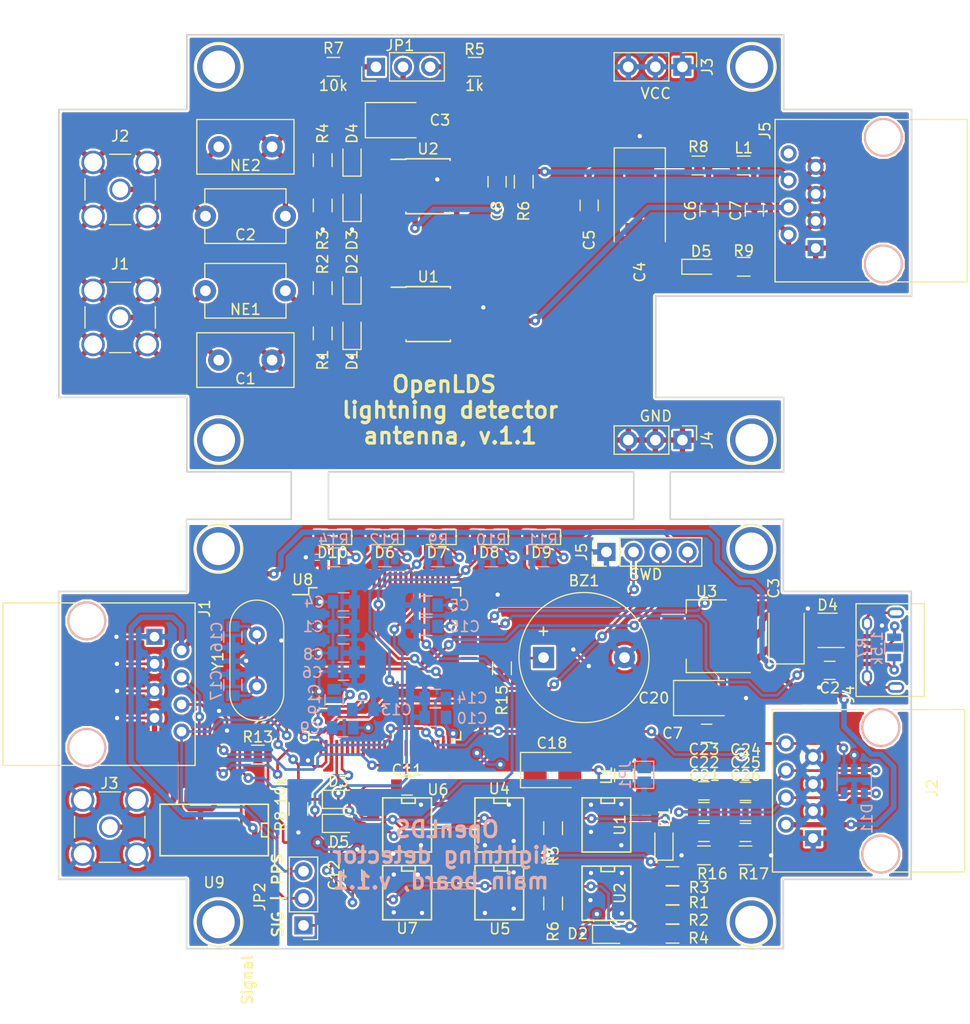
<source format=kicad_pcb>
(kicad_pcb (version 4) (host pcbnew 4.0.7)
  (layers (0 F.Cu signal) (31 B.Cu signal) (34 B.Paste user) (35 F.Paste user) (36 B.SilkS user) (37 F.SilkS user) (38 B.Mask user) (39 F.Mask user) (44 Edge.Cuts user))
  (net 0 "")
  (net 1 "Net-(BZ1-Pad1)")
  (net 2 GND)
  (net 3 +3V3)
  (net 4 +5V)
  (net 5 DAC_CH03)
  (net 6 GNDA)
  (net 7 DAC_CH47)
  (net 8 "Net-(C13-Pad1)")
  (net 9 "Net-(C14-Pad1)")
  (net 10 "Net-(C15-Pad1)")
  (net 11 "Net-(C16-Pad1)")
  (net 12 "Net-(C17-Pad1)")
  (net 13 +3.3VA)
  (net 14 "Net-(D1-Pad1)")
  (net 15 "Net-(D1-Pad2)")
  (net 16 "Net-(D2-Pad1)")
  (net 17 "Net-(D2-Pad2)")
  (net 18 TTL_IN)
  (net 19 "Net-(D3-Pad2)")
  (net 20 "Net-(D4-Pad1)")
  (net 21 "Net-(D4-Pad3)")
  (net 22 USB_D+)
  (net 23 USB_D-)
  (net 24 "Net-(D5-Pad2)")
  (net 25 "Net-(D6-Pad2)")
  (net 26 "Net-(D6-Pad1)")
  (net 27 "Net-(D7-Pad2)")
  (net 28 "Net-(D7-Pad1)")
  (net 29 "Net-(D8-Pad2)")
  (net 30 "Net-(D8-Pad1)")
  (net 31 "Net-(D9-Pad2)")
  (net 32 "Net-(D9-Pad1)")
  (net 33 "Net-(D10-Pad2)")
  (net 34 "Net-(D10-Pad1)")
  (net 35 GPS_MCU_RX)
  (net 36 GPS_MCU_TX)
  (net 37 PPS_IN)
  (net 38 SWDIO)
  (net 39 SWCLK)
  (net 40 NRST)
  (net 41 "Net-(R1-Pad1)")
  (net 42 "Net-(R2-Pad1)")
  (net 43 "Net-(R5-Pad1)")
  (net 44 "Net-(R6-Pad1)")
  (net 45 "Net-(R15-Pad1)")
  (net 46 "Net-(U8-Pad1)")
  (net 47 "Net-(U8-Pad2)")
  (net 48 "Net-(U8-Pad3)")
  (net 49 "Net-(U8-Pad4)")
  (net 50 "Net-(U8-Pad5)")
  (net 51 "Net-(U8-Pad7)")
  (net 52 "Net-(U8-Pad8)")
  (net 53 "Net-(U8-Pad9)")
  (net 54 "Net-(U8-Pad15)")
  (net 55 "Net-(U8-Pad16)")
  (net 56 "Net-(U8-Pad17)")
  (net 57 "Net-(U8-Pad18)")
  (net 58 "Net-(U8-Pad26)")
  (net 59 "Net-(U8-Pad31)")
  (net 60 "Net-(U8-Pad32)")
  (net 61 "Net-(U8-Pad33)")
  (net 62 "Net-(U8-Pad34)")
  (net 63 "Net-(U8-Pad35)")
  (net 64 "Net-(U8-Pad36)")
  (net 65 "Net-(U8-Pad37)")
  (net 66 "Net-(U8-Pad38)")
  (net 67 "Net-(U8-Pad39)")
  (net 68 "Net-(U8-Pad40)")
  (net 69 "Net-(U8-Pad41)")
  (net 70 "Net-(U8-Pad42)")
  (net 71 "Net-(U8-Pad43)")
  (net 72 "Net-(U8-Pad44)")
  (net 73 "Net-(U8-Pad45)")
  (net 74 "Net-(U8-Pad46)")
  (net 75 "Net-(U8-Pad47)")
  (net 76 "Net-(U8-Pad48)")
  (net 77 "Net-(U8-Pad51)")
  (net 78 "Net-(U8-Pad52)")
  (net 79 "Net-(U8-Pad53)")
  (net 80 "Net-(U8-Pad54)")
  (net 81 "Net-(U8-Pad57)")
  (net 82 "Net-(U8-Pad58)")
  (net 83 "Net-(U8-Pad63)")
  (net 84 "Net-(U8-Pad64)")
  (net 85 "Net-(U8-Pad65)")
  (net 86 "Net-(U8-Pad66)")
  (net 87 "Net-(U8-Pad67)")
  (net 88 "Net-(U8-Pad68)")
  (net 89 "Net-(U8-Pad69)")
  (net 90 "Net-(U8-Pad77)")
  (net 91 "Net-(U8-Pad78)")
  (net 92 "Net-(U8-Pad79)")
  (net 93 "Net-(U8-Pad80)")
  (net 94 "Net-(U8-Pad83)")
  (net 95 "Net-(U8-Pad84)")
  (net 96 "Net-(U8-Pad85)")
  (net 97 "Net-(U8-Pad86)")
  (net 98 "Net-(U8-Pad87)")
  (net 99 "Net-(U8-Pad88)")
  (net 100 "Net-(U8-Pad89)")
  (net 101 "Net-(U8-Pad90)")
  (net 102 "Net-(U8-Pad91)")
  (net 103 "Net-(U8-Pad92)")
  (net 104 "Net-(U8-Pad93)")
  (net 105 "Net-(U8-Pad94)")
  (net 106 "Net-(U8-Pad95)")
  (net 107 "Net-(U8-Pad96)")
  (net 108 "Net-(D11-Pad3)")
  (net 109 Ch0_to_amp)
  (net 110 "Net-(C21-Pad2)")
  (net 111 Ch1_to_amp)
  (net 112 "Net-(C24-Pad2)")
  (net 113 "Net-(J4-Pad4)")
  (net 114 "Net-(J4-Pad6)")
  (net 115 "Net-(J3-Pad1)")
  (net 116 "Net-(U9-Pad11)")
  (net 117 UART_TAG_TX)
  (net 118 "Net-(JP2-Pad2)")
  (net 119 "Net-(C1-Pad1)")
  (net 120 "Net-(C1-Pad2)")
  (net 121 "Net-(C2-Pad1)")
  (net 122 "Net-(C2-Pad2)")
  (net 123 "Net-(C3-Pad1)")
  (net 124 "Net-(C3-Pad2)")
  (net 125 "Net-(C6-Pad1)")
  (net 126 "Net-(C7-Pad1)")
  (net 127 CH0)
  (net 128 CH1)
  (net 129 "Net-(J5-Pad8)")
  (net 130 "Net-(JP1-Pad1)")
  (net 131 "Net-(JP1-Pad3)")
  (module Connect:1pin (layer F.Cu) (at 89.809 56.642)
    (fp_text reference REF** hide)
    (fp_text value 1pin hide)
    (pad 1 thru_hole circle (at 0 0) (size 4.064 4.064) (drill 3.048) (layers *.Cu *.Mask))
  )
  (module Connect:1pin (layer F.Cu) (at 89.809 21.642)
    (fp_text reference REF** hide)
    (fp_text value 1pin hide)
    (pad 1 thru_hole circle (at 0 0) (size 4.064 4.064) (drill 3.048) (layers *.Cu *.Mask))
  )
  (module Connect:1pin (layer F.Cu) (at 39.809 56.642)
    (fp_text reference REF** hide)
    (fp_text value 1pin hide)
    (pad 1 thru_hole circle (at 0 0) (size 4.064 4.064) (drill 3.048) (layers *.Cu *.Mask))
  )
  (module Capacitors_ThroughHole:C_Disc_D7.5mm_W5.0mm_P7.50mm (layer F.Cu) (at 46.059 42.642 180)
    (fp_text reference C1 (at 3.75 -8.25 180) (layer F.SilkS))
    (fp_text value C_film)
    (pad 1 thru_hole circle (at 0 0 180) (size 2 2) (drill 1) (layers *.Cu *.Mask) (net 119 "Net-(C1-Pad1)"))
    (pad 2 thru_hole circle (at 7.5 0 180) (size 2 2) (drill 1) (layers *.Cu *.Mask) (net 120 "Net-(C1-Pad2)"))
  )
  (module Capacitors_ThroughHole:C_Disc_D7.5mm_W5.0mm_P7.50mm (layer F.Cu) (at 46.059 35.642 180)
    (fp_text reference C2 (at 3.75 -1.75 180) (layer F.SilkS))
    (fp_text value C_film)
    (pad 1 thru_hole circle (at 0 0 180) (size 2 2) (drill 1) (layers *.Cu *.Mask) (net 121 "Net-(C2-Pad1)"))
    (pad 2 thru_hole circle (at 7.5 0 180) (size 2 2) (drill 1) (layers *.Cu *.Mask) (net 122 "Net-(C2-Pad2)"))
  )
  (module Capacitors_Tantalum_SMD:CP_Tantalum_Case-B_EIA-3528-21_Wave (layer F.Cu) (at 56.559 26.642)
    (fp_text reference C3 (at 4 0) (layer F.SilkS))
    (fp_text value CP)
    (pad 1 smd rect (at -1.625 0) (size 2.15 1.8) (layers F.Cu F.Paste F.Mask) (net 123 "Net-(C3-Pad1)"))
    (pad 2 smd rect (at 1.625 0) (size 2.15 1.8) (layers F.Cu F.Paste F.Mask) (net 124 "Net-(C3-Pad2)"))
  )
  (module Capacitors_Tantalum_SMD:CP_Tantalum_Case-D_EIA-7343-31_Wave (layer F.Cu) (at 79.309 34.392 270)
    (fp_text reference C4 (at 6.5 0 270) (layer F.SilkS))
    (fp_text value 470uF)
    (pad 1 smd rect (at -3.375 0 270) (size 2.95 2.7) (layers F.Cu F.Paste F.Mask) (net 4 +5V))
    (pad 2 smd rect (at 3.375 0 270) (size 2.95 2.7) (layers F.Cu F.Paste F.Mask) (net 2 GND))
  )
  (module Capacitors_SMD:C_0805 (layer F.Cu) (at 74.559 34.642 270)
    (fp_text reference C5 (at 3.25 0 270) (layer F.SilkS))
    (fp_text value 100n)
    (pad 1 smd rect (at -1 0 270) (size 1 1.25) (layers F.Cu F.Paste F.Mask) (net 4 +5V))
    (pad 2 smd rect (at 1 0 270) (size 1 1.25) (layers F.Cu F.Paste F.Mask) (net 2 GND))
  )
  (module Capacitors_SMD:C_0805 (layer F.Cu) (at 85.809 35.142 270)
    (fp_text reference C6 (at 0 1.75 270) (layer F.SilkS))
    (fp_text value 100n)
    (pad 1 smd rect (at -1 0 270) (size 1 1.25) (layers F.Cu F.Paste F.Mask) (net 125 "Net-(C6-Pad1)"))
    (pad 2 smd rect (at 1 0 270) (size 1 1.25) (layers F.Cu F.Paste F.Mask) (net 2 GND))
  )
  (module Capacitors_SMD:C_0805 (layer F.Cu) (at 90.059 35.142 270)
    (fp_text reference C7 (at 0 1.75 270) (layer F.SilkS))
    (fp_text value 100n)
    (pad 1 smd rect (at -1 0 270) (size 1 1.25) (layers F.Cu F.Paste F.Mask) (net 126 "Net-(C7-Pad1)"))
    (pad 2 smd rect (at 1 0 270) (size 1 1.25) (layers F.Cu F.Paste F.Mask) (net 2 GND))
  )
  (module Capacitors_SMD:C_0805 (layer F.Cu) (at 65.919 32.422 270)
    (fp_text reference C8 (at 2.75 0 270) (layer F.SilkS))
    (fp_text value 22pF)
    (pad 1 smd rect (at -1 0 270) (size 1 1.25) (layers F.Cu F.Paste F.Mask) (net 128 CH1))
    (pad 2 smd rect (at 1 0 270) (size 1 1.25) (layers F.Cu F.Paste F.Mask) (net 123 "Net-(C3-Pad1)"))
  )
  (module Diodes_SMD:D_SOD-323 (layer F.Cu) (at 52.309 46.642 90)
    (fp_text reference D1 (at -2.5 0 90) (layer F.SilkS))
    (fp_text value 1N4148)
    (pad 1 smd rect (at -1.05 0 90) (size 0.6 0.45) (layers F.Cu F.Paste F.Mask) (net 4 +5V))
    (pad 2 smd rect (at 1.05 0 90) (size 0.6 0.45) (layers F.Cu F.Paste F.Mask) (net 119 "Net-(C1-Pad1)"))
  )
  (module Diodes_SMD:D_SOD-323 (layer F.Cu) (at 52.309 42.392 90)
    (fp_text reference D2 (at 2.25 0 90) (layer F.SilkS))
    (fp_text value 1N4148)
    (pad 1 smd rect (at -1.05 0 90) (size 0.6 0.45) (layers F.Cu F.Paste F.Mask) (net 119 "Net-(C1-Pad1)"))
    (pad 2 smd rect (at 1.05 0 90) (size 0.6 0.45) (layers F.Cu F.Paste F.Mask) (net 2 GND))
  )
  (module Diodes_SMD:D_SOD-323 (layer F.Cu) (at 52.309 34.642 90)
    (fp_text reference D3 (at -3.25 0 90) (layer F.SilkS))
    (fp_text value 1N4148)
    (pad 1 smd rect (at -1.05 0 90) (size 0.6 0.45) (layers F.Cu F.Paste F.Mask) (net 4 +5V))
    (pad 2 smd rect (at 1.05 0 90) (size 0.6 0.45) (layers F.Cu F.Paste F.Mask) (net 121 "Net-(C2-Pad1)"))
  )
  (module Diodes_SMD:D_SOD-323 (layer F.Cu) (at 52.309 30.392 90)
    (fp_text reference D4 (at 2.5 0 90) (layer F.SilkS))
    (fp_text value 1N4148)
    (pad 1 smd rect (at -1.05 0 90) (size 0.6 0.45) (layers F.Cu F.Paste F.Mask) (net 121 "Net-(C2-Pad1)"))
    (pad 2 smd rect (at 1.05 0 90) (size 0.6 0.45) (layers F.Cu F.Paste F.Mask) (net 2 GND))
  )
  (module LEDs:LED_0805 (layer F.Cu) (at 85.059 40.392)
    (fp_text reference D5 (at 0 -1.45) (layer F.SilkS))
    (fp_text value LED)
    (pad 2 smd rect (at 1.1 0 180) (size 1.2 1.2) (layers F.Cu F.Paste F.Mask) (net 24 "Net-(D5-Pad2)"))
    (pad 1 smd rect (at -1.1 0 180) (size 1.2 1.2) (layers F.Cu F.Paste F.Mask) (net 2 GND))
  )
  (module Connect:SMA_THT_Jack_Straight (layer F.Cu) (at 30.559 45.142)
    (fp_text reference J1 (at 0 -5) (layer F.SilkS))
    (fp_text value CONN_COAXIAL)
    (pad 2 thru_hole circle (at -2.54 2.54) (size 2.2 2.2) (drill 1.7) (layers *.Cu *.Mask) (net 2 GND))
    (pad 2 thru_hole circle (at -2.54 -2.54) (size 2.2 2.2) (drill 1.7) (layers *.Cu *.Mask) (net 2 GND))
    (pad 2 thru_hole circle (at 2.54 -2.54) (size 2.2 2.2) (drill 1.7) (layers *.Cu *.Mask) (net 2 GND))
    (pad 2 thru_hole circle (at 2.54 2.54) (size 2.2 2.2) (drill 1.7) (layers *.Cu *.Mask) (net 2 GND))
    (pad 1 thru_hole circle (at 0 0) (size 2 2) (drill 1.5) (layers *.Cu *.Mask) (net 120 "Net-(C1-Pad2)"))
  )
  (module Connect:SMA_THT_Jack_Straight (layer F.Cu) (at 30.559 33.142)
    (fp_text reference J2 (at 0 -5) (layer F.SilkS))
    (fp_text value CONN_COAXIAL)
    (pad 2 thru_hole circle (at -2.54 2.54) (size 2.2 2.2) (drill 1.7) (layers *.Cu *.Mask) (net 2 GND))
    (pad 2 thru_hole circle (at -2.54 -2.54) (size 2.2 2.2) (drill 1.7) (layers *.Cu *.Mask) (net 2 GND))
    (pad 2 thru_hole circle (at 2.54 -2.54) (size 2.2 2.2) (drill 1.7) (layers *.Cu *.Mask) (net 2 GND))
    (pad 2 thru_hole circle (at 2.54 2.54) (size 2.2 2.2) (drill 1.7) (layers *.Cu *.Mask) (net 2 GND))
    (pad 1 thru_hole circle (at 0 0) (size 2 2) (drill 1.5) (layers *.Cu *.Mask) (net 122 "Net-(C2-Pad2)"))
  )
  (module Pin_Headers:Pin_Header_Straight_1x03_Pitch2.54mm (layer F.Cu) (at 83.309 21.642 270)
    (fp_text reference J3 (at 0 -2.33 270) (layer F.SilkS))
    (fp_text value VCC (at 2.5 2.5 360) (layer F.SilkS))
    (pad 1 thru_hole rect (at 0 0 270) (size 1.7 1.7) (drill 1) (layers *.Cu *.Mask) (net 4 +5V))
    (pad 2 thru_hole oval (at 0 2.54 270) (size 1.7 1.7) (drill 1) (layers *.Cu *.Mask) (net 4 +5V))
    (pad 3 thru_hole oval (at 0 5.08 270) (size 1.7 1.7) (drill 1) (layers *.Cu *.Mask) (net 4 +5V))
  )
  (module Pin_Headers:Pin_Header_Straight_1x03_Pitch2.54mm (layer F.Cu) (at 83.309 56.642 270)
    (fp_text reference J4 (at 0 -2.33 270) (layer F.SilkS))
    (fp_text value GND (at -2.25 2.5 360) (layer F.SilkS))
    (pad 1 thru_hole rect (at 0 0 270) (size 1.7 1.7) (drill 1) (layers *.Cu *.Mask) (net 2 GND))
    (pad 2 thru_hole oval (at 0 2.54 270) (size 1.7 1.7) (drill 1) (layers *.Cu *.Mask) (net 2 GND))
    (pad 3 thru_hole oval (at 0 5.08 270) (size 1.7 1.7) (drill 1) (layers *.Cu *.Mask) (net 2 GND))
  )
  (module Connect:RJ45_8 (layer F.Cu) (at 95.809 38.642 90)
    (fp_text reference J5 (at 11 -4.75 90) (layer F.SilkS))
    (fp_text value RJ45)
    (pad Hole np_thru_hole circle (at 10.38 6.35 90) (size 3.65 3.65) (drill 3.25) (layers *.Cu *.SilkS *.Mask))
    (pad Hole np_thru_hole circle (at -1.49 6.35 90) (size 3.65 3.65) (drill 3.25) (layers *.Cu *.SilkS *.Mask))
    (pad 1 thru_hole rect (at 0 0 90) (size 1.5 1.5) (drill 0.9) (layers *.Cu *.Mask) (net 2 GND))
    (pad 2 thru_hole circle (at 1.27 -2.54 90) (size 1.5 1.5) (drill 0.9) (layers *.Cu *.Mask) (net 126 "Net-(C7-Pad1)"))
    (pad 3 thru_hole circle (at 2.54 0 90) (size 1.5 1.5) (drill 0.9) (layers *.Cu *.Mask) (net 2 GND))
    (pad 4 thru_hole circle (at 3.81 -2.54 90) (size 1.5 1.5) (drill 0.9) (layers *.Cu *.Mask) (net 127 CH0))
    (pad 5 thru_hole circle (at 5.08 0 90) (size 1.5 1.5) (drill 0.9) (layers *.Cu *.Mask) (net 2 GND))
    (pad 6 thru_hole circle (at 6.35 -2.54 90) (size 1.5 1.5) (drill 0.9) (layers *.Cu *.Mask) (net 128 CH1))
    (pad 7 thru_hole circle (at 7.62 0 90) (size 1.5 1.5) (drill 0.9) (layers *.Cu *.Mask) (net 2 GND))
    (pad 8 thru_hole circle (at 8.89 -2.54 90) (size 1.5 1.5) (drill 0.9) (layers *.Cu *.Mask) (net 129 "Net-(J5-Pad8)"))
  )
  (module Pin_Headers:Pin_Header_Straight_1x03_Pitch2.54mm (layer F.Cu) (at 54.559 21.642 90)
    (fp_text reference JP1 (at 2 2.25 180) (layer F.SilkS))
    (fp_text value Jumper_NC_Dual)
    (pad 1 thru_hole rect (at 0 0 90) (size 1.7 1.7) (drill 1) (layers *.Cu *.Mask) (net 130 "Net-(JP1-Pad1)"))
    (pad 2 thru_hole oval (at 0 2.54 90) (size 1.7 1.7) (drill 1) (layers *.Cu *.Mask) (net 124 "Net-(C3-Pad2)"))
    (pad 3 thru_hole oval (at 0 5.08 90) (size 1.7 1.7) (drill 1) (layers *.Cu *.Mask) (net 131 "Net-(JP1-Pad3)"))
  )
  (module Resistors_SMD:R_0805 (layer F.Cu) (at 89.059 30.892)
    (fp_text reference L1 (at 0 -1.65) (layer F.SilkS))
    (fp_text value L)
    (pad 1 smd rect (at -0.95 0) (size 0.7 1.3) (layers F.Cu F.Paste F.Mask) (net 125 "Net-(C6-Pad1)"))
    (pad 2 smd rect (at 0.95 0) (size 0.7 1.3) (layers F.Cu F.Paste F.Mask) (net 126 "Net-(C7-Pad1)"))
  )
  (module Capacitors_ThroughHole:C_Disc_D9.0mm_W5.0mm_P5.00mm (layer F.Cu) (at 39.809 49.142)
    (fp_text reference NE1 (at 2.5 -4.75) (layer F.SilkS))
    (fp_text value Lamp_Neon)
    (pad 1 thru_hole circle (at 0 0) (size 2 2) (drill 1) (layers *.Cu *.Mask) (net 120 "Net-(C1-Pad2)"))
    (pad 2 thru_hole circle (at 5 0) (size 2 2) (drill 1) (layers *.Cu *.Mask) (net 2 GND))
  )
  (module Capacitors_ThroughHole:C_Disc_D9.0mm_W5.0mm_P5.00mm (layer F.Cu) (at 39.809 29.142)
    (fp_text reference NE2 (at 2.5 1.75) (layer F.SilkS))
    (fp_text value Lamp_Neon)
    (pad 1 thru_hole circle (at 0 0) (size 2 2) (drill 1) (layers *.Cu *.Mask) (net 122 "Net-(C2-Pad2)"))
    (pad 2 thru_hole circle (at 5 0) (size 2 2) (drill 1) (layers *.Cu *.Mask) (net 2 GND))
  )
  (module Resistors_SMD:R_0805 (layer F.Cu) (at 49.559 46.642 90)
    (fp_text reference R1 (at -2.5 0 90) (layer F.SilkS))
    (fp_text value 1M)
    (pad 1 smd rect (at -0.95 0 90) (size 0.7 1.3) (layers F.Cu F.Paste F.Mask) (net 4 +5V))
    (pad 2 smd rect (at 0.95 0 90) (size 0.7 1.3) (layers F.Cu F.Paste F.Mask) (net 119 "Net-(C1-Pad1)"))
  )
  (module Resistors_SMD:R_0805 (layer F.Cu) (at 49.559 42.392 90)
    (fp_text reference R2 (at 2.25 0 90) (layer F.SilkS))
    (fp_text value 1M)
    (pad 1 smd rect (at -0.95 0 90) (size 0.7 1.3) (layers F.Cu F.Paste F.Mask) (net 119 "Net-(C1-Pad1)"))
    (pad 2 smd rect (at 0.95 0 90) (size 0.7 1.3) (layers F.Cu F.Paste F.Mask) (net 2 GND))
  )
  (module Resistors_SMD:R_0805 (layer F.Cu) (at 49.559 34.642 90)
    (fp_text reference R3 (at -3.25 0 90) (layer F.SilkS))
    (fp_text value 1M)
    (pad 1 smd rect (at -0.95 0 90) (size 0.7 1.3) (layers F.Cu F.Paste F.Mask) (net 4 +5V))
    (pad 2 smd rect (at 0.95 0 90) (size 0.7 1.3) (layers F.Cu F.Paste F.Mask) (net 121 "Net-(C2-Pad1)"))
  )
  (module Resistors_SMD:R_0805 (layer F.Cu) (at 49.559 30.392 90)
    (fp_text reference R4 (at 2.5 0 90) (layer F.SilkS))
    (fp_text value 1M)
    (pad 1 smd rect (at -0.95 0 90) (size 0.7 1.3) (layers F.Cu F.Paste F.Mask) (net 121 "Net-(C2-Pad1)"))
    (pad 2 smd rect (at 0.95 0 90) (size 0.7 1.3) (layers F.Cu F.Paste F.Mask) (net 2 GND))
  )
  (module Resistors_SMD:R_0805 (layer F.Cu) (at 63.809 21.642)
    (fp_text reference R5 (at 0 -1.65) (layer F.SilkS))
    (fp_text value 1k (at 0 1.75) (layer F.SilkS))
    (pad 1 smd rect (at -0.95 0) (size 0.7 1.3) (layers F.Cu F.Paste F.Mask) (net 131 "Net-(JP1-Pad3)"))
    (pad 2 smd rect (at 0.95 0) (size 0.7 1.3) (layers F.Cu F.Paste F.Mask) (net 2 GND))
  )
  (module Resistors_SMD:R_0805 (layer F.Cu) (at 68.419 32.422 270)
    (fp_text reference R6 (at 2.75 0 270) (layer F.SilkS))
    (fp_text value 100k)
    (pad 1 smd rect (at -0.95 0 270) (size 0.7 1.3) (layers F.Cu F.Paste F.Mask) (net 128 CH1))
    (pad 2 smd rect (at 0.95 0 270) (size 0.7 1.3) (layers F.Cu F.Paste F.Mask) (net 123 "Net-(C3-Pad1)"))
  )
  (module Resistors_SMD:R_0805 (layer F.Cu) (at 50.559 21.642 180)
    (fp_text reference R7 (at 0 1.75 180) (layer F.SilkS))
    (fp_text value 10k (at 0 -1.75 180) (layer F.SilkS))
    (pad 1 smd rect (at -0.95 0 180) (size 0.7 1.3) (layers F.Cu F.Paste F.Mask) (net 130 "Net-(JP1-Pad1)"))
    (pad 2 smd rect (at 0.95 0 180) (size 0.7 1.3) (layers F.Cu F.Paste F.Mask) (net 2 GND))
  )
  (module Resistors_SMD:R_0805 (layer F.Cu) (at 84.809 30.892 180)
    (fp_text reference R8 (at 0 1.75 180) (layer F.SilkS))
    (fp_text value 100)
    (pad 1 smd rect (at -0.95 0 180) (size 0.7 1.3) (layers F.Cu F.Paste F.Mask) (net 125 "Net-(C6-Pad1)"))
    (pad 2 smd rect (at 0.95 0 180) (size 0.7 1.3) (layers F.Cu F.Paste F.Mask) (net 4 +5V))
  )
  (module Resistors_SMD:R_0805 (layer F.Cu) (at 89.059 40.392 180)
    (fp_text reference R9 (at 0 1.5 180) (layer F.SilkS))
    (fp_text value R)
    (pad 1 smd rect (at -0.95 0 180) (size 0.7 1.3) (layers F.Cu F.Paste F.Mask) (net 126 "Net-(C7-Pad1)"))
    (pad 2 smd rect (at 0.95 0 180) (size 0.7 1.3) (layers F.Cu F.Paste F.Mask) (net 24 "Net-(D5-Pad2)"))
  )
  (module Connect:1pin (layer F.Cu) (at 39.809 21.642)
    (fp_text reference REF** hide)
    (fp_text value 1pin hide)
    (pad 1 thru_hole circle (at 0 0) (size 4.064 4.064) (drill 3.048) (layers *.Cu *.Mask))
  )
  (module Housings_SOIC:SOIC-8_3.9x4.9mm_Pitch1.27mm (layer F.Cu) (at 59.459 44.832)
    (fp_text reference U1 (at 0 -3.5) (layer F.SilkS))
    (fp_text value MCP633)
    (pad 1 smd rect (at -2.7 -1.905) (size 1.55 0.6) (layers F.Cu F.Paste F.Mask) (net 2 GND))
    (pad 2 smd rect (at -2.7 -0.635) (size 1.55 0.6) (layers F.Cu F.Paste F.Mask) (net 127 CH0))
    (pad 3 smd rect (at -2.7 0.635) (size 1.55 0.6) (layers F.Cu F.Paste F.Mask) (net 119 "Net-(C1-Pad1)"))
    (pad 4 smd rect (at -2.7 1.905) (size 1.55 0.6) (layers F.Cu F.Paste F.Mask) (net 2 GND))
    (pad 5 smd rect (at 2.7 1.905) (size 1.55 0.6) (layers F.Cu F.Paste F.Mask) (net 2 GND))
    (pad 6 smd rect (at 2.7 0.635) (size 1.55 0.6) (layers F.Cu F.Paste F.Mask) (net 127 CH0))
    (pad 7 smd rect (at 2.7 -0.635) (size 1.55 0.6) (layers F.Cu F.Paste F.Mask) (net 4 +5V))
    (pad 8 smd rect (at 2.7 -1.905) (size 1.55 0.6) (layers F.Cu F.Paste F.Mask) (net 2 GND))
  )
  (module Housings_SOIC:SOIC-8_3.9x4.9mm_Pitch1.27mm (layer F.Cu) (at 59.439 32.842)
    (fp_text reference U2 (at 0 -3.5) (layer F.SilkS))
    (fp_text value MCP633)
    (pad 1 smd rect (at -2.7 -1.905) (size 1.55 0.6) (layers F.Cu F.Paste F.Mask) (net 2 GND))
    (pad 2 smd rect (at -2.7 -0.635) (size 1.55 0.6) (layers F.Cu F.Paste F.Mask) (net 123 "Net-(C3-Pad1)"))
    (pad 3 smd rect (at -2.7 0.635) (size 1.55 0.6) (layers F.Cu F.Paste F.Mask) (net 121 "Net-(C2-Pad1)"))
    (pad 4 smd rect (at -2.7 1.905) (size 1.55 0.6) (layers F.Cu F.Paste F.Mask) (net 2 GND))
    (pad 5 smd rect (at 2.7 1.905) (size 1.55 0.6) (layers F.Cu F.Paste F.Mask) (net 2 GND))
    (pad 6 smd rect (at 2.7 0.635) (size 1.55 0.6) (layers F.Cu F.Paste F.Mask) (net 128 CH1))
    (pad 7 smd rect (at 2.7 -0.635) (size 1.55 0.6) (layers F.Cu F.Paste F.Mask) (net 4 +5V))
    (pad 8 smd rect (at 2.7 -1.905) (size 1.55 0.6) (layers F.Cu F.Paste F.Mask) (net 2 GND))
  )
  (module Resistors_SMD:R_0805 (layer F.Cu) (at 82.378 102.9385)
    (fp_text reference R4 (at 2.45 0.42) (layer F.SilkS))
    (fp_text value 10k hide)
    (pad 1 smd rect (at -0.95 0) (size 0.7 1.3) (layers F.Cu F.Paste F.Mask) (net 16 "Net-(D2-Pad1)"))
    (pad 2 smd rect (at 0.95 0) (size 0.7 1.3) (layers F.Cu F.Paste F.Mask) (net 111 Ch1_to_amp))
  )
  (module Housings_QFP:LQFP-100_14x14mm_Pitch0.5mm (layer F.Cu) (at 55.378 77.6135)
    (fp_text reference U8 (at -7.7 -7.875) (layer F.SilkS))
    (fp_text value STM32F407VGTx)
    (pad 1 smd rect (at -7.9 -6) (size 1.5 0.28) (layers F.Cu F.Paste F.Mask) (net 46 "Net-(U8-Pad1)"))
    (pad 2 smd rect (at -7.9 -5.5) (size 1.5 0.28) (layers F.Cu F.Paste F.Mask) (net 47 "Net-(U8-Pad2)"))
    (pad 3 smd rect (at -7.9 -5) (size 1.5 0.28) (layers F.Cu F.Paste F.Mask) (net 48 "Net-(U8-Pad3)"))
    (pad 4 smd rect (at -7.9 -4.5) (size 1.5 0.28) (layers F.Cu F.Paste F.Mask) (net 49 "Net-(U8-Pad4)"))
    (pad 5 smd rect (at -7.9 -4) (size 1.5 0.28) (layers F.Cu F.Paste F.Mask) (net 50 "Net-(U8-Pad5)"))
    (pad 6 smd rect (at -7.9 -3.5) (size 1.5 0.28) (layers F.Cu F.Paste F.Mask) (net 3 +3V3))
    (pad 7 smd rect (at -7.9 -3) (size 1.5 0.28) (layers F.Cu F.Paste F.Mask) (net 51 "Net-(U8-Pad7)"))
    (pad 8 smd rect (at -7.9 -2.5) (size 1.5 0.28) (layers F.Cu F.Paste F.Mask) (net 52 "Net-(U8-Pad8)"))
    (pad 9 smd rect (at -7.9 -2) (size 1.5 0.28) (layers F.Cu F.Paste F.Mask) (net 53 "Net-(U8-Pad9)"))
    (pad 10 smd rect (at -7.9 -1.5) (size 1.5 0.28) (layers F.Cu F.Paste F.Mask) (net 2 GND))
    (pad 11 smd rect (at -7.9 -1) (size 1.5 0.28) (layers F.Cu F.Paste F.Mask) (net 3 +3V3))
    (pad 12 smd rect (at -7.9 -0.5) (size 1.5 0.28) (layers F.Cu F.Paste F.Mask) (net 11 "Net-(C16-Pad1)"))
    (pad 13 smd rect (at -7.9 0) (size 1.5 0.28) (layers F.Cu F.Paste F.Mask) (net 12 "Net-(C17-Pad1)"))
    (pad 14 smd rect (at -7.9 0.5) (size 1.5 0.28) (layers F.Cu F.Paste F.Mask) (net 40 NRST))
    (pad 15 smd rect (at -7.9 1) (size 1.5 0.28) (layers F.Cu F.Paste F.Mask) (net 54 "Net-(U8-Pad15)"))
    (pad 16 smd rect (at -7.9 1.5) (size 1.5 0.28) (layers F.Cu F.Paste F.Mask) (net 55 "Net-(U8-Pad16)"))
    (pad 17 smd rect (at -7.9 2) (size 1.5 0.28) (layers F.Cu F.Paste F.Mask) (net 56 "Net-(U8-Pad17)"))
    (pad 18 smd rect (at -7.9 2.5) (size 1.5 0.28) (layers F.Cu F.Paste F.Mask) (net 57 "Net-(U8-Pad18)"))
    (pad 19 smd rect (at -7.9 3) (size 1.5 0.28) (layers F.Cu F.Paste F.Mask) (net 3 +3V3))
    (pad 20 smd rect (at -7.9 3.5) (size 1.5 0.28) (layers F.Cu F.Paste F.Mask) (net 6 GNDA))
    (pad 21 smd rect (at -7.9 4) (size 1.5 0.28) (layers F.Cu F.Paste F.Mask) (net 8 "Net-(C13-Pad1)"))
    (pad 22 smd rect (at -7.9 4.5) (size 1.5 0.28) (layers F.Cu F.Paste F.Mask) (net 13 +3.3VA))
    (pad 23 smd rect (at -7.9 5) (size 1.5 0.28) (layers F.Cu F.Paste F.Mask) (net 18 TTL_IN))
    (pad 24 smd rect (at -7.9 5.5) (size 1.5 0.28) (layers F.Cu F.Paste F.Mask) (net 37 PPS_IN))
    (pad 25 smd rect (at -7.9 6) (size 1.5 0.28) (layers F.Cu F.Paste F.Mask) (net 117 UART_TAG_TX))
    (pad 26 smd rect (at -6 7.9 90) (size 1.5 0.28) (layers F.Cu F.Paste F.Mask) (net 58 "Net-(U8-Pad26)"))
    (pad 27 smd rect (at -5.5 7.9 90) (size 1.5 0.28) (layers F.Cu F.Paste F.Mask) (net 2 GND))
    (pad 28 smd rect (at -5 7.9 90) (size 1.5 0.28) (layers F.Cu F.Paste F.Mask) (net 3 +3V3))
    (pad 29 smd rect (at -4.5 7.9 90) (size 1.5 0.28) (layers F.Cu F.Paste F.Mask) (net 5 DAC_CH03))
    (pad 30 smd rect (at -4 7.9 90) (size 1.5 0.28) (layers F.Cu F.Paste F.Mask) (net 7 DAC_CH47))
    (pad 31 smd rect (at -3.5 7.9 90) (size 1.5 0.28) (layers F.Cu F.Paste F.Mask) (net 59 "Net-(U8-Pad31)"))
    (pad 32 smd rect (at -3 7.9 90) (size 1.5 0.28) (layers F.Cu F.Paste F.Mask) (net 60 "Net-(U8-Pad32)"))
    (pad 33 smd rect (at -2.5 7.9 90) (size 1.5 0.28) (layers F.Cu F.Paste F.Mask) (net 61 "Net-(U8-Pad33)"))
    (pad 34 smd rect (at -2 7.9 90) (size 1.5 0.28) (layers F.Cu F.Paste F.Mask) (net 62 "Net-(U8-Pad34)"))
    (pad 35 smd rect (at -1.5 7.9 90) (size 1.5 0.28) (layers F.Cu F.Paste F.Mask) (net 63 "Net-(U8-Pad35)"))
    (pad 36 smd rect (at -1 7.9 90) (size 1.5 0.28) (layers F.Cu F.Paste F.Mask) (net 64 "Net-(U8-Pad36)"))
    (pad 37 smd rect (at -0.5 7.9 90) (size 1.5 0.28) (layers F.Cu F.Paste F.Mask) (net 65 "Net-(U8-Pad37)"))
    (pad 38 smd rect (at 0 7.9 90) (size 1.5 0.28) (layers F.Cu F.Paste F.Mask) (net 66 "Net-(U8-Pad38)"))
    (pad 39 smd rect (at 0.5 7.9 90) (size 1.5 0.28) (layers F.Cu F.Paste F.Mask) (net 67 "Net-(U8-Pad39)"))
    (pad 40 smd rect (at 1 7.9 90) (size 1.5 0.28) (layers F.Cu F.Paste F.Mask) (net 68 "Net-(U8-Pad40)"))
    (pad 41 smd rect (at 1.5 7.9 90) (size 1.5 0.28) (layers F.Cu F.Paste F.Mask) (net 69 "Net-(U8-Pad41)"))
    (pad 42 smd rect (at 2 7.9 90) (size 1.5 0.28) (layers F.Cu F.Paste F.Mask) (net 70 "Net-(U8-Pad42)"))
    (pad 43 smd rect (at 2.5 7.9 90) (size 1.5 0.28) (layers F.Cu F.Paste F.Mask) (net 71 "Net-(U8-Pad43)"))
    (pad 44 smd rect (at 3 7.9 90) (size 1.5 0.28) (layers F.Cu F.Paste F.Mask) (net 72 "Net-(U8-Pad44)"))
    (pad 45 smd rect (at 3.5 7.9 90) (size 1.5 0.28) (layers F.Cu F.Paste F.Mask) (net 73 "Net-(U8-Pad45)"))
    (pad 46 smd rect (at 4 7.9 90) (size 1.5 0.28) (layers F.Cu F.Paste F.Mask) (net 74 "Net-(U8-Pad46)"))
    (pad 47 smd rect (at 4.5 7.9 90) (size 1.5 0.28) (layers F.Cu F.Paste F.Mask) (net 75 "Net-(U8-Pad47)"))
    (pad 48 smd rect (at 5 7.9 90) (size 1.5 0.28) (layers F.Cu F.Paste F.Mask) (net 76 "Net-(U8-Pad48)"))
    (pad 49 smd rect (at 5.5 7.9 90) (size 1.5 0.28) (layers F.Cu F.Paste F.Mask) (net 9 "Net-(C14-Pad1)"))
    (pad 50 smd rect (at 6 7.9 90) (size 1.5 0.28) (layers F.Cu F.Paste F.Mask) (net 3 +3V3))
    (pad 51 smd rect (at 7.9 6) (size 1.5 0.28) (layers F.Cu F.Paste F.Mask) (net 77 "Net-(U8-Pad51)"))
    (pad 52 smd rect (at 7.9 5.5) (size 1.5 0.28) (layers F.Cu F.Paste F.Mask) (net 78 "Net-(U8-Pad52)"))
    (pad 53 smd rect (at 7.9 5) (size 1.5 0.28) (layers F.Cu F.Paste F.Mask) (net 79 "Net-(U8-Pad53)"))
    (pad 54 smd rect (at 7.9 4.5) (size 1.5 0.28) (layers F.Cu F.Paste F.Mask) (net 80 "Net-(U8-Pad54)"))
    (pad 55 smd rect (at 7.9 4) (size 1.5 0.28) (layers F.Cu F.Paste F.Mask) (net 36 GPS_MCU_TX))
    (pad 56 smd rect (at 7.9 3.5) (size 1.5 0.28) (layers F.Cu F.Paste F.Mask) (net 35 GPS_MCU_RX))
    (pad 57 smd rect (at 7.9 3) (size 1.5 0.28) (layers F.Cu F.Paste F.Mask) (net 81 "Net-(U8-Pad57)"))
    (pad 58 smd rect (at 7.9 2.5) (size 1.5 0.28) (layers F.Cu F.Paste F.Mask) (net 82 "Net-(U8-Pad58)"))
    (pad 59 smd rect (at 7.9 2) (size 1.5 0.28) (layers F.Cu F.Paste F.Mask) (net 27 "Net-(D7-Pad2)"))
    (pad 60 smd rect (at 7.9 1.5) (size 1.5 0.28) (layers F.Cu F.Paste F.Mask) (net 29 "Net-(D8-Pad2)"))
    (pad 61 smd rect (at 7.9 1) (size 1.5 0.28) (layers F.Cu F.Paste F.Mask) (net 31 "Net-(D9-Pad2)"))
    (pad 62 smd rect (at 7.9 0.5) (size 1.5 0.28) (layers F.Cu F.Paste F.Mask) (net 45 "Net-(R15-Pad1)"))
    (pad 63 smd rect (at 7.9 0) (size 1.5 0.28) (layers F.Cu F.Paste F.Mask) (net 83 "Net-(U8-Pad63)"))
    (pad 64 smd rect (at 7.9 -0.5) (size 1.5 0.28) (layers F.Cu F.Paste F.Mask) (net 84 "Net-(U8-Pad64)"))
    (pad 65 smd rect (at 7.9 -1) (size 1.5 0.28) (layers F.Cu F.Paste F.Mask) (net 85 "Net-(U8-Pad65)"))
    (pad 66 smd rect (at 7.9 -1.5) (size 1.5 0.28) (layers F.Cu F.Paste F.Mask) (net 86 "Net-(U8-Pad66)"))
    (pad 67 smd rect (at 7.9 -2) (size 1.5 0.28) (layers F.Cu F.Paste F.Mask) (net 87 "Net-(U8-Pad67)"))
    (pad 68 smd rect (at 7.9 -2.5) (size 1.5 0.28) (layers F.Cu F.Paste F.Mask) (net 88 "Net-(U8-Pad68)"))
    (pad 69 smd rect (at 7.9 -3) (size 1.5 0.28) (layers F.Cu F.Paste F.Mask) (net 89 "Net-(U8-Pad69)"))
    (pad 70 smd rect (at 7.9 -3.5) (size 1.5 0.28) (layers F.Cu F.Paste F.Mask) (net 23 USB_D-))
    (pad 71 smd rect (at 7.9 -4) (size 1.5 0.28) (layers F.Cu F.Paste F.Mask) (net 22 USB_D+))
    (pad 72 smd rect (at 7.9 -4.5) (size 1.5 0.28) (layers F.Cu F.Paste F.Mask) (net 38 SWDIO))
    (pad 73 smd rect (at 7.9 -5) (size 1.5 0.28) (layers F.Cu F.Paste F.Mask) (net 10 "Net-(C15-Pad1)"))
    (pad 74 smd rect (at 7.9 -5.5) (size 1.5 0.28) (layers F.Cu F.Paste F.Mask) (net 2 GND))
    (pad 75 smd rect (at 7.9 -6) (size 1.5 0.28) (layers F.Cu F.Paste F.Mask) (net 3 +3V3))
    (pad 76 smd rect (at 6 -7.9 90) (size 1.5 0.28) (layers F.Cu F.Paste F.Mask) (net 39 SWCLK))
    (pad 77 smd rect (at 5.5 -7.9 90) (size 1.5 0.28) (layers F.Cu F.Paste F.Mask) (net 90 "Net-(U8-Pad77)"))
    (pad 78 smd rect (at 5 -7.9 90) (size 1.5 0.28) (layers F.Cu F.Paste F.Mask) (net 91 "Net-(U8-Pad78)"))
    (pad 79 smd rect (at 4.5 -7.9 90) (size 1.5 0.28) (layers F.Cu F.Paste F.Mask) (net 92 "Net-(U8-Pad79)"))
    (pad 80 smd rect (at 4 -7.9 90) (size 1.5 0.28) (layers F.Cu F.Paste F.Mask) (net 93 "Net-(U8-Pad80)"))
    (pad 81 smd rect (at 3.5 -7.9 90) (size 1.5 0.28) (layers F.Cu F.Paste F.Mask) (net 19 "Net-(D3-Pad2)"))
    (pad 82 smd rect (at 3 -7.9 90) (size 1.5 0.28) (layers F.Cu F.Paste F.Mask) (net 24 "Net-(D5-Pad2)"))
    (pad 83 smd rect (at 2.5 -7.9 90) (size 1.5 0.28) (layers F.Cu F.Paste F.Mask) (net 94 "Net-(U8-Pad83)"))
    (pad 84 smd rect (at 2 -7.9 90) (size 1.5 0.28) (layers F.Cu F.Paste F.Mask) (net 95 "Net-(U8-Pad84)"))
    (pad 85 smd rect (at 1.5 -7.9 90) (size 1.5 0.28) (layers F.Cu F.Paste F.Mask) (net 96 "Net-(U8-Pad85)"))
    (pad 86 smd rect (at 1 -7.9 90) (size 1.5 0.28) (layers F.Cu F.Paste F.Mask) (net 97 "Net-(U8-Pad86)"))
    (pad 87 smd rect (at 0.5 -7.9 90) (size 1.5 0.28) (layers F.Cu F.Paste F.Mask) (net 98 "Net-(U8-Pad87)"))
    (pad 88 smd rect (at 0 -7.9 90) (size 1.5 0.28) (layers F.Cu F.Paste F.Mask) (net 99 "Net-(U8-Pad88)"))
    (pad 89 smd rect (at -0.5 -7.9 90) (size 1.5 0.28) (layers F.Cu F.Paste F.Mask) (net 100 "Net-(U8-Pad89)"))
    (pad 90 smd rect (at -1 -7.9 90) (size 1.5 0.28) (layers F.Cu F.Paste F.Mask) (net 101 "Net-(U8-Pad90)"))
    (pad 91 smd rect (at -1.5 -7.9 90) (size 1.5 0.28) (layers F.Cu F.Paste F.Mask) (net 102 "Net-(U8-Pad91)"))
    (pad 92 smd rect (at -2 -7.9 90) (size 1.5 0.28) (layers F.Cu F.Paste F.Mask) (net 103 "Net-(U8-Pad92)"))
    (pad 93 smd rect (at -2.5 -7.9 90) (size 1.5 0.28) (layers F.Cu F.Paste F.Mask) (net 104 "Net-(U8-Pad93)"))
    (pad 94 smd rect (at -3 -7.9 90) (size 1.5 0.28) (layers F.Cu F.Paste F.Mask) (net 105 "Net-(U8-Pad94)"))
    (pad 95 smd rect (at -3.5 -7.9 90) (size 1.5 0.28) (layers F.Cu F.Paste F.Mask) (net 106 "Net-(U8-Pad95)"))
    (pad 96 smd rect (at -4 -7.9 90) (size 1.5 0.28) (layers F.Cu F.Paste F.Mask) (net 107 "Net-(U8-Pad96)"))
    (pad 97 smd rect (at -4.5 -7.9 90) (size 1.5 0.28) (layers F.Cu F.Paste F.Mask) (net 25 "Net-(D6-Pad2)"))
    (pad 98 smd rect (at -5 -7.9 90) (size 1.5 0.28) (layers F.Cu F.Paste F.Mask) (net 33 "Net-(D10-Pad2)"))
    (pad 99 smd rect (at -5.5 -7.9 90) (size 1.5 0.28) (layers F.Cu F.Paste F.Mask) (net 2 GND))
    (pad 100 smd rect (at -6 -7.9 90) (size 1.5 0.28) (layers F.Cu F.Paste F.Mask) (net 3 +3V3))
  )
  (module Connect:1pin (layer F.Cu) (at 89.778 101.8385)
    (fp_text reference REF** hide)
    (fp_text value 1pin hide)
    (pad 1 thru_hole circle (at 0 0) (size 4.064 4.064) (drill 3.048) (layers *.Cu *.Mask))
  )
  (module Connect:1pin (layer F.Cu) (at 39.778 101.8385)
    (fp_text reference REF** hide)
    (fp_text value 1pin hide)
    (pad 1 thru_hole circle (at 0 0) (size 4.064 4.064) (drill 3.048) (layers *.Cu *.Mask))
  )
  (module Connect:1pin (layer F.Cu) (at 89.778 66.8385)
    (fp_text reference REF** hide)
    (fp_text value 1pin hide)
    (pad 1 thru_hole circle (at 0 0) (size 4.064 4.064) (drill 3.048) (layers *.Cu *.Mask))
  )
  (module Buzzers_Beepers:Buzzer_12x9.5RM7.6 (layer F.Cu) (at 70.278 77.0385)
    (fp_text reference BZ1 (at 3.8 -7.2) (layer F.SilkS))
    (fp_text value Buzzer)
    (fp_text user + (at -0.01 -2.54) (layer F.SilkS))
    (pad 1 thru_hole rect (at 0 0) (size 2 2) (drill 1) (layers *.Cu *.Mask) (net 1 "Net-(BZ1-Pad1)"))
    (pad 2 thru_hole circle (at 7.6 0) (size 2 2) (drill 1) (layers *.Cu *.Mask) (net 2 GND))
  )
  (module Capacitors_SMD:C_0805 (layer B.Cu) (at 51.528 74.1135)
    (fp_text reference C1 (at -2.85 0.025) (layer B.SilkS) (effects (justify mirror)))
    (fp_text value 100n)
    (pad 1 smd rect (at -1 0) (size 1 1.25) (layers B.Cu B.Paste B.Mask) (net 3 +3V3))
    (pad 2 smd rect (at 1 0) (size 1 1.25) (layers B.Cu B.Paste B.Mask) (net 2 GND))
  )
  (module Capacitors_SMD:C_0805 (layer F.Cu) (at 97.128 78.2385 180)
    (fp_text reference C2 (at 0 -1.65 180) (layer F.SilkS))
    (fp_text value 100n)
    (pad 1 smd rect (at -1 0 180) (size 1 1.25) (layers F.Cu F.Paste F.Mask) (net 4 +5V))
    (pad 2 smd rect (at 1 0 180) (size 1 1.25) (layers F.Cu F.Paste F.Mask) (net 2 GND))
  )
  (module Capacitors_Tantalum_SMD:CP_Tantalum_Case-B_EIA-3528-21_Wave (layer F.Cu) (at 93.078 74.6385 90)
    (fp_text reference C3 (at 4.1 -1.2 90) (layer F.SilkS))
    (fp_text value 100uF)
    (pad 1 smd rect (at -1.625 0 90) (size 2.15 1.8) (layers F.Cu F.Paste F.Mask) (net 4 +5V))
    (pad 2 smd rect (at 1.625 0 90) (size 2.15 1.8) (layers F.Cu F.Paste F.Mask) (net 2 GND))
  )
  (module Capacitors_SMD:C_0805 (layer B.Cu) (at 51.528 71.8135)
    (fp_text reference C4 (at -2.75 0.025) (layer B.SilkS) (effects (justify mirror)))
    (fp_text value 100n)
    (pad 1 smd rect (at -1 0) (size 1 1.25) (layers B.Cu B.Paste B.Mask) (net 3 +3V3))
    (pad 2 smd rect (at 1 0) (size 1 1.25) (layers B.Cu B.Paste B.Mask) (net 2 GND))
  )
  (module Capacitors_SMD:C_0805 (layer B.Cu) (at 59.328 72.1135 180)
    (fp_text reference C5 (at -3.05 -0.025 180) (layer B.SilkS) (effects (justify mirror)))
    (fp_text value 100n)
    (pad 1 smd rect (at -1 0 180) (size 1 1.25) (layers B.Cu B.Paste B.Mask) (net 3 +3V3))
    (pad 2 smd rect (at 1 0 180) (size 1 1.25) (layers B.Cu B.Paste B.Mask) (net 2 GND))
  )
  (module Capacitors_SMD:C_0805 (layer B.Cu) (at 51.528 78.3135)
    (fp_text reference C6 (at -2.95 0.125) (layer B.SilkS) (effects (justify mirror)))
    (fp_text value 100n)
    (pad 1 smd rect (at -1 0) (size 1 1.25) (layers B.Cu B.Paste B.Mask) (net 3 +3V3))
    (pad 2 smd rect (at 1 0) (size 1 1.25) (layers B.Cu B.Paste B.Mask) (net 2 GND))
  )
  (module Capacitors_SMD:C_0805 (layer F.Cu) (at 85.578 84.1385)
    (fp_text reference C7 (at -3.2 0) (layer F.SilkS))
    (fp_text value 100n)
    (pad 1 smd rect (at -1 0) (size 1 1.25) (layers F.Cu F.Paste F.Mask) (net 3 +3V3))
    (pad 2 smd rect (at 1 0) (size 1 1.25) (layers F.Cu F.Paste F.Mask) (net 2 GND))
  )
  (module Capacitors_SMD:C_0805 (layer B.Cu) (at 51.528 76.6135)
    (fp_text reference C8 (at -2.85 0.125) (layer B.SilkS) (effects (justify mirror)))
    (fp_text value 100n)
    (pad 1 smd rect (at -1 0) (size 1 1.25) (layers B.Cu B.Paste B.Mask) (net 3 +3V3))
    (pad 2 smd rect (at 1 0) (size 1 1.25) (layers B.Cu B.Paste B.Mask) (net 2 GND))
  )
  (module Capacitors_SMD:C_0805 (layer B.Cu) (at 51.428 83.6135 180)
    (fp_text reference C9 (at 3.05 -0.025 180) (layer B.SilkS) (effects (justify mirror)))
    (fp_text value 100n)
    (pad 1 smd rect (at -1 0 180) (size 1 1.25) (layers B.Cu B.Paste B.Mask) (net 3 +3V3))
    (pad 2 smd rect (at 1 0 180) (size 1 1.25) (layers B.Cu B.Paste B.Mask) (net 2 GND))
  )
  (module Capacitors_SMD:C_0805 (layer B.Cu) (at 60.128 82.6385 180)
    (fp_text reference C10 (at -3.45 -0.1 180) (layer B.SilkS) (effects (justify mirror)))
    (fp_text value 100n)
    (pad 1 smd rect (at -1 0 180) (size 1 1.25) (layers B.Cu B.Paste B.Mask) (net 3 +3V3))
    (pad 2 smd rect (at 1 0 180) (size 1 1.25) (layers B.Cu B.Paste B.Mask) (net 2 GND))
  )
  (module Capacitors_SMD:C_0805 (layer F.Cu) (at 57.478 89.0885)
    (fp_text reference C11 (at 0 -1.5) (layer F.SilkS))
    (fp_text value 100n)
    (pad 1 smd rect (at -1 0) (size 1 1.25) (layers F.Cu F.Paste F.Mask) (net 5 DAC_CH03))
    (pad 2 smd rect (at 1 0) (size 1 1.25) (layers F.Cu F.Paste F.Mask) (net 6 GNDA))
  )
  (module Capacitors_SMD:C_0805 (layer F.Cu) (at 52.378 97.4385 90)
    (fp_text reference C12 (at 0 -1.75 90) (layer F.SilkS))
    (fp_text value 100n)
    (pad 1 smd rect (at -1 0 90) (size 1 1.25) (layers F.Cu F.Paste F.Mask) (net 7 DAC_CH47))
    (pad 2 smd rect (at 1 0 90) (size 1 1.25) (layers F.Cu F.Paste F.Mask) (net 6 GNDA))
  )
  (module Capacitors_SMD:C_0805 (layer B.Cu) (at 53.328 81.9135)
    (fp_text reference C13 (at 3.15 0.025) (layer B.SilkS) (effects (justify mirror)))
    (fp_text value 2.2uF)
    (pad 1 smd rect (at -1 0) (size 1 1.25) (layers B.Cu B.Paste B.Mask) (net 8 "Net-(C13-Pad1)"))
    (pad 2 smd rect (at 1 0) (size 1 1.25) (layers B.Cu B.Paste B.Mask) (net 2 GND))
  )
  (module Capacitors_SMD:C_0805 (layer B.Cu) (at 60.128 80.8635 180)
    (fp_text reference C14 (at -3.45 0.025 180) (layer B.SilkS) (effects (justify mirror)))
    (fp_text value 2.2uF)
    (pad 1 smd rect (at -1 0 180) (size 1 1.25) (layers B.Cu B.Paste B.Mask) (net 9 "Net-(C14-Pad1)"))
    (pad 2 smd rect (at 1 0 180) (size 1 1.25) (layers B.Cu B.Paste B.Mask) (net 2 GND))
  )
  (module Capacitors_SMD:C_0805 (layer B.Cu) (at 59.328 74.1135 180)
    (fp_text reference C15 (at -3.55 -0.025 180) (layer B.SilkS) (effects (justify mirror)))
    (fp_text value 2.2uF)
    (pad 1 smd rect (at -1 0 180) (size 1 1.25) (layers B.Cu B.Paste B.Mask) (net 10 "Net-(C15-Pad1)"))
    (pad 2 smd rect (at 1 0 180) (size 1 1.25) (layers B.Cu B.Paste B.Mask) (net 2 GND))
  )
  (module Capacitors_SMD:C_0805 (layer B.Cu) (at 41.128 75.1135 270)
    (fp_text reference C16 (at 0 1.5 270) (layer B.SilkS) (effects (justify mirror)))
    (fp_text value 20pF)
    (pad 1 smd rect (at -1 0 270) (size 1 1.25) (layers B.Cu B.Paste B.Mask) (net 11 "Net-(C16-Pad1)"))
    (pad 2 smd rect (at 1 0 270) (size 1 1.25) (layers B.Cu B.Paste B.Mask) (net 2 GND))
  )
  (module Capacitors_SMD:C_0805 (layer B.Cu) (at 41.128 79.6135 90)
    (fp_text reference C17 (at -0.025 -1.55 90) (layer B.SilkS) (effects (justify mirror)))
    (fp_text value 20pF)
    (pad 1 smd rect (at -1 0 90) (size 1 1.25) (layers B.Cu B.Paste B.Mask) (net 12 "Net-(C17-Pad1)"))
    (pad 2 smd rect (at 1 0 90) (size 1 1.25) (layers B.Cu B.Paste B.Mask) (net 2 GND))
  )
  (module Capacitors_Tantalum_SMD:CP_Tantalum_Case-B_EIA-3528-21_Wave (layer F.Cu) (at 71.118 87.5885)
    (fp_text reference C18 (at -0.05 -2.525) (layer F.SilkS))
    (fp_text value 100uF)
    (pad 1 smd rect (at -1.625 0) (size 2.15 1.8) (layers F.Cu F.Paste F.Mask) (net 13 +3.3VA))
    (pad 2 smd rect (at 1.625 0) (size 2.15 1.8) (layers F.Cu F.Paste F.Mask) (net 6 GNDA))
  )
  (module Capacitors_SMD:C_0805 (layer B.Cu) (at 50.628 81.0135 90)
    (fp_text reference C19 (at 0.075 -1.85 90) (layer B.SilkS) (effects (justify mirror)))
    (fp_text value 100n)
    (pad 1 smd rect (at -1 0 90) (size 1 1.25) (layers B.Cu B.Paste B.Mask) (net 13 +3.3VA))
    (pad 2 smd rect (at 1 0 90) (size 1 1.25) (layers B.Cu B.Paste B.Mask) (net 6 GNDA))
  )
  (module Capacitors_Tantalum_SMD:CP_Tantalum_Case-B_EIA-3528-21_Wave (layer F.Cu) (at 85.478 80.8385)
    (fp_text reference C20 (at -4.85 0) (layer F.SilkS))
    (fp_text value 100uF)
    (pad 1 smd rect (at -1.625 0) (size 2.15 1.8) (layers F.Cu F.Paste F.Mask) (net 3 +3V3))
    (pad 2 smd rect (at 1.625 0) (size 2.15 1.8) (layers F.Cu F.Paste F.Mask) (net 2 GND))
  )
  (module Diodes_SMD:D_SOD-323 (layer F.Cu) (at 81.578 94.5385 90)
    (fp_text reference D1 (at 2.5 0.05 90) (layer F.SilkS))
    (fp_text value 1N4148)
    (pad 1 smd rect (at -1.05 0 90) (size 0.6 0.45) (layers F.Cu F.Paste F.Mask) (net 14 "Net-(D1-Pad1)"))
    (pad 2 smd rect (at 1.05 0 90) (size 0.6 0.45) (layers F.Cu F.Paste F.Mask) (net 15 "Net-(D1-Pad2)"))
  )
  (module Diodes_SMD:D_SOD-323 (layer F.Cu) (at 76.378 102.9885)
    (fp_text reference D2 (at -2.9 -0.05) (layer F.SilkS))
    (fp_text value 1N4148)
    (pad 1 smd rect (at -1.05 0) (size 0.6 0.45) (layers F.Cu F.Paste F.Mask) (net 16 "Net-(D2-Pad1)"))
    (pad 2 smd rect (at 1.05 0) (size 0.6 0.45) (layers F.Cu F.Paste F.Mask) (net 17 "Net-(D2-Pad2)"))
  )
  (module Diodes_SMD:D_SOD-323 (layer F.Cu) (at 51.028 90.3385)
    (fp_text reference D3 (at 0 -1.7) (layer F.SilkS))
    (fp_text value 1N4148)
    (pad 1 smd rect (at -1.05 0) (size 0.6 0.45) (layers F.Cu F.Paste F.Mask) (net 18 TTL_IN))
    (pad 2 smd rect (at 1.05 0) (size 0.6 0.45) (layers F.Cu F.Paste F.Mask) (net 19 "Net-(D3-Pad2)"))
  )
  (module TO_SOT_Packages_SMD:SOT-23-6 (layer F.Cu) (at 96.928 74.4885 180)
    (fp_text reference D4 (at 0 2.375 180) (layer F.SilkS))
    (fp_text value USBLC6-4SC6)
    (pad 1 smd rect (at -1.1 -0.95 180) (size 1.06 0.65) (layers F.Cu F.Paste F.Mask) (net 20 "Net-(D4-Pad1)"))
    (pad 2 smd rect (at -1.1 0 180) (size 1.06 0.65) (layers F.Cu F.Paste F.Mask) (net 2 GND))
    (pad 3 smd rect (at -1.1 0.95 180) (size 1.06 0.65) (layers F.Cu F.Paste F.Mask) (net 21 "Net-(D4-Pad3)"))
    (pad 4 smd rect (at 1.1 0.95 180) (size 1.06 0.65) (layers F.Cu F.Paste F.Mask) (net 22 USB_D+))
    (pad 6 smd rect (at 1.1 -0.95 180) (size 1.06 0.65) (layers F.Cu F.Paste F.Mask) (net 23 USB_D-))
    (pad 5 smd rect (at 1.1 0 180) (size 1.06 0.65) (layers F.Cu F.Paste F.Mask) (net 4 +5V))
  )
  (module Diodes_SMD:D_SOD-323 (layer F.Cu) (at 51.028 92.5885)
    (fp_text reference D5 (at 0.05 1.75) (layer F.SilkS))
    (fp_text value 1N4148)
    (pad 1 smd rect (at -1.05 0) (size 0.6 0.45) (layers F.Cu F.Paste F.Mask) (net 18 TTL_IN))
    (pad 2 smd rect (at 1.05 0) (size 0.6 0.45) (layers F.Cu F.Paste F.Mask) (net 24 "Net-(D5-Pad2)"))
  )
  (module LEDs:LED_0805 (layer F.Cu) (at 55.378 65.7385 180)
    (fp_text reference D6 (at 0 -1.45 180) (layer F.SilkS))
    (fp_text value LED_CH0)
    (pad 2 smd rect (at 1.1 0) (size 1.2 1.2) (layers F.Cu F.Paste F.Mask) (net 25 "Net-(D6-Pad2)"))
    (pad 1 smd rect (at -1.1 0) (size 1.2 1.2) (layers F.Cu F.Paste F.Mask) (net 26 "Net-(D6-Pad1)"))
  )
  (module LEDs:LED_0805 (layer F.Cu) (at 60.278 65.7385 180)
    (fp_text reference D7 (at 0 -1.45 180) (layer F.SilkS))
    (fp_text value LED)
    (pad 2 smd rect (at 1.1 0) (size 1.2 1.2) (layers F.Cu F.Paste F.Mask) (net 27 "Net-(D7-Pad2)"))
    (pad 1 smd rect (at -1.1 0) (size 1.2 1.2) (layers F.Cu F.Paste F.Mask) (net 28 "Net-(D7-Pad1)"))
  )
  (module LEDs:LED_0805 (layer F.Cu) (at 65.178 65.7385 180)
    (fp_text reference D8 (at 0 -1.45 180) (layer F.SilkS))
    (fp_text value LED)
    (pad 2 smd rect (at 1.1 0) (size 1.2 1.2) (layers F.Cu F.Paste F.Mask) (net 29 "Net-(D8-Pad2)"))
    (pad 1 smd rect (at -1.1 0) (size 1.2 1.2) (layers F.Cu F.Paste F.Mask) (net 30 "Net-(D8-Pad1)"))
  )
  (module LEDs:LED_0805 (layer F.Cu) (at 70.078 65.7385 180)
    (fp_text reference D9 (at 0 -1.45 180) (layer F.SilkS))
    (fp_text value LED)
    (pad 2 smd rect (at 1.1 0) (size 1.2 1.2) (layers F.Cu F.Paste F.Mask) (net 31 "Net-(D9-Pad2)"))
    (pad 1 smd rect (at -1.1 0) (size 1.2 1.2) (layers F.Cu F.Paste F.Mask) (net 32 "Net-(D9-Pad1)"))
  )
  (module LEDs:LED_0805 (layer F.Cu) (at 50.478 65.7385 180)
    (fp_text reference D10 (at 0 -1.45 180) (layer F.SilkS))
    (fp_text value LED_CH1)
    (pad 2 smd rect (at 1.1 0) (size 1.2 1.2) (layers F.Cu F.Paste F.Mask) (net 33 "Net-(D10-Pad2)"))
    (pad 1 smd rect (at -1.1 0) (size 1.2 1.2) (layers F.Cu F.Paste F.Mask) (net 34 "Net-(D10-Pad1)"))
  )
  (module Connect:RJ45_8 (layer F.Cu) (at 33.778 75.0885 270)
    (fp_text reference J1 (at -2.65 -4.7 270) (layer F.SilkS))
    (fp_text value GPS)
    (pad Hole np_thru_hole circle (at 10.38 6.35 270) (size 3.65 3.65) (drill 3.25) (layers *.Cu *.SilkS *.Mask))
    (pad Hole np_thru_hole circle (at -1.49 6.35 270) (size 3.65 3.65) (drill 3.25) (layers *.Cu *.SilkS *.Mask))
    (pad 1 thru_hole rect (at 0 0 270) (size 1.5 1.5) (drill 0.9) (layers *.Cu *.Mask) (net 2 GND))
    (pad 2 thru_hole circle (at 1.27 -2.54 270) (size 1.5 1.5) (drill 0.9) (layers *.Cu *.Mask) (net 4 +5V))
    (pad 3 thru_hole circle (at 2.54 0 270) (size 1.5 1.5) (drill 0.9) (layers *.Cu *.Mask) (net 2 GND))
    (pad 4 thru_hole circle (at 3.81 -2.54 270) (size 1.5 1.5) (drill 0.9) (layers *.Cu *.Mask) (net 35 GPS_MCU_RX))
    (pad 5 thru_hole circle (at 5.08 0 270) (size 1.5 1.5) (drill 0.9) (layers *.Cu *.Mask) (net 2 GND))
    (pad 6 thru_hole circle (at 6.35 -2.54 270) (size 1.5 1.5) (drill 0.9) (layers *.Cu *.Mask) (net 36 GPS_MCU_TX))
    (pad 7 thru_hole circle (at 7.62 0 270) (size 1.5 1.5) (drill 0.9) (layers *.Cu *.Mask) (net 2 GND))
    (pad 8 thru_hole circle (at 8.89 -2.54 270) (size 1.5 1.5) (drill 0.9) (layers *.Cu *.Mask) (net 37 PPS_IN))
  )
  (module Pin_Headers:Pin_Header_Straight_1x04_Pitch2.54mm (layer F.Cu) (at 76.178 67.1385 90)
    (fp_text reference J5 (at 0 -2.33 90) (layer F.SilkS))
    (fp_text value SWD (at -2.1 3.7 180) (layer F.SilkS))
    (pad 1 thru_hole rect (at 0 0 90) (size 1.7 1.7) (drill 1) (layers *.Cu *.Mask) (net 2 GND))
    (pad 2 thru_hole oval (at 0 2.54 90) (size 1.7 1.7) (drill 1) (layers *.Cu *.Mask) (net 38 SWDIO))
    (pad 3 thru_hole oval (at 0 5.08 90) (size 1.7 1.7) (drill 1) (layers *.Cu *.Mask) (net 39 SWCLK))
    (pad 4 thru_hole oval (at 0 7.62 90) (size 1.7 1.7) (drill 1) (layers *.Cu *.Mask) (net 40 NRST))
  )
  (module Connect:GS2 (layer B.Cu) (at 79.728 88.0385 180)
    (fp_text reference JP1 (at 1.78 0 450) (layer B.SilkS) (effects (justify mirror)))
    (fp_text value Jumper)
    (pad 1 smd rect (at 0 0.64 180) (size 1.27 0.97) (layers B.Cu B.Paste B.Mask) (net 2 GND))
    (pad 2 smd rect (at 0 -0.64 180) (size 1.27 0.97) (layers B.Cu B.Paste B.Mask) (net 6 GNDA))
  )
  (module Resistors_SMD:R_0805 (layer F.Cu) (at 77.828 88.0885 90)
    (fp_text reference L1 (at 0 -1.65 90) (layer F.SilkS))
    (fp_text value Ferrite_Bead)
    (pad 1 smd rect (at -0.95 0 90) (size 0.7 1.3) (layers F.Cu F.Paste F.Mask) (net 13 +3.3VA))
    (pad 2 smd rect (at 0.95 0 90) (size 0.7 1.3) (layers F.Cu F.Paste F.Mask) (net 3 +3V3))
  )
  (module Resistors_SMD:R_0805 (layer F.Cu) (at 82.378 99.3385)
    (fp_text reference R1 (at 2.47 0.68) (layer F.SilkS))
    (fp_text value 50k hide)
    (pad 1 smd rect (at -0.95 0) (size 0.7 1.3) (layers F.Cu F.Paste F.Mask) (net 41 "Net-(R1-Pad1)"))
    (pad 2 smd rect (at 0.95 0) (size 0.7 1.3) (layers F.Cu F.Paste F.Mask) (net 109 Ch0_to_amp))
  )
  (module Resistors_SMD:R_0805 (layer F.Cu) (at 82.378 101.1385)
    (fp_text reference R2 (at 2.45 0.53) (layer F.SilkS))
    (fp_text value 50k hide)
    (pad 1 smd rect (at -0.95 0) (size 0.7 1.3) (layers F.Cu F.Paste F.Mask) (net 42 "Net-(R2-Pad1)"))
    (pad 2 smd rect (at 0.95 0) (size 0.7 1.3) (layers F.Cu F.Paste F.Mask) (net 111 Ch1_to_amp))
  )
  (module Resistors_SMD:R_0805 (layer F.Cu) (at 82.378 97.5385)
    (fp_text reference R3 (at 2.49 1.06) (layer F.SilkS))
    (fp_text value 10k hide)
    (pad 1 smd rect (at -0.95 0) (size 0.7 1.3) (layers F.Cu F.Paste F.Mask) (net 14 "Net-(D1-Pad1)"))
    (pad 2 smd rect (at 0.95 0) (size 0.7 1.3) (layers F.Cu F.Paste F.Mask) (net 109 Ch0_to_amp))
  )
  (module Resistors_SMD:R_0805 (layer F.Cu) (at 71.178 93.0385 90)
    (fp_text reference R5 (at -2.62 0 90) (layer F.SilkS))
    (fp_text value 50k hide)
    (pad 1 smd rect (at -0.95 0 90) (size 0.7 1.3) (layers F.Cu F.Paste F.Mask) (net 43 "Net-(R5-Pad1)"))
    (pad 2 smd rect (at 0.95 0 90) (size 0.7 1.3) (layers F.Cu F.Paste F.Mask) (net 41 "Net-(R1-Pad1)"))
  )
  (module Resistors_SMD:R_0805 (layer F.Cu) (at 71.178 100.0885 90)
    (fp_text reference R6 (at -2.64 0 90) (layer F.SilkS))
    (fp_text value 50k hide)
    (pad 1 smd rect (at -0.95 0 90) (size 0.7 1.3) (layers F.Cu F.Paste F.Mask) (net 44 "Net-(R6-Pad1)"))
    (pad 2 smd rect (at 0.95 0 90) (size 0.7 1.3) (layers F.Cu F.Paste F.Mask) (net 42 "Net-(R2-Pad1)"))
  )
  (module Resistors_SMD:R_0805 (layer B.Cu) (at 103.178 76.0885 270)
    (fp_text reference R7 (at 0.025 2.975 270) (layer B.SilkS) (effects (justify mirror)))
    (fp_text value 1.5k (at 0.075 1.6 270) (layer B.SilkS) (effects (justify mirror)))
    (pad 1 smd rect (at -0.95 0 270) (size 0.7 1.3) (layers B.Cu B.Paste B.Mask) (net 22 USB_D+))
    (pad 2 smd rect (at 0.95 0 270) (size 0.7 1.3) (layers B.Cu B.Paste B.Mask) (net 4 +5V))
  )
  (module Resistors_SMD:R_0805 (layer F.Cu) (at 47.278 91.2385 90)
    (fp_text reference R8 (at -1.15 -1.65 90) (layer F.SilkS))
    (fp_text value 10k (at 1.65 -1.65 90) (layer F.SilkS))
    (pad 1 smd rect (at -0.95 0 90) (size 0.7 1.3) (layers F.Cu F.Paste F.Mask) (net 6 GNDA))
    (pad 2 smd rect (at 0.95 0 90) (size 0.7 1.3) (layers F.Cu F.Paste F.Mask) (net 18 TTL_IN))
  )
  (module Resistors_SMD:R_0805 (layer B.Cu) (at 60.378 67.6385 180)
    (fp_text reference R9 (at 0 1.65 180) (layer B.SilkS) (effects (justify mirror)))
    (fp_text value 1k)
    (pad 1 smd rect (at -0.95 0 180) (size 0.7 1.3) (layers B.Cu B.Paste B.Mask) (net 28 "Net-(D7-Pad1)"))
    (pad 2 smd rect (at 0.95 0 180) (size 0.7 1.3) (layers B.Cu B.Paste B.Mask) (net 2 GND))
  )
  (module Resistors_SMD:R_0805 (layer B.Cu) (at 65.378 67.6385 180)
    (fp_text reference R10 (at 0 1.65 180) (layer B.SilkS) (effects (justify mirror)))
    (fp_text value 1k)
    (pad 1 smd rect (at -0.95 0 180) (size 0.7 1.3) (layers B.Cu B.Paste B.Mask) (net 30 "Net-(D8-Pad1)"))
    (pad 2 smd rect (at 0.95 0 180) (size 0.7 1.3) (layers B.Cu B.Paste B.Mask) (net 2 GND))
  )
  (module Resistors_SMD:R_0805 (layer B.Cu) (at 70.178 67.6385 180)
    (fp_text reference R11 (at 0 1.65 180) (layer B.SilkS) (effects (justify mirror)))
    (fp_text value 1k)
    (pad 1 smd rect (at -0.95 0 180) (size 0.7 1.3) (layers B.Cu B.Paste B.Mask) (net 32 "Net-(D9-Pad1)"))
    (pad 2 smd rect (at 0.95 0 180) (size 0.7 1.3) (layers B.Cu B.Paste B.Mask) (net 2 GND))
  )
  (module Resistors_SMD:R_0805 (layer B.Cu) (at 55.378 67.6385 180)
    (fp_text reference R12 (at 0 1.65 180) (layer B.SilkS) (effects (justify mirror)))
    (fp_text value 1k)
    (pad 1 smd rect (at -0.95 0 180) (size 0.7 1.3) (layers B.Cu B.Paste B.Mask) (net 26 "Net-(D6-Pad1)"))
    (pad 2 smd rect (at 0.95 0 180) (size 0.7 1.3) (layers B.Cu B.Paste B.Mask) (net 2 GND))
  )
  (module Resistors_SMD:R_0805 (layer F.Cu) (at 43.478 86.1385)
    (fp_text reference R13 (at 0 -1.65) (layer F.SilkS))
    (fp_text value 470)
    (pad 1 smd rect (at -0.95 0) (size 0.7 1.3) (layers F.Cu F.Paste F.Mask) (net 8 "Net-(C13-Pad1)"))
    (pad 2 smd rect (at 0.95 0) (size 0.7 1.3) (layers F.Cu F.Paste F.Mask) (net 13 +3.3VA))
  )
  (module Resistors_SMD:R_0805 (layer B.Cu) (at 50.578 67.6385 180)
    (fp_text reference R14 (at 0 1.65 180) (layer B.SilkS) (effects (justify mirror)))
    (fp_text value 1k)
    (pad 1 smd rect (at -0.95 0 180) (size 0.7 1.3) (layers B.Cu B.Paste B.Mask) (net 34 "Net-(D10-Pad1)"))
    (pad 2 smd rect (at 0.95 0 180) (size 0.7 1.3) (layers B.Cu B.Paste B.Mask) (net 2 GND))
  )
  (module Resistors_SMD:R_0805 (layer F.Cu) (at 66.378 78.0385 90)
    (fp_text reference R15 (at -3 0 90) (layer F.SilkS))
    (fp_text value R_buzz)
    (pad 1 smd rect (at -0.95 0 90) (size 0.7 1.3) (layers F.Cu F.Paste F.Mask) (net 45 "Net-(R15-Pad1)"))
    (pad 2 smd rect (at 0.95 0 90) (size 0.7 1.3) (layers F.Cu F.Paste F.Mask) (net 1 "Net-(BZ1-Pad1)"))
  )
  (module TO_SOT_Packages_SMD:SOT-223 (layer F.Cu) (at 85.578 75.0385 180)
    (fp_text reference U3 (at 0 4.2 180) (layer F.SilkS))
    (fp_text value MCP1826S)
    (pad 4 smd rect (at 3.15 0 180) (size 2 3.8) (layers F.Cu F.Paste F.Mask))
    (pad 2 smd rect (at -3.15 0 180) (size 2 1.5) (layers F.Cu F.Paste F.Mask) (net 2 GND))
    (pad 3 smd rect (at -3.15 2.3 180) (size 2 1.5) (layers F.Cu F.Paste F.Mask) (net 3 +3V3))
    (pad 1 smd rect (at -3.15 -2.3 180) (size 2 1.5) (layers F.Cu F.Paste F.Mask) (net 4 +5V))
  )
  (module Crystals:Crystal_HC49-U_Vertical (layer F.Cu) (at 43.378 74.8635 270)
    (fp_text reference Y1 (at 2.525 3.65 270) (layer F.SilkS))
    (fp_text value 8MHz)
    (pad 1 thru_hole circle (at 0 0 270) (size 1.5 1.5) (drill 0.8) (layers *.Cu *.Mask) (net 11 "Net-(C16-Pad1)"))
    (pad 2 thru_hole circle (at 4.88 0 270) (size 1.5 1.5) (drill 0.8) (layers *.Cu *.Mask) (net 12 "Net-(C17-Pad1)"))
  )
  (module Connect:1pin (layer F.Cu) (at 39.778 66.8385)
    (fp_text reference REF** hide)
    (fp_text value 1pin hide)
    (pad 1 thru_hole circle (at 0 0) (size 4.064 4.064) (drill 3.048) (layers *.Cu *.Mask))
  )
  (module TO_SOT_Packages_SMD:SOT-23-6 (layer B.Cu) (at 99.428 88.6385 90)
    (fp_text reference D11 (at -3.5 1.2 90) (layer B.SilkS) (effects (justify mirror)))
    (fp_text value USBLC6-4SC6)
    (pad 1 smd rect (at -1.1 0.95 90) (size 1.06 0.65) (layers B.Cu B.Paste B.Mask) (net 110 "Net-(C21-Pad2)"))
    (pad 2 smd rect (at -1.1 0 90) (size 1.06 0.65) (layers B.Cu B.Paste B.Mask) (net 6 GNDA))
    (pad 3 smd rect (at -1.1 -0.95 90) (size 1.06 0.65) (layers B.Cu B.Paste B.Mask) (net 108 "Net-(D11-Pad3)"))
    (pad 4 smd rect (at 1.1 -0.95 90) (size 1.06 0.65) (layers B.Cu B.Paste B.Mask) (net 117 UART_TAG_TX))
    (pad 6 smd rect (at 1.1 0.95 90) (size 1.06 0.65) (layers B.Cu B.Paste B.Mask) (net 112 "Net-(C24-Pad2)"))
    (pad 5 smd rect (at 1.1 0 90) (size 1.06 0.65) (layers B.Cu B.Paste B.Mask) (net 13 +3.3VA))
  )
  (module Capacitors_SMD:C_0805 (layer F.Cu) (at 85.328 93.4385 180)
    (fp_text reference C21 (at -0.05 5.35 180) (layer F.SilkS))
    (fp_text value 10uF)
    (pad 1 smd rect (at -1 0 180) (size 1 1.25) (layers F.Cu F.Paste F.Mask) (net 109 Ch0_to_amp))
    (pad 2 smd rect (at 1 0 180) (size 1 1.25) (layers F.Cu F.Paste F.Mask) (net 110 "Net-(C21-Pad2)"))
  )
  (module Capacitors_SMD:C_0805 (layer F.Cu) (at 85.328 91.4885 180)
    (fp_text reference C22 (at 0 4.6 180) (layer F.SilkS))
    (fp_text value 10uF)
    (pad 1 smd rect (at -1 0 180) (size 1 1.25) (layers F.Cu F.Paste F.Mask) (net 109 Ch0_to_amp))
    (pad 2 smd rect (at 1 0 180) (size 1 1.25) (layers F.Cu F.Paste F.Mask) (net 110 "Net-(C21-Pad2)"))
  )
  (module Capacitors_SMD:C_0805 (layer F.Cu) (at 85.328 89.5385 180)
    (fp_text reference C23 (at 0 3.9 180) (layer F.SilkS))
    (fp_text value 10uF)
    (pad 1 smd rect (at -1 0 180) (size 1 1.25) (layers F.Cu F.Paste F.Mask) (net 109 Ch0_to_amp))
    (pad 2 smd rect (at 1 0 180) (size 1 1.25) (layers F.Cu F.Paste F.Mask) (net 110 "Net-(C21-Pad2)"))
  )
  (module Capacitors_SMD:C_0805 (layer F.Cu) (at 89.228 89.5885)
    (fp_text reference C24 (at 0 -3.9) (layer F.SilkS))
    (fp_text value 10uF)
    (pad 1 smd rect (at -1 0) (size 1 1.25) (layers F.Cu F.Paste F.Mask) (net 111 Ch1_to_amp))
    (pad 2 smd rect (at 1 0) (size 1 1.25) (layers F.Cu F.Paste F.Mask) (net 112 "Net-(C24-Pad2)"))
  )
  (module Capacitors_SMD:C_0805 (layer F.Cu) (at 89.228 91.4885)
    (fp_text reference C25 (at 0 -4.6) (layer F.SilkS))
    (fp_text value 10uF)
    (pad 1 smd rect (at -1 0) (size 1 1.25) (layers F.Cu F.Paste F.Mask) (net 111 Ch1_to_amp))
    (pad 2 smd rect (at 1 0) (size 1 1.25) (layers F.Cu F.Paste F.Mask) (net 112 "Net-(C24-Pad2)"))
  )
  (module Capacitors_SMD:C_0805 (layer F.Cu) (at 89.228 93.4385)
    (fp_text reference C26 (at 0 -5.35) (layer F.SilkS))
    (fp_text value 10uF)
    (pad 1 smd rect (at -1 0) (size 1 1.25) (layers F.Cu F.Paste F.Mask) (net 111 Ch1_to_amp))
    (pad 2 smd rect (at 1 0) (size 1 1.25) (layers F.Cu F.Paste F.Mask) (net 112 "Net-(C24-Pad2)"))
  )
  (module Connect:RJ45_8 (layer F.Cu) (at 95.5675 93.98 90)
    (fp_text reference J2 (at 4.7 11.18 90) (layer F.SilkS))
    (fp_text value Input)
    (pad Hole np_thru_hole circle (at 10.38 6.35 90) (size 3.65 3.65) (drill 3.25) (layers *.Cu *.SilkS *.Mask))
    (pad Hole np_thru_hole circle (at -1.49 6.35 90) (size 3.65 3.65) (drill 3.25) (layers *.Cu *.SilkS *.Mask))
    (pad 1 thru_hole rect (at 0 0 90) (size 1.5 1.5) (drill 0.9) (layers *.Cu *.Mask) (net 6 GNDA))
    (pad 2 thru_hole circle (at 1.27 -2.54 90) (size 1.5 1.5) (drill 0.9) (layers *.Cu *.Mask) (net 4 +5V))
    (pad 3 thru_hole circle (at 2.54 0 90) (size 1.5 1.5) (drill 0.9) (layers *.Cu *.Mask) (net 6 GNDA))
    (pad 4 thru_hole circle (at 3.81 -2.54 90) (size 1.5 1.5) (drill 0.9) (layers *.Cu *.Mask) (net 110 "Net-(C21-Pad2)"))
    (pad 5 thru_hole circle (at 5.08 0 90) (size 1.5 1.5) (drill 0.9) (layers *.Cu *.Mask) (net 6 GNDA))
    (pad 6 thru_hole circle (at 6.35 -2.54 90) (size 1.5 1.5) (drill 0.9) (layers *.Cu *.Mask) (net 112 "Net-(C24-Pad2)"))
    (pad 7 thru_hole circle (at 7.62 0 90) (size 1.5 1.5) (drill 0.9) (layers *.Cu *.Mask) (net 6 GNDA))
    (pad 8 thru_hole circle (at 8.89 -2.54 90) (size 1.5 1.5) (drill 0.9) (layers *.Cu *.Mask) (net 117 UART_TAG_TX))
  )
  (module Connect:USB_Micro-B (layer F.Cu) (at 101.978 76.3385 90)
    (fp_text reference J4 (at -4.15 -3.05 90) (layer F.SilkS))
    (fp_text value USB_OTG)
    (pad 1 smd rect (at -1.3 -1.35 180) (size 1.35 0.4) (layers F.Cu F.Paste F.Mask) (net 4 +5V))
    (pad 2 smd rect (at -0.65 -1.35 180) (size 1.35 0.4) (layers F.Cu F.Paste F.Mask) (net 23 USB_D-))
    (pad 3 smd rect (at 0 -1.35 180) (size 1.35 0.4) (layers F.Cu F.Paste F.Mask) (net 22 USB_D+))
    (pad 4 smd rect (at 0.65 -1.35 180) (size 1.35 0.4) (layers F.Cu F.Paste F.Mask) (net 113 "Net-(J4-Pad4)"))
    (pad 5 smd rect (at 1.3 -1.35 180) (size 1.35 0.4) (layers F.Cu F.Paste F.Mask) (net 2 GND))
    (pad 6 thru_hole oval (at -2.5 -1.35 180) (size 0.95 1.25) (drill oval 0.55 0.85) (layers *.Cu *.Mask) (net 114 "Net-(J4-Pad6)"))
    (pad 6 thru_hole oval (at 2.5 -1.35 180) (size 0.95 1.25) (drill oval 0.55 0.85) (layers *.Cu *.Mask) (net 114 "Net-(J4-Pad6)"))
    (pad 6 thru_hole oval (at -3.5 1.35 180) (size 1.55 1) (drill oval 1.15 0.5) (layers *.Cu *.Mask) (net 114 "Net-(J4-Pad6)"))
    (pad 6 thru_hole oval (at 3.5 1.35 180) (size 1.55 1) (drill oval 1.15 0.5) (layers *.Cu *.Mask) (net 114 "Net-(J4-Pad6)"))
  )
  (module Resistors_SMD:R_0805 (layer F.Cu) (at 85.328 95.5885 180)
    (fp_text reference R16 (at -0.79 -1.73 180) (layer F.SilkS))
    (fp_text value 1k)
    (pad 1 smd rect (at -0.95 0 180) (size 0.7 1.3) (layers F.Cu F.Paste F.Mask) (net 109 Ch0_to_amp))
    (pad 2 smd rect (at 0.95 0 180) (size 0.7 1.3) (layers F.Cu F.Paste F.Mask) (net 6 GNDA))
  )
  (module Resistors_SMD:R_0805 (layer F.Cu) (at 89.228 95.5885 180)
    (fp_text reference R17 (at -0.76 -1.74 180) (layer F.SilkS))
    (fp_text value 1k)
    (pad 1 smd rect (at -0.95 0 180) (size 0.7 1.3) (layers F.Cu F.Paste F.Mask) (net 6 GNDA))
    (pad 2 smd rect (at 0.95 0 180) (size 0.7 1.3) (layers F.Cu F.Paste F.Mask) (net 111 Ch1_to_amp))
  )
  (module Connect:SMA_THT_Jack_Straight (layer F.Cu) (at 29.578 92.9385)
    (fp_text reference J3 (at -0.025 -4.1) (layer F.SilkS))
    (fp_text value PPS_OUT)
    (pad 2 thru_hole circle (at -2.54 2.54) (size 2.2 2.2) (drill 1.7) (layers *.Cu *.Mask) (net 2 GND))
    (pad 2 thru_hole circle (at -2.54 -2.54) (size 2.2 2.2) (drill 1.7) (layers *.Cu *.Mask) (net 2 GND))
    (pad 2 thru_hole circle (at 2.54 -2.54) (size 2.2 2.2) (drill 1.7) (layers *.Cu *.Mask) (net 2 GND))
    (pad 2 thru_hole circle (at 2.54 2.54) (size 2.2 2.2) (drill 1.7) (layers *.Cu *.Mask) (net 2 GND))
    (pad 1 thru_hole circle (at 0 0) (size 2 2) (drill 1.5) (layers *.Cu *.Mask) (net 115 "Net-(J3-Pad1)"))
  )
  (module SMD_Packages:SOIC-14_N (layer F.Cu) (at 39.378 93.3385 180)
    (fp_text reference U9 (at 0 -4.8 180) (layer F.SilkS))
    (fp_text value 74HC04)
    (pad 1 smd rect (at -3.81 3.302 180) (size 0.508 1.143) (layers F.Cu F.Paste F.Mask) (net 118 "Net-(JP2-Pad2)"))
    (pad 2 smd rect (at -2.54 3.302 180) (size 0.508 1.143) (layers F.Cu F.Paste F.Mask) (net 116 "Net-(U9-Pad11)"))
    (pad 3 smd rect (at -1.27 3.302 180) (size 0.508 1.143) (layers F.Cu F.Paste F.Mask) (net 116 "Net-(U9-Pad11)"))
    (pad 4 smd rect (at 0 3.302 180) (size 0.508 1.143) (layers F.Cu F.Paste F.Mask) (net 115 "Net-(J3-Pad1)"))
    (pad 5 smd rect (at 1.27 3.302 180) (size 0.508 1.143) (layers F.Cu F.Paste F.Mask) (net 116 "Net-(U9-Pad11)"))
    (pad 6 smd rect (at 2.54 3.302 180) (size 0.508 1.143) (layers F.Cu F.Paste F.Mask) (net 115 "Net-(J3-Pad1)"))
    (pad 7 smd rect (at 3.81 3.302 180) (size 0.508 1.143) (layers F.Cu F.Paste F.Mask) (net 2 GND))
    (pad 8 smd rect (at 3.81 -3.048 180) (size 0.508 1.143) (layers F.Cu F.Paste F.Mask) (net 115 "Net-(J3-Pad1)"))
    (pad 9 smd rect (at 2.54 -3.048 180) (size 0.508 1.143) (layers F.Cu F.Paste F.Mask) (net 116 "Net-(U9-Pad11)"))
    (pad 11 smd rect (at 0 -3.048 180) (size 0.508 1.143) (layers F.Cu F.Paste F.Mask) (net 116 "Net-(U9-Pad11)"))
    (pad 12 smd rect (at -1.27 -3.048 180) (size 0.508 1.143) (layers F.Cu F.Paste F.Mask) (net 115 "Net-(J3-Pad1)"))
    (pad 13 smd rect (at -2.54 -3.048 180) (size 0.508 1.143) (layers F.Cu F.Paste F.Mask) (net 116 "Net-(U9-Pad11)"))
    (pad 14 smd rect (at -3.81 -3.048 180) (size 0.508 1.143) (layers F.Cu F.Paste F.Mask) (net 4 +5V))
    (pad 10 smd rect (at 1.27 -3.048 180) (size 0.508 1.143) (layers F.Cu F.Paste F.Mask) (net 115 "Net-(J3-Pad1)"))
  )
  (module Pin_Headers:Pin_Header_Straight_1x03_Pitch2.54mm (layer F.Cu) (at 47.758 102.1585 180)
    (fp_text reference JP2 (at 4.1 2.68 450) (layer F.SilkS))
    (fp_text value Out_select)
    (pad 1 thru_hole rect (at 0 0 180) (size 1.7 1.7) (drill 1) (layers *.Cu *.Mask) (net 18 TTL_IN))
    (pad 2 thru_hole oval (at 0 2.54 180) (size 1.7 1.7) (drill 1) (layers *.Cu *.Mask) (net 118 "Net-(JP2-Pad2)"))
    (pad 3 thru_hole oval (at 0 5.08 180) (size 1.7 1.7) (drill 1) (layers *.Cu *.Mask) (net 37 PPS_IN))
  )
  (module SMD_Packages:SOIC-8-N (layer F.Cu) (at 76.178 99.1385 270)
    (fp_text reference U2 (at 0 -1.27 270) (layer F.SilkS))
    (fp_text value MCP633)
    (pad 8 smd rect (at -1.905 -3.175 270) (size 0.508 1.143) (layers F.Cu F.Paste F.Mask) (net 6 GNDA))
    (pad 7 smd rect (at -0.635 -3.175 270) (size 0.508 1.143) (layers F.Cu F.Paste F.Mask) (net 13 +3.3VA))
    (pad 6 smd rect (at 0.635 -3.175 270) (size 0.508 1.143) (layers F.Cu F.Paste F.Mask) (net 17 "Net-(D2-Pad2)"))
    (pad 5 smd rect (at 1.905 -3.175 270) (size 0.508 1.143) (layers F.Cu F.Paste F.Mask) (net 6 GNDA))
    (pad 4 smd rect (at 1.905 3.175 270) (size 0.508 1.143) (layers F.Cu F.Paste F.Mask) (net 6 GNDA))
    (pad 3 smd rect (at 0.635 3.175 270) (size 0.508 1.143) (layers F.Cu F.Paste F.Mask) (net 6 GNDA))
    (pad 2 smd rect (at -0.635 3.175 270) (size 0.508 1.143) (layers F.Cu F.Paste F.Mask) (net 42 "Net-(R2-Pad1)"))
    (pad 1 smd rect (at -1.905 3.175 270) (size 0.508 1.143) (layers F.Cu F.Paste F.Mask) (net 6 GNDA))
  )
  (module SMD_Packages:SOIC-8-N (layer F.Cu) (at 66.128 92.7385 270)
    (fp_text reference U4 (at -3.4 0 360) (layer F.SilkS))
    (fp_text value MCP633)
    (pad 8 smd rect (at -1.905 -3.175 270) (size 0.508 1.143) (layers F.Cu F.Paste F.Mask) (net 6 GNDA))
    (pad 7 smd rect (at -0.635 -3.175 270) (size 0.508 1.143) (layers F.Cu F.Paste F.Mask) (net 13 +3.3VA))
    (pad 6 smd rect (at 0.635 -3.175 270) (size 0.508 1.143) (layers F.Cu F.Paste F.Mask) (net 43 "Net-(R5-Pad1)"))
    (pad 5 smd rect (at 1.905 -3.175 270) (size 0.508 1.143) (layers F.Cu F.Paste F.Mask) (net 6 GNDA))
    (pad 4 smd rect (at 1.905 3.175 270) (size 0.508 1.143) (layers F.Cu F.Paste F.Mask) (net 6 GNDA))
    (pad 3 smd rect (at 0.635 3.175 270) (size 0.508 1.143) (layers F.Cu F.Paste F.Mask) (net 14 "Net-(D1-Pad1)"))
    (pad 2 smd rect (at -0.635 3.175 270) (size 0.508 1.143) (layers F.Cu F.Paste F.Mask) (net 43 "Net-(R5-Pad1)"))
    (pad 1 smd rect (at -1.905 3.175 270) (size 0.508 1.143) (layers F.Cu F.Paste F.Mask) (net 6 GNDA))
  )
  (module SMD_Packages:SOIC-8-N (layer F.Cu) (at 66.128 99.0885 270)
    (fp_text reference U5 (at 3.4 -0.05 360) (layer F.SilkS))
    (fp_text value MCP633)
    (pad 8 smd rect (at -1.905 -3.175 270) (size 0.508 1.143) (layers F.Cu F.Paste F.Mask) (net 6 GNDA))
    (pad 7 smd rect (at -0.635 -3.175 270) (size 0.508 1.143) (layers F.Cu F.Paste F.Mask) (net 13 +3.3VA))
    (pad 6 smd rect (at 0.635 -3.175 270) (size 0.508 1.143) (layers F.Cu F.Paste F.Mask) (net 44 "Net-(R6-Pad1)"))
    (pad 5 smd rect (at 1.905 -3.175 270) (size 0.508 1.143) (layers F.Cu F.Paste F.Mask) (net 6 GNDA))
    (pad 4 smd rect (at 1.905 3.175 270) (size 0.508 1.143) (layers F.Cu F.Paste F.Mask) (net 6 GNDA))
    (pad 3 smd rect (at 0.635 3.175 270) (size 0.508 1.143) (layers F.Cu F.Paste F.Mask) (net 16 "Net-(D2-Pad1)"))
    (pad 2 smd rect (at -0.635 3.175 270) (size 0.508 1.143) (layers F.Cu F.Paste F.Mask) (net 44 "Net-(R6-Pad1)"))
    (pad 1 smd rect (at -1.905 3.175 270) (size 0.508 1.143) (layers F.Cu F.Paste F.Mask) (net 6 GNDA))
  )
  (module SMD_Packages:SOIC-8-N (layer F.Cu) (at 57.478 92.7385 270)
    (fp_text reference U6 (at -3.3 -2.9 360) (layer F.SilkS))
    (fp_text value MCP633)
    (pad 8 smd rect (at -1.905 -3.175 270) (size 0.508 1.143) (layers F.Cu F.Paste F.Mask) (net 6 GNDA))
    (pad 7 smd rect (at -0.635 -3.175 270) (size 0.508 1.143) (layers F.Cu F.Paste F.Mask) (net 13 +3.3VA))
    (pad 6 smd rect (at 0.635 -3.175 270) (size 0.508 1.143) (layers F.Cu F.Paste F.Mask) (net 19 "Net-(D3-Pad2)"))
    (pad 5 smd rect (at 1.905 -3.175 270) (size 0.508 1.143) (layers F.Cu F.Paste F.Mask) (net 6 GNDA))
    (pad 4 smd rect (at 1.905 3.175 270) (size 0.508 1.143) (layers F.Cu F.Paste F.Mask) (net 6 GNDA))
    (pad 3 smd rect (at 0.635 3.175 270) (size 0.508 1.143) (layers F.Cu F.Paste F.Mask) (net 43 "Net-(R5-Pad1)"))
    (pad 2 smd rect (at -0.635 3.175 270) (size 0.508 1.143) (layers F.Cu F.Paste F.Mask) (net 5 DAC_CH03))
    (pad 1 smd rect (at -1.905 3.175 270) (size 0.508 1.143) (layers F.Cu F.Paste F.Mask) (net 6 GNDA))
  )
  (module SMD_Packages:SOIC-8-N (layer F.Cu) (at 57.478 99.0885 270)
    (fp_text reference U7 (at 3.35 0 360) (layer F.SilkS))
    (fp_text value MCP633)
    (pad 8 smd rect (at -1.905 -3.175 270) (size 0.508 1.143) (layers F.Cu F.Paste F.Mask) (net 6 GNDA))
    (pad 7 smd rect (at -0.635 -3.175 270) (size 0.508 1.143) (layers F.Cu F.Paste F.Mask) (net 13 +3.3VA))
    (pad 6 smd rect (at 0.635 -3.175 270) (size 0.508 1.143) (layers F.Cu F.Paste F.Mask) (net 24 "Net-(D5-Pad2)"))
    (pad 5 smd rect (at 1.905 -3.175 270) (size 0.508 1.143) (layers F.Cu F.Paste F.Mask) (net 6 GNDA))
    (pad 4 smd rect (at 1.905 3.175 270) (size 0.508 1.143) (layers F.Cu F.Paste F.Mask) (net 6 GNDA))
    (pad 3 smd rect (at 0.635 3.175 270) (size 0.508 1.143) (layers F.Cu F.Paste F.Mask) (net 44 "Net-(R6-Pad1)"))
    (pad 2 smd rect (at -0.635 3.175 270) (size 0.508 1.143) (layers F.Cu F.Paste F.Mask) (net 7 DAC_CH47))
    (pad 1 smd rect (at -1.905 3.175 270) (size 0.508 1.143) (layers F.Cu F.Paste F.Mask) (net 6 GNDA))
  )
  (module SMD_Packages:SOIC-8-N (layer F.Cu) (at 76.178 92.7385 270)
    (fp_text reference U1 (at 0 -1.27 270) (layer F.SilkS))
    (fp_text value MCP633)
    (pad 8 smd rect (at -1.905 -3.175 270) (size 0.508 1.143) (layers F.Cu F.Paste F.Mask) (net 6 GNDA))
    (pad 7 smd rect (at -0.635 -3.175 270) (size 0.508 1.143) (layers F.Cu F.Paste F.Mask) (net 13 +3.3VA))
    (pad 6 smd rect (at 0.635 -3.175 270) (size 0.508 1.143) (layers F.Cu F.Paste F.Mask) (net 15 "Net-(D1-Pad2)"))
    (pad 5 smd rect (at 1.905 -3.175 270) (size 0.508 1.143) (layers F.Cu F.Paste F.Mask) (net 6 GNDA))
    (pad 4 smd rect (at 1.905 3.175 270) (size 0.508 1.143) (layers F.Cu F.Paste F.Mask) (net 6 GNDA))
    (pad 3 smd rect (at 0.635 3.175 270) (size 0.508 1.143) (layers F.Cu F.Paste F.Mask) (net 6 GNDA))
    (pad 2 smd rect (at -0.635 3.175 270) (size 0.508 1.143) (layers F.Cu F.Paste F.Mask) (net 41 "Net-(R1-Pad1)"))
    (pad 1 smd rect (at -1.905 3.175 270) (size 0.508 1.143) (layers F.Cu F.Paste F.Mask) (net 6 GNDA))
  )
  (module components:wholes-line-3 (layer F.Cu) (at 48.387 59.6265)
    (fp_text reference wholes hide)
    (fp_text value WHOLES-LINE-3 hide)
    (pad "" np_thru_hole circle (at 0 0) (size 0.5 0.5) (drill 0.5) (layers *.Cu *.Mask))
    (pad "" np_thru_hole circle (at 1.27 0) (size 0.5 0.5) (drill 0.5) (layers *.Cu *.Mask))
    (pad "" np_thru_hole circle (at -1.27 0) (size 0.5 0.5) (drill 0.5) (layers *.Cu *.Mask))
  )
  (module components:wholes-line-3 (layer F.Cu) (at 48.387 64.135)
    (fp_text reference wholes hide)
    (fp_text value WHOLES-LINE-3 hide)
    (pad "" np_thru_hole circle (at 0 0) (size 0.5 0.5) (drill 0.5) (layers *.Cu *.Mask))
    (pad "" np_thru_hole circle (at 1.27 0) (size 0.5 0.5) (drill 0.5) (layers *.Cu *.Mask))
    (pad "" np_thru_hole circle (at -1.27 0) (size 0.5 0.5) (drill 0.5) (layers *.Cu *.Mask))
  )
  (module components:wholes-line-3 (layer F.Cu) (at 80.4545 59.6265)
    (fp_text reference wholes hide)
    (fp_text value WHOLES-LINE-3 hide)
    (pad "" np_thru_hole circle (at 0 0) (size 0.5 0.5) (drill 0.5) (layers *.Cu *.Mask))
    (pad "" np_thru_hole circle (at 1.27 0) (size 0.5 0.5) (drill 0.5) (layers *.Cu *.Mask))
    (pad "" np_thru_hole circle (at -1.27 0) (size 0.5 0.5) (drill 0.5) (layers *.Cu *.Mask))
  )
  (module components:wholes-line-3 (layer F.Cu) (at 80.4545 64.0715)
    (fp_text reference wholes hide)
    (fp_text value WHOLES-LINE-3 hide)
    (pad "" np_thru_hole circle (at 0 0) (size 0.5 0.5) (drill 0.5) (layers *.Cu *.Mask))
    (pad "" np_thru_hole circle (at 1.27 0) (size 0.5 0.5) (drill 0.5) (layers *.Cu *.Mask))
    (pad "" np_thru_hole circle (at -1.27 0) (size 0.5 0.5) (drill 0.5) (layers *.Cu *.Mask))
  )
  (gr_text "OpenLDS \nlightning detector\nmain board, v.1.1" (at 60.6425 95.5675) (layer B.SilkS) (effects (font (size 1.5 1.5) (thickness 0.3)) (justify mirror)))
  (gr_line (start 50.1015 59.6265) (end 78.74 59.6265) (angle 90) (layer Edge.Cuts) (width 0.15))
  (gr_line (start 50.1015 64.0715) (end 50.1015 59.6265) (angle 90) (layer Edge.Cuts) (width 0.15))
  (gr_line (start 78.74 64.0715) (end 50.1015 64.0715) (angle 90) (layer Edge.Cuts) (width 0.15))
  (gr_line (start 78.74 59.6265) (end 78.74 64.0715) (angle 90) (layer Edge.Cuts) (width 0.15))
  (gr_line (start 46.609 59.6265) (end 46.609 64.0715) (angle 90) (layer Edge.Cuts) (width 0.15))
  (gr_line (start 82.169 59.6265) (end 82.169 64.0715) (angle 90) (layer Edge.Cuts) (width 0.15))
  (gr_line (start 82.169 64.0715) (end 92.778 64.0715) (angle 90) (layer Edge.Cuts) (width 0.15))
  (gr_line (start 46.609 64.0715) (end 36.778 64.0715) (angle 90) (layer Edge.Cuts) (width 0.15))
  (gr_line (start 36.809 59.6265) (end 46.609 59.6265) (angle 90) (layer Edge.Cuts) (width 0.15))
  (gr_line (start 82.169 59.6265) (end 92.809 59.6265) (angle 90) (layer Edge.Cuts) (width 0.15))
  (gr_text "OpenLDS \nlightning detector\nantenna, v.1.1" (at 61.519 53.832) (layer F.SilkS) (effects (font (size 1.5 1.5) (thickness 0.3))))
  (gr_line (start 104.809 43.142) (end 104.809 25.642) (angle 90) (layer Edge.Cuts) (width 0.15))
  (gr_line (start 80.809 43.142) (end 104.809 43.142) (angle 90) (layer Edge.Cuts) (width 0.15))
  (gr_line (start 80.809 52.642) (end 80.809 43.142) (angle 90) (layer Edge.Cuts) (width 0.15))
  (gr_line (start 92.809 52.642) (end 80.809 52.642) (angle 90) (layer Edge.Cuts) (width 0.15))
  (gr_line (start 89.809 18.642) (end 92.809 18.642) (angle 90) (layer Edge.Cuts) (width 0.15))
  (gr_line (start 92.809 53.142) (end 92.809 52.642) (angle 90) (layer Edge.Cuts) (width 0.15))
  (gr_line (start 24.809 52.642) (end 24.809 25.642) (angle 90) (layer Edge.Cuts) (width 0.15))
  (gr_line (start 36.809 52.642) (end 24.809 52.642) (angle 90) (layer Edge.Cuts) (width 0.15))
  (gr_line (start 36.809 53.142) (end 36.809 52.642) (angle 90) (layer Edge.Cuts) (width 0.15))
  (gr_line (start 36.809 59.6265) (end 36.809 53.142) (angle 90) (layer Edge.Cuts) (width 0.15))
  (gr_line (start 92.809 58.642) (end 92.809 59.6265) (angle 90) (layer Edge.Cuts) (width 0.15))
  (gr_line (start 92.809 53.142) (end 92.809 58.642) (angle 90) (layer Edge.Cuts) (width 0.15))
  (gr_line (start 92.809 25.642) (end 104.809 25.642) (angle 90) (layer Edge.Cuts) (width 0.15))
  (gr_line (start 92.809 18.642) (end 92.809 25.642) (angle 90) (layer Edge.Cuts) (width 0.15))
  (gr_line (start 36.809 18.642) (end 89.809 18.642) (angle 90) (layer Edge.Cuts) (width 0.15))
  (gr_line (start 36.809 25.642) (end 36.809 18.642) (angle 90) (layer Edge.Cuts) (width 0.15))
  (gr_line (start 24.809 25.642) (end 36.809 25.642) (angle 90) (layer Edge.Cuts) (width 0.15))
  (gr_text "SIG | PPS" (at 45.328 99.3385 90) (layer F.SilkS) (effects (font (size 1 1) (thickness 0.2))))
  (gr_text Signal (at 42.488 107.2755 90) (layer F.SilkS) (effects (font (size 1 1) (thickness 0.2))))
  (gr_line (start 24.778 70.8385) (end 36.778 70.8385) (angle 90) (layer Edge.Cuts) (width 0.15))
  (gr_line (start 24.778 97.8385) (end 24.778 70.8385) (angle 90) (layer Edge.Cuts) (width 0.15))
  (gr_line (start 36.778 97.8385) (end 24.778 97.8385) (angle 90) (layer Edge.Cuts) (width 0.15))
  (gr_line (start 92.778 97.8385) (end 92.778 104.3385) (angle 90) (layer Edge.Cuts) (width 0.15))
  (gr_line (start 104.778 97.8385) (end 92.778 97.8385) (angle 90) (layer Edge.Cuts) (width 0.15))
  (gr_line (start 104.778 70.8385) (end 104.778 97.8385) (angle 90) (layer Edge.Cuts) (width 0.15))
  (gr_line (start 92.778 70.8385) (end 104.778 70.8385) (angle 90) (layer Edge.Cuts) (width 0.15))
  (gr_line (start 92.778 64.0715) (end 92.778 70.8385) (angle 90) (layer Edge.Cuts) (width 0.15))
  (gr_line (start 36.778 104.3385) (end 36.778 97.8385) (angle 90) (layer Edge.Cuts) (width 0.15))
  (gr_line (start 36.778 64.0715) (end 36.778 70.8385) (angle 90) (layer Edge.Cuts) (width 0.15))
  (gr_line (start 36.778 104.3385) (end 92.778 104.3385) (angle 90) (layer Edge.Cuts) (width 0.15))
  (segment (start 66.378 77.0885) (end 70.228 77.0885) (width 0.25) (layer F.Cu) (net 1))
  (segment (start 70.228 77.0885) (end 70.278 77.0385) (width 0.25) (layer F.Cu) (net 1))
  (segment (start 49.659 41.342) (end 49.559 41.442) (width 0.5) (layer F.Cu) (net 2))
  (segment (start 33.778 82.7085) (end 30.268 82.7085) (width 0.25) (layer F.Cu) (net 2))
  (via (at 30.268 82.7085) (size 0.9) (drill 0.4) (layers F.Cu B.Cu) (net 2))
  (segment (start 33.778 80.1685) (end 30.268 80.1685) (width 0.25) (layer F.Cu) (net 2))
  (via (at 30.268 80.1685) (size 0.9) (drill 0.4) (layers F.Cu B.Cu) (net 2))
  (segment (start 33.778 77.6285) (end 30.248 77.6285) (width 0.25) (layer F.Cu) (net 2))
  (via (at 30.248 77.6285) (size 0.9) (drill 0.4) (layers F.Cu B.Cu) (net 2))
  (segment (start 33.778 75.0885) (end 30.208 75.0885) (width 0.25) (layer F.Cu) (net 2))
  (via (at 30.208 75.0885) (size 0.9) (drill 0.4) (layers F.Cu B.Cu) (net 2))
  (segment (start 77.878 77.0385) (end 76.328 78.5885) (width 0.25) (layer B.Cu) (net 2))
  (via (at 73.078 76.2885) (size 0.9) (drill 0.4) (layers F.Cu B.Cu) (net 2))
  (segment (start 73.078 76.3885) (end 73.078 76.2885) (width 0.25) (layer F.Cu) (net 2))
  (segment (start 74.528 77.8385) (end 73.078 76.3885) (width 0.25) (layer F.Cu) (net 2))
  (via (at 74.528 77.8385) (size 0.9) (drill 0.4) (layers F.Cu B.Cu) (net 2))
  (segment (start 75.278 78.5885) (end 74.528 77.8385) (width 0.25) (layer B.Cu) (net 2))
  (segment (start 76.328 78.5885) (end 75.278 78.5885) (width 0.25) (layer B.Cu) (net 2))
  (segment (start 47.203 82.3885) (end 47.203 83.7135) (width 0.25) (layer B.Cu) (net 2))
  (segment (start 49.878 86.8385) (end 49.878 85.5135) (width 0.25) (layer F.Cu) (net 2))
  (segment (start 49.478 87.2385) (end 49.878 86.8385) (width 0.25) (layer F.Cu) (net 2))
  (segment (start 48.728 87.2385) (end 49.478 87.2385) (width 0.25) (layer F.Cu) (net 2))
  (segment (start 48.178 86.6885) (end 48.728 87.2385) (width 0.25) (layer F.Cu) (net 2))
  (via (at 48.178 86.6885) (size 0.9) (drill 0.4) (layers F.Cu B.Cu) (net 2))
  (segment (start 47.028 85.5385) (end 48.178 86.6885) (width 0.25) (layer B.Cu) (net 2))
  (segment (start 47.028 83.8885) (end 47.028 85.5385) (width 0.25) (layer B.Cu) (net 2))
  (segment (start 47.203 83.7135) (end 47.028 83.8885) (width 0.25) (layer B.Cu) (net 2))
  (segment (start 41.128 77.3385) (end 39.578 77.3385) (width 0.25) (layer B.Cu) (net 2))
  (via (at 40.578 83.8885) (size 0.9) (drill 0.4) (layers F.Cu B.Cu) (net 2))
  (segment (start 40.578 82.7885) (end 40.578 83.8885) (width 0.25) (layer F.Cu) (net 2))
  (segment (start 39.828 82.0385) (end 40.578 82.7885) (width 0.25) (layer F.Cu) (net 2))
  (via (at 39.828 82.0385) (size 0.9) (drill 0.4) (layers F.Cu B.Cu) (net 2))
  (segment (start 39.228 81.4385) (end 39.828 82.0385) (width 0.25) (layer B.Cu) (net 2))
  (segment (start 39.228 77.6885) (end 39.228 81.4385) (width 0.25) (layer B.Cu) (net 2))
  (segment (start 39.578 77.3385) (end 39.228 77.6885) (width 0.25) (layer B.Cu) (net 2))
  (segment (start 47.203 82.4135) (end 47.203 82.3885) (width 0.25) (layer B.Cu) (net 2))
  (segment (start 47.203 82.3885) (end 47.203 81.4135) (width 0.25) (layer B.Cu) (net 2))
  (segment (start 42.378 77.3385) (end 41.128 77.3385) (width 0.25) (layer B.Cu) (net 2))
  (via (at 42.378 77.3385) (size 0.9) (drill 0.4) (layers F.Cu B.Cu) (net 2))
  (segment (start 43.128 77.3385) (end 42.378 77.3385) (width 0.25) (layer B.Cu) (net 2))
  (segment (start 47.203 81.4135) (end 43.128 77.3385) (width 0.25) (layer B.Cu) (net 2))
  (segment (start 50.428 83.6135) (end 49.803 83.6135) (width 0.25) (layer B.Cu) (net 2))
  (segment (start 48.728 83.9385) (end 47.203 82.4135) (width 0.25) (layer B.Cu) (net 2))
  (segment (start 47.203 82.4135) (end 47.178 82.3885) (width 0.25) (layer B.Cu) (net 2))
  (segment (start 49.478 83.9385) (end 48.728 83.9385) (width 0.25) (layer B.Cu) (net 2))
  (segment (start 49.803 83.6135) (end 49.478 83.9385) (width 0.25) (layer B.Cu) (net 2))
  (segment (start 50.428 83.6135) (end 50.053 83.6135) (width 0.25) (layer B.Cu) (net 2))
  (segment (start 35.568 90.0365) (end 35.568 86.8785) (width 0.5) (layer F.Cu) (net 2))
  (segment (start 33.778 85.0885) (end 33.778 82.7085) (width 0.5) (layer F.Cu) (net 2))
  (segment (start 35.568 86.8785) (end 33.778 85.0885) (width 0.5) (layer F.Cu) (net 2))
  (segment (start 100.628 75.0385) (end 99.678 75.0385) (width 0.4) (layer F.Cu) (net 2))
  (segment (start 99.128 74.4885) (end 98.028 74.4885) (width 0.4) (layer F.Cu) (net 2))
  (segment (start 99.678 75.0385) (end 99.128 74.4885) (width 0.4) (layer F.Cu) (net 2))
  (segment (start 96.128 78.2385) (end 96.128 79.8385) (width 0.5) (layer F.Cu) (net 2))
  (via (at 96.128 79.8385) (size 0.9) (drill 0.4) (layers F.Cu B.Cu) (net 2))
  (segment (start 93.078 73.0135) (end 94.503 73.0135) (width 0.5) (layer F.Cu) (net 2))
  (via (at 95.078 72.4385) (size 0.9) (drill 0.4) (layers F.Cu B.Cu) (net 2))
  (segment (start 94.503 73.0135) (end 95.078 72.4385) (width 0.5) (layer F.Cu) (net 2))
  (segment (start 100.628 75.0385) (end 101.728 75.0385) (width 0.25) (layer F.Cu) (net 2))
  (via (at 102.028 74.0385) (size 0.9) (drill 0.4) (layers F.Cu B.Cu) (net 2))
  (segment (start 102.028 74.7385) (end 102.028 74.0385) (width 0.25) (layer F.Cu) (net 2))
  (segment (start 101.728 75.0385) (end 102.028 74.7385) (width 0.25) (layer F.Cu) (net 2))
  (segment (start 52.478 72.9385) (end 51.478 72.9385) (width 0.25) (layer B.Cu) (net 2))
  (segment (start 52.528 72.9885) (end 52.478 72.9385) (width 0.25) (layer B.Cu) (net 2))
  (segment (start 52.528 74.1135) (end 52.528 72.9885) (width 0.25) (layer B.Cu) (net 2))
  (segment (start 52.578 75.3385) (end 53.578 75.3385) (width 0.25) (layer B.Cu) (net 2))
  (segment (start 52.528 75.3885) (end 52.578 75.3385) (width 0.25) (layer B.Cu) (net 2))
  (segment (start 52.528 76.6135) (end 52.528 75.3885) (width 0.25) (layer B.Cu) (net 2))
  (segment (start 52.478 75.3385) (end 51.578 75.3385) (width 0.25) (layer B.Cu) (net 2))
  (segment (start 52.528 75.3885) (end 52.478 75.3385) (width 0.25) (layer B.Cu) (net 2))
  (via (at 65.978 71.1385) (size 0.9) (drill 0.4) (layers F.Cu B.Cu) (net 2))
  (segment (start 65.578 71.1385) (end 65.978 71.1385) (width 0.25) (layer F.Cu) (net 2))
  (segment (start 64.603 72.1135) (end 65.578 71.1385) (width 0.25) (layer F.Cu) (net 2))
  (segment (start 63.278 72.1135) (end 64.603 72.1135) (width 0.25) (layer F.Cu) (net 2))
  (segment (start 47.478 76.1135) (end 46.353 76.1135) (width 0.25) (layer F.Cu) (net 2))
  (via (at 45.678 75.4385) (size 0.9) (drill 0.4) (layers F.Cu B.Cu) (net 2))
  (segment (start 46.353 76.1135) (end 45.678 75.4385) (width 0.25) (layer F.Cu) (net 2))
  (segment (start 87.103 80.8385) (end 89.278 80.8385) (width 0.5) (layer F.Cu) (net 2))
  (via (at 89.278 80.8385) (size 0.9) (drill 0.4) (layers F.Cu B.Cu) (net 2))
  (segment (start 87.103 80.8385) (end 87.103 82.1135) (width 0.5) (layer F.Cu) (net 2))
  (segment (start 86.578 82.6385) (end 86.578 84.1385) (width 0.5) (layer F.Cu) (net 2))
  (segment (start 87.103 82.1135) (end 86.578 82.6385) (width 0.5) (layer F.Cu) (net 2))
  (segment (start 49.878 69.7135) (end 49.878 68.0385) (width 0.25) (layer F.Cu) (net 2))
  (via (at 47.978 67.6385) (size 0.9) (drill 0.4) (layers F.Cu B.Cu) (net 2))
  (segment (start 49.478 67.6385) (end 47.978 67.6385) (width 0.25) (layer F.Cu) (net 2))
  (segment (start 49.878 68.0385) (end 49.478 67.6385) (width 0.25) (layer F.Cu) (net 2))
  (segment (start 41.128 76.1135) (end 41.128 77.3385) (width 0.25) (layer B.Cu) (net 2))
  (segment (start 41.128 77.3385) (end 41.128 78.6135) (width 0.25) (layer B.Cu) (net 2))
  (segment (start 87.103 80.8385) (end 87.103 78.5635) (width 0.6) (layer F.Cu) (net 2))
  (segment (start 87.078 75.0385) (end 88.728 75.0385) (width 0.6) (layer F.Cu) (net 2))
  (segment (start 86.678 75.4385) (end 87.078 75.0385) (width 0.6) (layer F.Cu) (net 2))
  (segment (start 86.678 78.1385) (end 86.678 75.4385) (width 0.6) (layer F.Cu) (net 2))
  (segment (start 87.103 78.5635) (end 86.678 78.1385) (width 0.6) (layer F.Cu) (net 2))
  (segment (start 88.728 75.0385) (end 90.178 75.0385) (width 0.6) (layer F.Cu) (net 2))
  (segment (start 91.303 73.0135) (end 93.078 73.0135) (width 0.6) (layer F.Cu) (net 2))
  (segment (start 90.778 73.5385) (end 91.303 73.0135) (width 0.6) (layer F.Cu) (net 2))
  (segment (start 90.778 74.4385) (end 90.778 73.5385) (width 0.6) (layer F.Cu) (net 2))
  (segment (start 90.178 75.0385) (end 90.778 74.4385) (width 0.6) (layer F.Cu) (net 2))
  (segment (start 50.378 85.5135) (end 50.378 84.3885) (width 0.25) (layer F.Cu) (net 3))
  (segment (start 53.828 83.6135) (end 52.428 83.6135) (width 0.25) (layer B.Cu) (net 3))
  (via (at 53.828 83.6135) (size 0.9) (drill 0.4) (layers F.Cu B.Cu) (net 3))
  (segment (start 51.153 83.6135) (end 53.828 83.6135) (width 0.25) (layer F.Cu) (net 3))
  (segment (start 50.378 84.3885) (end 51.153 83.6135) (width 0.25) (layer F.Cu) (net 3))
  (segment (start 61.378 85.5135) (end 61.378 84.5885) (width 0.25) (layer F.Cu) (net 3))
  (segment (start 61.128 83.4885) (end 61.128 82.6385) (width 0.25) (layer B.Cu) (net 3))
  (segment (start 61.803 84.1635) (end 61.128 83.4885) (width 0.25) (layer B.Cu) (net 3))
  (via (at 61.803 84.1635) (size 0.9) (drill 0.4) (layers F.Cu B.Cu) (net 3))
  (segment (start 61.378 84.5885) (end 61.803 84.1635) (width 0.25) (layer F.Cu) (net 3))
  (segment (start 50.528 74.1135) (end 50.528 71.8135) (width 0.25) (layer B.Cu) (net 3))
  (segment (start 50.528 76.6135) (end 50.528 74.1135) (width 0.25) (layer B.Cu) (net 3))
  (segment (start 50.528 78.3135) (end 50.528 76.6135) (width 0.25) (layer B.Cu) (net 3))
  (segment (start 49.378 69.7135) (end 49.378 71.7635) (width 0.25) (layer F.Cu) (net 3))
  (segment (start 49.378 71.7635) (end 49.328 71.8135) (width 0.25) (layer F.Cu) (net 3))
  (via (at 49.328 71.8135) (size 0.9) (drill 0.4) (layers F.Cu B.Cu) (net 3))
  (segment (start 49.328 71.8135) (end 50.528 71.8135) (width 0.25) (layer B.Cu) (net 3))
  (segment (start 47.478 74.1135) (end 49.228 74.1135) (width 0.25) (layer F.Cu) (net 3))
  (via (at 49.228 74.1135) (size 0.9) (drill 0.4) (layers F.Cu B.Cu) (net 3))
  (segment (start 49.228 74.1135) (end 50.528 74.1135) (width 0.25) (layer B.Cu) (net 3))
  (segment (start 83.853 80.8385) (end 83.853 78.5635) (width 0.6) (layer F.Cu) (net 3))
  (segment (start 86.578 72.7385) (end 88.728 72.7385) (width 0.6) (layer F.Cu) (net 3))
  (segment (start 85.578 73.7385) (end 86.578 72.7385) (width 0.6) (layer F.Cu) (net 3))
  (segment (start 85.578 76.8385) (end 85.578 73.7385) (width 0.6) (layer F.Cu) (net 3))
  (segment (start 83.853 78.5635) (end 85.578 76.8385) (width 0.6) (layer F.Cu) (net 3))
  (segment (start 63.278 71.6135) (end 62.028 71.6135) (width 0.25) (layer F.Cu) (net 3))
  (segment (start 61.528 72.1135) (end 60.328 72.1135) (width 0.25) (layer B.Cu) (net 3))
  (via (at 61.528 72.1135) (size 0.9) (drill 0.4) (layers F.Cu B.Cu) (net 3))
  (segment (start 62.028 71.6135) (end 61.528 72.1135) (width 0.25) (layer F.Cu) (net 3))
  (segment (start 47.478 76.6135) (end 49.228 76.6135) (width 0.25) (layer F.Cu) (net 3))
  (via (at 49.228 76.6135) (size 0.9) (drill 0.4) (layers F.Cu B.Cu) (net 3))
  (segment (start 49.228 76.6135) (end 50.528 76.6135) (width 0.25) (layer B.Cu) (net 3))
  (segment (start 47.478 80.6135) (end 48.828 80.6135) (width 0.25) (layer F.Cu) (net 3))
  (segment (start 49.728 78.3135) (end 50.528 78.3135) (width 0.25) (layer B.Cu) (net 3))
  (segment (start 49.228 78.8135) (end 49.728 78.3135) (width 0.25) (layer B.Cu) (net 3))
  (segment (start 49.228 80.2135) (end 49.228 78.8135) (width 0.25) (layer B.Cu) (net 3))
  (via (at 49.228 80.2135) (size 0.9) (drill 0.4) (layers F.Cu B.Cu) (net 3))
  (segment (start 48.828 80.6135) (end 49.228 80.2135) (width 0.25) (layer F.Cu) (net 3))
  (segment (start 61.803 84.1635) (end 62.203 84.1635) (width 0.25) (layer F.Cu) (net 3))
  (via (at 66.228 87.0635) (size 0.9) (drill 0.4) (layers F.Cu B.Cu) (net 3))
  (segment (start 65.103 87.0635) (end 66.228 87.0635) (width 0.25) (layer B.Cu) (net 3))
  (segment (start 64.028 85.9885) (end 65.103 87.0635) (width 0.25) (layer B.Cu) (net 3))
  (via (at 64.028 85.9885) (size 0.9) (drill 0.4) (layers F.Cu B.Cu) (net 3))
  (segment (start 62.203 84.1635) (end 64.028 85.9885) (width 0.25) (layer F.Cu) (net 3))
  (segment (start 62.139 32.207) (end 60.314 32.207) (width 0.5) (layer F.Cu) (net 4))
  (segment (start 60.309 32.202) (end 60.299 32.202) (width 0.5) (layer B.Cu) (net 4))
  (via (at 60.309 32.202) (size 0.9) (drill 0.4) (layers F.Cu B.Cu) (net 4))
  (segment (start 60.314 32.207) (end 60.309 32.202) (width 0.5) (layer F.Cu) (net 4))
  (segment (start 62.159 44.197) (end 64.624 44.197) (width 0.5) (layer F.Cu) (net 4))
  (segment (start 64.629 44.202) (end 64.569 44.202) (width 0.5) (layer B.Cu) (net 4))
  (via (at 64.629 44.202) (size 0.9) (drill 0.4) (layers F.Cu B.Cu) (net 4))
  (segment (start 64.624 44.197) (end 64.629 44.202) (width 0.5) (layer F.Cu) (net 4))
  (segment (start 79.309 31.017) (end 79.309 28.142) (width 0.5) (layer F.Cu) (net 4))
  (via (at 79.309 28.142) (size 0.9) (drill 0.4) (layers F.Cu B.Cu) (net 4))
  (segment (start 79.309 31.017) (end 75.184 31.017) (width 0.5) (layer F.Cu) (net 4))
  (segment (start 74.559 31.642) (end 74.559 33.642) (width 0.5) (layer F.Cu) (net 4))
  (segment (start 75.184 31.017) (end 74.559 31.642) (width 0.5) (layer F.Cu) (net 4))
  (via (at 52.309 48.892) (size 0.9) (drill 0.4) (layers F.Cu B.Cu) (net 4))
  (segment (start 52.309 47.692) (end 52.309 48.892) (width 0.5) (layer F.Cu) (net 4))
  (segment (start 52.309 35.692) (end 52.309 36.892) (width 0.5) (layer F.Cu) (net 4))
  (via (at 52.309 36.892) (size 0.9) (drill 0.4) (layers F.Cu B.Cu) (net 4))
  (segment (start 49.559 35.592) (end 49.559 36.892) (width 0.5) (layer F.Cu) (net 4))
  (via (at 49.559 36.892) (size 0.9) (drill 0.4) (layers F.Cu B.Cu) (net 4))
  (segment (start 49.559 47.592) (end 49.559 48.892) (width 0.5) (layer F.Cu) (net 4))
  (via (at 49.559 48.892) (size 0.9) (drill 0.4) (layers F.Cu B.Cu) (net 4))
  (segment (start 49.659 47.692) (end 49.559 47.592) (width 0.5) (layer F.Cu) (net 4))
  (segment (start 83.859 30.892) (end 79.434 30.892) (width 0.5) (layer F.Cu) (net 4))
  (segment (start 79.434 30.892) (end 79.309 31.017) (width 0.5) (layer F.Cu) (net 4))
  (segment (start 43.188 96.3865) (end 43.188 93.1985) (width 0.5) (layer F.Cu) (net 4))
  (segment (start 36.318 74.1035) (end 36.318 76.3585) (width 0.5) (layer B.Cu) (net 4))
  (segment (start 35.478 73.2635) (end 36.318 74.1035) (width 0.5) (layer B.Cu) (net 4))
  (segment (start 32.528 73.2635) (end 35.478 73.2635) (width 0.5) (layer B.Cu) (net 4))
  (segment (start 31.578 74.2135) (end 32.528 73.2635) (width 0.5) (layer B.Cu) (net 4))
  (segment (start 31.578 86.8385) (end 31.578 74.2135) (width 0.5) (layer B.Cu) (net 4))
  (segment (start 36.503 91.7635) (end 31.578 86.8385) (width 0.5) (layer B.Cu) (net 4))
  (segment (start 41.753 91.7635) (end 36.503 91.7635) (width 0.5) (layer B.Cu) (net 4))
  (segment (start 43.003 93.0135) (end 41.753 91.7635) (width 0.5) (layer B.Cu) (net 4))
  (via (at 43.003 93.0135) (size 0.9) (drill 0.4) (layers F.Cu B.Cu) (net 4))
  (segment (start 43.188 93.1985) (end 43.003 93.0135) (width 0.5) (layer F.Cu) (net 4))
  (segment (start 90.778 70.8885) (end 90.778 76.9885) (width 0.5) (layer B.Cu) (net 4))
  (segment (start 89.878 69.9885) (end 90.778 70.8885) (width 0.5) (layer B.Cu) (net 4))
  (segment (start 88.628 69.9885) (end 89.878 69.9885) (width 0.5) (layer B.Cu) (net 4))
  (segment (start 86.578 67.9385) (end 88.628 69.9885) (width 0.5) (layer B.Cu) (net 4))
  (segment (start 86.578 66.0885) (end 86.578 67.9385) (width 0.5) (layer B.Cu) (net 4))
  (segment (start 85.778 65.2885) (end 86.578 66.0885) (width 0.5) (layer B.Cu) (net 4))
  (segment (start 47.678 65.2885) (end 85.778 65.2885) (width 0.5) (layer B.Cu) (net 4))
  (segment (start 45.628 67.3385) (end 47.678 65.2885) (width 0.5) (layer B.Cu) (net 4))
  (segment (start 45.628 68.5385) (end 45.628 67.3385) (width 0.5) (layer B.Cu) (net 4))
  (segment (start 44.978 69.1885) (end 45.628 68.5385) (width 0.5) (layer B.Cu) (net 4))
  (via (at 44.978 69.1885) (size 0.9) (drill 0.4) (layers F.Cu B.Cu) (net 4))
  (segment (start 43.478 69.1885) (end 44.978 69.1885) (width 0.5) (layer F.Cu) (net 4))
  (segment (start 36.318 76.3485) (end 43.478 69.1885) (width 0.5) (layer F.Cu) (net 4))
  (segment (start 90.778 76.9885) (end 90.778 76.7385) (width 0.5) (layer F.Cu) (net 4))
  (segment (start 90.653 76.8635) (end 90.778 76.9885) (width 0.5) (layer F.Cu) (net 4))
  (segment (start 91.478 77.6885) (end 90.653 76.8635) (width 0.5) (layer F.Cu) (net 4))
  (via (at 91.478 77.6885) (size 0.9) (drill 0.4) (layers F.Cu B.Cu) (net 4))
  (segment (start 90.778 76.9885) (end 91.478 77.6885) (width 0.5) (layer B.Cu) (net 4))
  (segment (start 36.318 76.3585) (end 36.318 76.3485) (width 0.5) (layer F.Cu) (net 4))
  (segment (start 93.078 79.1885) (end 93.078 76.2635) (width 0.5) (layer F.Cu) (net 4))
  (segment (start 97.778 80.3885) (end 97.178 80.9885) (width 0.5) (layer F.Cu) (net 4))
  (segment (start 97.178 80.9885) (end 94.878 80.9885) (width 0.5) (layer F.Cu) (net 4))
  (segment (start 94.878 80.9885) (end 93.078 79.1885) (width 0.5) (layer F.Cu) (net 4))
  (segment (start 97.878 80.3885) (end 97.778 80.3885) (width 0.5) (layer F.Cu) (net 4))
  (segment (start 98.478 80.9885) (end 97.878 80.3885) (width 0.5) (layer F.Cu) (net 4))
  (via (at 98.478 80.9885) (size 0.9) (drill 0.4) (layers F.Cu B.Cu) (net 4))
  (segment (start 98.478 83.5385) (end 98.478 80.9885) (width 0.5) (layer B.Cu) (net 4))
  (segment (start 101.028 86.0885) (end 98.478 83.5385) (width 0.5) (layer B.Cu) (net 4))
  (segment (start 101.928 86.0885) (end 101.028 86.0885) (width 0.5) (layer B.Cu) (net 4))
  (segment (start 103.128 87.2885) (end 101.928 86.0885) (width 0.5) (layer B.Cu) (net 4))
  (segment (start 103.128 91.0885) (end 103.128 87.2885) (width 0.5) (layer B.Cu) (net 4))
  (segment (start 101.528 92.6885) (end 103.128 91.0885) (width 0.5) (layer B.Cu) (net 4))
  (segment (start 99.128 92.6885) (end 101.528 92.6885) (width 0.5) (layer B.Cu) (net 4))
  (segment (start 98.128 78.2385) (end 98.128 80.0385) (width 0.5) (layer F.Cu) (net 4))
  (segment (start 98.128 80.0385) (end 97.778 80.3885) (width 0.5) (layer F.Cu) (net 4))
  (segment (start 95.828 74.4885) (end 94.478 74.4885) (width 0.5) (layer F.Cu) (net 4))
  (segment (start 94.478 74.4885) (end 94.328 74.6385) (width 0.5) (layer F.Cu) (net 4))
  (segment (start 94.328 74.6385) (end 93.378 74.6385) (width 0.5) (layer F.Cu) (net 4))
  (segment (start 93.378 74.6385) (end 93.078 74.9385) (width 0.5) (layer F.Cu) (net 4))
  (segment (start 93.078 74.9385) (end 93.078 76.2635) (width 0.5) (layer F.Cu) (net 4))
  (segment (start 100.628 77.6385) (end 99.678 77.6385) (width 0.4) (layer F.Cu) (net 4))
  (segment (start 99.078 78.2385) (end 98.128 78.2385) (width 0.4) (layer F.Cu) (net 4))
  (segment (start 99.678 77.6385) (end 99.078 78.2385) (width 0.4) (layer F.Cu) (net 4))
  (segment (start 100.628 77.6385) (end 102.628 77.6385) (width 0.25) (layer F.Cu) (net 4))
  (segment (start 103.178 78.1885) (end 103.178 77.0385) (width 0.25) (layer B.Cu) (net 4))
  (via (at 103.178 78.1885) (size 0.9) (drill 0.4) (layers F.Cu B.Cu) (net 4))
  (segment (start 102.628 77.6385) (end 103.178 78.1885) (width 0.25) (layer F.Cu) (net 4))
  (segment (start 88.728 77.3385) (end 90.178 77.3385) (width 0.6) (layer F.Cu) (net 4))
  (segment (start 90.178 77.3385) (end 90.778 76.7385) (width 0.6) (layer F.Cu) (net 4))
  (segment (start 90.778 76.7385) (end 91.253 76.2635) (width 0.6) (layer F.Cu) (net 4))
  (segment (start 91.253 76.2635) (end 93.078 76.2635) (width 0.6) (layer F.Cu) (net 4))
  (via (at 99.128 92.6885) (size 0.9) (drill 0.4) (layers F.Cu B.Cu) (net 4))
  (segment (start 99.098 92.7185) (end 99.128 92.6885) (width 0.5) (layer F.Cu) (net 4))
  (segment (start 93.038 92.7185) (end 99.098 92.7185) (width 0.5) (layer F.Cu) (net 4))
  (segment (start 50.878 85.5135) (end 50.878 88.1885) (width 0.25) (layer F.Cu) (net 5))
  (segment (start 52.228 89.5385) (end 53.128 89.5385) (width 0.25) (layer F.Cu) (net 5))
  (segment (start 50.878 88.1885) (end 52.228 89.5385) (width 0.25) (layer F.Cu) (net 5))
  (segment (start 54.303 92.1035) (end 53.343 92.1035) (width 0.25) (layer F.Cu) (net 5))
  (segment (start 53.578 89.0885) (end 56.478 89.0885) (width 0.25) (layer F.Cu) (net 5))
  (segment (start 53.128 89.5385) (end 53.578 89.0885) (width 0.25) (layer F.Cu) (net 5))
  (segment (start 53.128 91.8885) (end 53.128 89.5385) (width 0.25) (layer F.Cu) (net 5))
  (segment (start 53.343 92.1035) (end 53.128 91.8885) (width 0.25) (layer F.Cu) (net 5))
  (segment (start 42.578 88.3385) (end 44.028 88.3385) (width 0.25) (layer B.Cu) (net 6))
  (segment (start 41.778 87.5385) (end 42.578 88.3385) (width 0.25) (layer F.Cu) (net 6))
  (via (at 42.578 88.3385) (size 0.9) (drill 0.4) (layers F.Cu B.Cu) (net 6))
  (segment (start 47.478 81.1135) (end 45.653 81.1135) (width 0.25) (layer F.Cu) (net 6))
  (segment (start 41.778 84.9885) (end 41.778 87.2385) (width 0.25) (layer F.Cu) (net 6))
  (segment (start 45.653 81.1135) (end 41.778 84.9885) (width 0.25) (layer F.Cu) (net 6))
  (segment (start 41.778 87.2385) (end 41.778 87.5385) (width 0.25) (layer F.Cu) (net 6))
  (segment (start 47.278 89.6385) (end 47.278 93.4385) (width 0.25) (layer B.Cu) (net 6))
  (segment (start 46.788 89.1485) (end 47.278 89.6385) (width 0.25) (layer B.Cu) (net 6))
  (segment (start 44.838 89.1485) (end 46.788 89.1485) (width 0.25) (layer B.Cu) (net 6))
  (segment (start 44.028 88.3385) (end 44.838 89.1485) (width 0.25) (layer B.Cu) (net 6))
  (segment (start 72.743 87.5885) (end 75.458 87.5885) (width 0.25) (layer F.Cu) (net 6))
  (segment (start 75.478 88.6785) (end 79.728 88.6785) (width 0.25) (layer B.Cu) (net 6))
  (segment (start 75.458 88.6985) (end 75.478 88.6785) (width 0.25) (layer B.Cu) (net 6))
  (segment (start 75.458 87.5885) (end 75.458 88.6985) (width 0.25) (layer B.Cu) (net 6))
  (via (at 75.458 87.5885) (size 0.9) (drill 0.4) (layers F.Cu B.Cu) (net 6))
  (segment (start 60.653 97.1835) (end 58.683 97.1835) (width 0.25) (layer F.Cu) (net 6))
  (segment (start 58.478 97.3885) (end 58.528 97.3885) (width 0.25) (layer B.Cu) (net 6))
  (via (at 58.478 97.3885) (size 0.9) (drill 0.4) (layers F.Cu B.Cu) (net 6))
  (segment (start 58.683 97.1835) (end 58.478 97.3885) (width 0.25) (layer F.Cu) (net 6))
  (segment (start 54.303 97.1835) (end 56.023 97.1835) (width 0.25) (layer F.Cu) (net 6))
  (via (at 56.228 97.3885) (size 0.9) (drill 0.4) (layers F.Cu B.Cu) (net 6))
  (segment (start 56.023 97.1835) (end 56.228 97.3885) (width 0.25) (layer F.Cu) (net 6))
  (via (at 47.278 93.4385) (size 0.9) (drill 0.4) (layers F.Cu B.Cu) (net 6))
  (segment (start 47.278 92.1885) (end 47.278 93.4385) (width 0.25) (layer F.Cu) (net 6))
  (segment (start 47.278 93.0385) (end 47.278 93.4385) (width 0.25) (layer B.Cu) (net 6))
  (via (at 67.478 100.5885) (size 0.9) (drill 0.4) (layers F.Cu B.Cu) (net 6))
  (segment (start 67.478 100.5885) (end 67.883 100.9935) (width 0.25) (layer F.Cu) (net 6))
  (segment (start 67.883 100.9935) (end 69.303 100.9935) (width 0.25) (layer F.Cu) (net 6))
  (segment (start 54.303 94.6435) (end 55.383 94.6435) (width 0.25) (layer F.Cu) (net 6))
  (via (at 56.178 95.4385) (size 0.9) (drill 0.4) (layers F.Cu B.Cu) (net 6))
  (segment (start 55.383 94.6435) (end 56.178 95.4385) (width 0.25) (layer F.Cu) (net 6))
  (segment (start 60.653 94.6435) (end 58.783 94.6435) (width 0.25) (layer F.Cu) (net 6))
  (via (at 58.778 94.6385) (size 0.9) (drill 0.4) (layers F.Cu B.Cu) (net 6))
  (segment (start 58.783 94.6435) (end 58.778 94.6385) (width 0.25) (layer F.Cu) (net 6))
  (segment (start 58.478 89.0885) (end 60.078 89.0885) (width 0.25) (layer F.Cu) (net 6))
  (segment (start 60.653 89.6635) (end 60.653 90.8335) (width 0.25) (layer F.Cu) (net 6))
  (segment (start 60.078 89.0885) (end 60.653 89.6635) (width 0.25) (layer F.Cu) (net 6))
  (segment (start 54.303 97.1835) (end 54.303 96.6635) (width 0.25) (layer F.Cu) (net 6))
  (segment (start 54.078 96.4385) (end 52.378 96.4385) (width 0.25) (layer F.Cu) (net 6))
  (segment (start 54.303 96.6635) (end 54.078 96.4385) (width 0.25) (layer F.Cu) (net 6))
  (segment (start 60.653 100.9935) (end 58.883 100.9935) (width 0.25) (layer F.Cu) (net 6))
  (via (at 58.878 100.9885) (size 0.9) (drill 0.4) (layers F.Cu B.Cu) (net 6))
  (segment (start 58.883 100.9935) (end 58.878 100.9885) (width 0.25) (layer F.Cu) (net 6))
  (segment (start 54.303 100.9935) (end 56.173 100.9935) (width 0.25) (layer F.Cu) (net 6))
  (via (at 56.228 100.9385) (size 0.9) (drill 0.4) (layers F.Cu B.Cu) (net 6))
  (segment (start 56.173 100.9935) (end 56.228 100.9385) (width 0.25) (layer F.Cu) (net 6))
  (segment (start 54.303 90.8335) (end 58.773 90.8335) (width 0.25) (layer F.Cu) (net 6))
  (segment (start 58.783 90.8335) (end 58.778 90.8385) (width 0.25) (layer F.Cu) (net 6))
  (via (at 58.778 90.8385) (size 0.9) (drill 0.4) (layers F.Cu B.Cu) (net 6))
  (segment (start 58.783 90.8335) (end 60.653 90.8335) (width 0.25) (layer F.Cu) (net 6))
  (segment (start 58.773 90.8335) (end 58.778 90.8385) (width 0.25) (layer F.Cu) (net 6))
  (segment (start 62.953 100.9935) (end 64.773 100.9935) (width 0.25) (layer F.Cu) (net 6))
  (via (at 64.778 100.9885) (size 0.9) (drill 0.4) (layers F.Cu B.Cu) (net 6))
  (segment (start 64.773 100.9935) (end 64.778 100.9885) (width 0.25) (layer F.Cu) (net 6))
  (via (at 67.478 97.1835) (size 0.9) (drill 0.4) (layers F.Cu B.Cu) (net 6))
  (segment (start 67.478 97.1835) (end 67.478 97.1885) (width 0.25) (layer B.Cu) (net 6))
  (segment (start 62.953 97.1835) (end 67.478 97.1835) (width 0.25) (layer F.Cu) (net 6))
  (segment (start 67.478 97.1835) (end 69.303 97.1835) (width 0.25) (layer F.Cu) (net 6))
  (segment (start 62.953 94.6435) (end 64.773 94.6435) (width 0.25) (layer F.Cu) (net 6))
  (via (at 64.778 94.6385) (size 0.9) (drill 0.4) (layers F.Cu B.Cu) (net 6))
  (segment (start 64.773 94.6435) (end 64.778 94.6385) (width 0.25) (layer F.Cu) (net 6))
  (segment (start 69.303 94.6435) (end 67.883 94.6435) (width 0.25) (layer F.Cu) (net 6))
  (via (at 67.478 94.2385) (size 0.9) (drill 0.4) (layers F.Cu B.Cu) (net 6))
  (segment (start 67.883 94.6435) (end 67.478 94.2385) (width 0.25) (layer F.Cu) (net 6))
  (via (at 67.028 90.8335) (size 0.9) (drill 0.4) (layers F.Cu B.Cu) (net 6))
  (segment (start 67.028 90.8335) (end 67.028 90.8385) (width 0.25) (layer B.Cu) (net 6))
  (segment (start 62.953 90.8335) (end 67.028 90.8335) (width 0.25) (layer F.Cu) (net 6))
  (segment (start 67.028 90.8335) (end 69.303 90.8335) (width 0.25) (layer F.Cu) (net 6))
  (segment (start 73.003 101.0435) (end 73.003 99.7735) (width 0.25) (layer F.Cu) (net 6))
  (segment (start 73.003 99.7735) (end 74.663 99.7735) (width 0.25) (layer F.Cu) (net 6))
  (via (at 74.678 99.7885) (size 0.9) (drill 0.4) (layers F.Cu B.Cu) (net 6))
  (segment (start 74.663 99.7735) (end 74.678 99.7885) (width 0.25) (layer F.Cu) (net 6))
  (segment (start 73.003 97.2335) (end 74.723 97.2335) (width 0.25) (layer F.Cu) (net 6))
  (via (at 74.728 97.2385) (size 0.9) (drill 0.4) (layers F.Cu B.Cu) (net 6))
  (segment (start 74.723 97.2335) (end 74.728 97.2385) (width 0.25) (layer F.Cu) (net 6))
  (segment (start 79.353 101.0435) (end 77.633 101.0435) (width 0.25) (layer F.Cu) (net 6))
  (via (at 77.628 101.0385) (size 0.9) (drill 0.4) (layers F.Cu B.Cu) (net 6))
  (segment (start 77.633 101.0435) (end 77.628 101.0385) (width 0.25) (layer F.Cu) (net 6))
  (segment (start 79.353 97.2335) (end 77.633 97.2335) (width 0.25) (layer F.Cu) (net 6))
  (segment (start 77.628 97.2385) (end 77.628 97.2885) (width 0.25) (layer B.Cu) (net 6))
  (via (at 77.628 97.2385) (size 0.9) (drill 0.4) (layers F.Cu B.Cu) (net 6))
  (segment (start 77.633 97.2335) (end 77.628 97.2385) (width 0.25) (layer F.Cu) (net 6))
  (segment (start 79.353 90.8335) (end 77.623 90.8335) (width 0.25) (layer F.Cu) (net 6))
  (via (at 77.578 90.7885) (size 0.9) (drill 0.4) (layers F.Cu B.Cu) (net 6))
  (segment (start 77.623 90.8335) (end 77.578 90.7885) (width 0.25) (layer F.Cu) (net 6))
  (segment (start 79.353 94.6435) (end 77.583 94.6435) (width 0.25) (layer F.Cu) (net 6))
  (via (at 77.578 94.6385) (size 0.9) (drill 0.4) (layers F.Cu B.Cu) (net 6))
  (segment (start 77.583 94.6435) (end 77.578 94.6385) (width 0.25) (layer F.Cu) (net 6))
  (segment (start 73.003 94.6435) (end 73.003 93.3735) (width 0.25) (layer F.Cu) (net 6))
  (segment (start 73.003 93.3735) (end 74.713 93.3735) (width 0.25) (layer F.Cu) (net 6))
  (via (at 74.728 93.3885) (size 0.9) (drill 0.4) (layers F.Cu B.Cu) (net 6))
  (segment (start 74.713 93.3735) (end 74.728 93.3885) (width 0.25) (layer F.Cu) (net 6))
  (segment (start 73.003 90.8335) (end 74.723 90.8335) (width 0.25) (layer F.Cu) (net 6))
  (via (at 74.728 90.8385) (size 0.9) (drill 0.4) (layers F.Cu B.Cu) (net 6))
  (segment (start 74.723 90.8335) (end 74.728 90.8385) (width 0.25) (layer F.Cu) (net 6))
  (segment (start 84.378 95.5885) (end 83.228 95.5885) (width 0.25) (layer F.Cu) (net 6))
  (via (at 83.228 95.5885) (size 0.9) (drill 0.4) (layers F.Cu B.Cu) (net 6))
  (segment (start 90.178 95.5885) (end 91.628 95.5885) (width 0.25) (layer F.Cu) (net 6))
  (via (at 91.628 95.5885) (size 0.9) (drill 0.4) (layers F.Cu B.Cu) (net 6))
  (segment (start 47.478 81.1135) (end 51.528 81.1135) (width 0.25) (layer F.Cu) (net 6))
  (segment (start 51.628 80.0135) (end 50.628 80.0135) (width 0.25) (layer B.Cu) (net 6))
  (segment (start 52.128 80.5135) (end 51.628 80.0135) (width 0.25) (layer B.Cu) (net 6))
  (via (at 52.128 80.5135) (size 0.9) (drill 0.4) (layers F.Cu B.Cu) (net 6))
  (segment (start 51.528 81.1135) (end 52.128 80.5135) (width 0.25) (layer F.Cu) (net 6))
  (segment (start 48.828 92.8885) (end 48.891602 92.8885) (width 0.25) (layer F.Cu) (net 7))
  (segment (start 48.828 89.8385) (end 50.578 88.0885) (width 0.25) (layer B.Cu) (net 7))
  (segment (start 50.578 88.0885) (end 51.978 88.0885) (width 0.25) (layer B.Cu) (net 7))
  (via (at 51.978 88.0885) (size 0.9) (drill 0.4) (layers F.Cu B.Cu) (net 7))
  (segment (start 51.978 88.0885) (end 51.378 87.4885) (width 0.25) (layer F.Cu) (net 7))
  (segment (start 51.378 85.5135) (end 51.378 87.4885) (width 0.25) (layer F.Cu) (net 7))
  (via (at 48.828 91.3385) (size 0.9) (drill 0.4) (layers F.Cu B.Cu) (net 7))
  (segment (start 48.828 92.8885) (end 48.828 91.3385) (width 0.25) (layer F.Cu) (net 7))
  (segment (start 48.828 91.3385) (end 48.828 89.8385) (width 0.25) (layer B.Cu) (net 7))
  (segment (start 52.378 99.9885) (end 52.378 98.4385) (width 0.25) (layer F.Cu) (net 7))
  (segment (start 52.358 100.0085) (end 52.378 99.9885) (width 0.25) (layer F.Cu) (net 7))
  (via (at 52.358 100.0085) (size 0.9) (drill 0.4) (layers F.Cu B.Cu) (net 7))
  (segment (start 52.358 99.4185) (end 52.358 100.0085) (width 0.25) (layer B.Cu) (net 7))
  (segment (start 49.948 97.0085) (end 52.358 99.4185) (width 0.25) (layer B.Cu) (net 7))
  (via (at 49.948 97.0085) (size 0.9) (drill 0.4) (layers F.Cu B.Cu) (net 7))
  (segment (start 50.377996 96.578504) (end 49.948 97.0085) (width 0.25) (layer F.Cu) (net 7))
  (segment (start 50.377996 94.374894) (end 50.377996 96.578504) (width 0.25) (layer F.Cu) (net 7))
  (segment (start 48.891602 92.8885) (end 50.377996 94.374894) (width 0.25) (layer F.Cu) (net 7))
  (segment (start 52.378 98.4385) (end 54.288 98.4385) (width 0.25) (layer F.Cu) (net 7))
  (segment (start 54.288 98.4385) (end 54.303 98.4535) (width 0.25) (layer F.Cu) (net 7))
  (segment (start 47.478 81.6135) (end 45.916602 81.6135) (width 0.25) (layer F.Cu) (net 8))
  (segment (start 42.528 85.002102) (end 42.528 86.1385) (width 0.25) (layer F.Cu) (net 8))
  (segment (start 45.916602 81.6135) (end 42.528 85.002102) (width 0.25) (layer F.Cu) (net 8))
  (segment (start 47.478 81.6135) (end 52.428 81.6135) (width 0.25) (layer F.Cu) (net 8))
  (segment (start 53.028 81.9135) (end 52.328 81.9135) (width 0.25) (layer B.Cu) (net 8))
  (segment (start 53.328 81.6135) (end 53.028 81.9135) (width 0.25) (layer B.Cu) (net 8))
  (segment (start 53.328 81.5135) (end 53.328 81.6135) (width 0.25) (layer B.Cu) (net 8))
  (segment (start 53.328 80.7135) (end 53.328 81.5135) (width 0.25) (layer B.Cu) (net 8))
  (via (at 53.328 80.7135) (size 0.9) (drill 0.4) (layers F.Cu B.Cu) (net 8))
  (segment (start 52.428 81.6135) (end 53.328 80.7135) (width 0.25) (layer F.Cu) (net 8))
  (segment (start 60.878 85.5135) (end 60.878 84.4635) (width 0.25) (layer F.Cu) (net 9))
  (segment (start 60.378 80.8635) (end 61.128 80.8635) (width 0.25) (layer B.Cu) (net 9))
  (segment (start 60.128 81.1135) (end 60.378 80.8635) (width 0.25) (layer B.Cu) (net 9))
  (segment (start 60.128 83.7135) (end 60.128 81.1135) (width 0.25) (layer B.Cu) (net 9))
  (segment (start 60.503 84.0885) (end 60.128 83.7135) (width 0.25) (layer B.Cu) (net 9))
  (via (at 60.503 84.0885) (size 0.9) (drill 0.4) (layers F.Cu B.Cu) (net 9))
  (segment (start 60.878 84.4635) (end 60.503 84.0885) (width 0.25) (layer F.Cu) (net 9))
  (segment (start 63.278 72.6135) (end 62.228 72.6135) (width 0.25) (layer F.Cu) (net 10))
  (segment (start 61.528 74.1135) (end 60.328 74.1135) (width 0.25) (layer B.Cu) (net 10))
  (via (at 61.528 74.1135) (size 0.9) (drill 0.4) (layers F.Cu B.Cu) (net 10))
  (segment (start 61.528 73.3135) (end 61.528 74.1135) (width 0.25) (layer F.Cu) (net 10))
  (segment (start 62.228 72.6135) (end 61.528 73.3135) (width 0.25) (layer F.Cu) (net 10))
  (segment (start 43.378 74.8635) (end 42.628 74.1135) (width 0.25) (layer B.Cu) (net 11))
  (segment (start 42.628 74.1135) (end 41.128 74.1135) (width 0.25) (layer B.Cu) (net 11))
  (segment (start 47.478 77.1135) (end 44.378 77.1135) (width 0.25) (layer F.Cu) (net 11))
  (segment (start 43.378 76.1135) (end 43.378 74.8635) (width 0.25) (layer F.Cu) (net 11))
  (segment (start 44.378 77.1135) (end 43.378 76.1135) (width 0.25) (layer F.Cu) (net 11))
  (segment (start 43.378 79.7435) (end 43.378 79.8635) (width 0.25) (layer B.Cu) (net 12))
  (segment (start 43.378 79.8635) (end 42.628 80.6135) (width 0.25) (layer B.Cu) (net 12))
  (segment (start 42.628 80.6135) (end 41.128 80.6135) (width 0.25) (layer B.Cu) (net 12))
  (segment (start 47.478 77.6135) (end 44.378 77.6135) (width 0.25) (layer F.Cu) (net 12))
  (segment (start 43.378 78.6135) (end 43.378 79.7435) (width 0.25) (layer F.Cu) (net 12))
  (segment (start 44.378 77.6135) (end 43.378 78.6135) (width 0.25) (layer F.Cu) (net 12))
  (segment (start 44.428 86.1385) (end 44.428 91.2485) (width 0.25) (layer F.Cu) (net 13))
  (segment (start 58.083 98.4535) (end 60.653 98.4535) (width 0.25) (layer F.Cu) (net 13))
  (segment (start 57.428 97.7985) (end 58.083 98.4535) (width 0.25) (layer F.Cu) (net 13))
  (segment (start 57.428 96.9685) (end 57.428 97.7985) (width 0.25) (layer F.Cu) (net 13))
  (segment (start 56.838 96.3785) (end 57.428 96.9685) (width 0.25) (layer F.Cu) (net 13))
  (segment (start 55.188 96.3785) (end 56.838 96.3785) (width 0.25) (layer F.Cu) (net 13))
  (segment (start 54.408 95.5985) (end 55.188 96.3785) (width 0.25) (layer F.Cu) (net 13))
  (segment (start 53.368 95.5985) (end 54.408 95.5985) (width 0.25) (layer F.Cu) (net 13))
  (segment (start 52.798 95.0285) (end 53.368 95.5985) (width 0.25) (layer F.Cu) (net 13))
  (via (at 52.798 95.0285) (size 0.9) (drill 0.4) (layers F.Cu B.Cu) (net 13))
  (segment (start 49.748 95.0285) (end 52.798 95.0285) (width 0.25) (layer B.Cu) (net 13))
  (segment (start 49.098 94.3785) (end 49.748 95.0285) (width 0.25) (layer B.Cu) (net 13))
  (via (at 49.098 94.3785) (size 0.9) (drill 0.4) (layers F.Cu B.Cu) (net 13))
  (segment (start 49.088 94.3885) (end 49.098 94.3785) (width 0.25) (layer F.Cu) (net 13))
  (segment (start 45.968 94.3885) (end 49.088 94.3885) (width 0.25) (layer F.Cu) (net 13))
  (segment (start 45.848 94.2685) (end 45.968 94.3885) (width 0.25) (layer F.Cu) (net 13))
  (segment (start 45.848 92.6685) (end 45.848 94.2685) (width 0.25) (layer F.Cu) (net 13))
  (segment (start 44.428 91.2485) (end 45.848 92.6685) (width 0.25) (layer F.Cu) (net 13))
  (segment (start 69.493 87.5885) (end 69.493 88.6135) (width 0.25) (layer F.Cu) (net 13))
  (segment (start 69.303 91.5935) (end 69.303 92.1035) (width 0.25) (layer F.Cu) (net 13))
  (segment (start 69.428 91.4685) (end 69.303 91.5935) (width 0.25) (layer F.Cu) (net 13))
  (segment (start 70.068 91.4685) (end 69.428 91.4685) (width 0.25) (layer F.Cu) (net 13))
  (segment (start 70.868 90.6685) (end 70.068 91.4685) (width 0.25) (layer F.Cu) (net 13))
  (segment (start 70.868 89.9885) (end 70.868 90.6685) (width 0.25) (layer F.Cu) (net 13))
  (segment (start 69.493 88.6135) (end 70.868 89.9885) (width 0.25) (layer F.Cu) (net 13))
  (segment (start 79.353 98.5035) (end 77.713 98.5035) (width 0.25) (layer F.Cu) (net 13))
  (via (at 73.928 102.9885) (size 0.9) (drill 0.4) (layers F.Cu B.Cu) (net 13))
  (segment (start 73.928 102.4385) (end 73.928 102.9885) (width 0.25) (layer B.Cu) (net 13))
  (segment (start 75.278 101.0885) (end 73.928 102.4385) (width 0.25) (layer B.Cu) (net 13))
  (via (at 75.278 101.0885) (size 0.9) (drill 0.4) (layers F.Cu B.Cu) (net 13))
  (segment (start 75.278 100.9385) (end 75.278 101.0885) (width 0.25) (layer F.Cu) (net 13))
  (segment (start 77.713 98.5035) (end 75.278 100.9385) (width 0.25) (layer F.Cu) (net 13))
  (segment (start 99.428 87.5385) (end 99.428 86.1885) (width 0.25) (layer B.Cu) (net 13))
  (via (at 99.428 86.1885) (size 0.9) (drill 0.4) (layers F.Cu B.Cu) (net 13))
  (segment (start 47.478 82.1135) (end 46.053 82.1135) (width 0.25) (layer F.Cu) (net 13))
  (segment (start 44.428 83.7385) (end 44.428 86.1385) (width 0.25) (layer F.Cu) (net 13))
  (segment (start 46.053 82.1135) (end 44.428 83.7385) (width 0.25) (layer F.Cu) (net 13))
  (segment (start 47.478 82.1135) (end 48.928 82.1135) (width 0.25) (layer F.Cu) (net 13))
  (segment (start 49.428 82.0135) (end 50.628 82.0135) (width 0.25) (layer B.Cu) (net 13))
  (segment (start 49.128 82.3135) (end 49.428 82.0135) (width 0.25) (layer B.Cu) (net 13))
  (segment (start 49.128 83.0135) (end 49.128 82.3135) (width 0.25) (layer B.Cu) (net 13))
  (via (at 49.128 83.0135) (size 0.9) (drill 0.4) (layers F.Cu B.Cu) (net 13))
  (segment (start 49.128 82.3135) (end 49.128 83.0135) (width 0.25) (layer F.Cu) (net 13))
  (segment (start 48.928 82.1135) (end 49.128 82.3135) (width 0.25) (layer F.Cu) (net 13))
  (segment (start 66.878 95.5885) (end 70.678 95.5885) (width 0.25) (layer F.Cu) (net 14))
  (segment (start 64.663 93.3735) (end 65.213 93.9235) (width 0.25) (layer F.Cu) (net 14))
  (segment (start 65.213 93.9235) (end 66.878 95.5885) (width 0.25) (layer F.Cu) (net 14))
  (segment (start 62.953 93.3735) (end 64.663 93.3735) (width 0.25) (layer F.Cu) (net 14))
  (segment (start 80.603 96.4635) (end 81.453 96.4635) (width 0.25) (layer F.Cu) (net 14))
  (segment (start 80.328 96.1885) (end 80.603 96.4635) (width 0.25) (layer F.Cu) (net 14))
  (via (at 80.328 96.1885) (size 0.9) (drill 0.4) (layers F.Cu B.Cu) (net 14))
  (segment (start 80.278 96.1885) (end 80.328 96.1885) (width 0.25) (layer B.Cu) (net 14))
  (segment (start 79.678 95.5885) (end 80.278 96.1885) (width 0.25) (layer B.Cu) (net 14))
  (segment (start 70.678 95.5885) (end 79.678 95.5885) (width 0.25) (layer B.Cu) (net 14))
  (via (at 70.678 95.5885) (size 0.9) (drill 0.4) (layers F.Cu B.Cu) (net 14))
  (segment (start 81.578 95.5885) (end 81.578 96.3385) (width 0.25) (layer F.Cu) (net 14))
  (segment (start 81.578 96.3385) (end 81.453 96.4635) (width 0.25) (layer F.Cu) (net 14))
  (segment (start 81.453 96.4635) (end 81.428 96.4885) (width 0.25) (layer F.Cu) (net 14))
  (segment (start 81.428 96.4885) (end 81.428 97.5385) (width 0.25) (layer F.Cu) (net 14))
  (segment (start 79.353 93.3735) (end 80.413 93.3735) (width 0.25) (layer F.Cu) (net 15))
  (segment (start 80.528 93.4885) (end 81.578 93.4885) (width 0.25) (layer F.Cu) (net 15))
  (segment (start 80.413 93.3735) (end 80.528 93.4885) (width 0.25) (layer F.Cu) (net 15))
  (segment (start 67.528 101.8385) (end 74.778 101.8385) (width 0.25) (layer F.Cu) (net 16))
  (segment (start 62.953 99.7235) (end 65.413 99.7235) (width 0.25) (layer F.Cu) (net 16))
  (segment (start 65.413 99.7235) (end 67.528 101.8385) (width 0.25) (layer F.Cu) (net 16))
  (segment (start 75.328 102.3885) (end 75.328 102.9885) (width 0.25) (layer F.Cu) (net 16))
  (segment (start 74.778 101.8385) (end 75.328 102.3885) (width 0.25) (layer F.Cu) (net 16))
  (segment (start 81.428 102.9385) (end 80.528 102.9385) (width 0.25) (layer F.Cu) (net 16))
  (segment (start 75.328 103.5385) (end 75.328 102.9885) (width 0.25) (layer F.Cu) (net 16))
  (segment (start 75.628 103.8385) (end 75.328 103.5385) (width 0.25) (layer F.Cu) (net 16))
  (segment (start 79.628 103.8385) (end 75.628 103.8385) (width 0.25) (layer F.Cu) (net 16))
  (segment (start 80.528 102.9385) (end 79.628 103.8385) (width 0.25) (layer F.Cu) (net 16))
  (segment (start 79.353 99.7735) (end 77.493 99.7735) (width 0.25) (layer F.Cu) (net 17))
  (segment (start 76.728 102.9885) (end 77.428 102.9885) (width 0.25) (layer F.Cu) (net 17))
  (segment (start 76.378 102.6385) (end 76.728 102.9885) (width 0.25) (layer F.Cu) (net 17))
  (segment (start 76.378 100.8885) (end 76.378 102.6385) (width 0.25) (layer F.Cu) (net 17))
  (segment (start 77.493 99.7735) (end 76.378 100.8885) (width 0.25) (layer F.Cu) (net 17))
  (segment (start 50.827998 94.188498) (end 50.827998 101.218502) (width 0.25) (layer F.Cu) (net 18))
  (segment (start 49.978 93.3385) (end 50.827998 94.188498) (width 0.25) (layer F.Cu) (net 18))
  (segment (start 49.978 92.5885) (end 49.978 93.3385) (width 0.25) (layer F.Cu) (net 18))
  (segment (start 49.888 102.1585) (end 47.758 102.1585) (width 0.25) (layer F.Cu) (net 18))
  (segment (start 50.827998 101.218502) (end 49.888 102.1585) (width 0.25) (layer F.Cu) (net 18))
  (segment (start 47.478 82.6135) (end 46.253 82.6135) (width 0.25) (layer F.Cu) (net 18))
  (segment (start 47.278 87.0885) (end 47.278 90.2885) (width 0.25) (layer F.Cu) (net 18))
  (segment (start 46.778 86.5885) (end 47.278 87.0885) (width 0.25) (layer F.Cu) (net 18))
  (via (at 46.778 86.5885) (size 0.9) (drill 0.4) (layers F.Cu B.Cu) (net 18))
  (segment (start 45.378 85.1885) (end 46.778 86.5885) (width 0.25) (layer B.Cu) (net 18))
  (via (at 45.378 85.1885) (size 0.9) (drill 0.4) (layers F.Cu B.Cu) (net 18))
  (segment (start 45.378 83.4885) (end 45.378 85.1885) (width 0.25) (layer F.Cu) (net 18))
  (segment (start 46.253 82.6135) (end 45.378 83.4885) (width 0.25) (layer F.Cu) (net 18))
  (segment (start 49.978 92.5885) (end 49.978 90.3385) (width 0.25) (layer F.Cu) (net 18))
  (segment (start 49.978 90.3385) (end 47.328 90.3385) (width 0.25) (layer F.Cu) (net 18))
  (segment (start 47.328 90.3385) (end 47.278 90.2885) (width 0.25) (layer F.Cu) (net 18))
  (segment (start 67.328 83.4385) (end 67.328 87.8385) (width 0.25) (layer B.Cu) (net 19))
  (segment (start 58.878 75.3885) (end 59.278 75.7885) (width 0.25) (layer F.Cu) (net 19))
  (via (at 59.278 75.7885) (size 0.9) (drill 0.4) (layers F.Cu B.Cu) (net 19))
  (segment (start 59.278 75.7885) (end 60.628 77.1385) (width 0.25) (layer B.Cu) (net 19))
  (segment (start 60.628 77.1385) (end 64.728 77.1385) (width 0.25) (layer B.Cu) (net 19))
  (segment (start 64.728 77.1385) (end 67.328 79.7385) (width 0.25) (layer B.Cu) (net 19))
  (segment (start 67.328 79.7385) (end 67.328 83.4385) (width 0.25) (layer B.Cu) (net 19))
  (segment (start 58.878 69.7135) (end 58.878 75.3885) (width 0.25) (layer F.Cu) (net 19))
  (segment (start 59.028 92.2385) (end 56.128 92.2385) (width 0.25) (layer B.Cu) (net 19))
  (segment (start 62.628 88.6385) (end 59.028 92.2385) (width 0.25) (layer B.Cu) (net 19))
  (segment (start 66.528 88.6385) (end 62.628 88.6385) (width 0.25) (layer B.Cu) (net 19))
  (segment (start 67.328 87.8385) (end 66.528 88.6385) (width 0.25) (layer B.Cu) (net 19))
  (segment (start 56.128 92.2385) (end 52.928 92.2385) (width 0.25) (layer B.Cu) (net 19))
  (segment (start 60.653 93.3735) (end 57.263 93.3735) (width 0.25) (layer F.Cu) (net 19))
  (segment (start 56.128 92.2385) (end 57.263 93.3735) (width 0.25) (layer F.Cu) (net 19))
  (via (at 56.128 92.2385) (size 0.9) (drill 0.4) (layers F.Cu B.Cu) (net 19))
  (segment (start 52.078 91.3885) (end 52.078 90.3385) (width 0.25) (layer F.Cu) (net 19))
  (via (at 52.078 91.3885) (size 0.9) (drill 0.4) (layers F.Cu B.Cu) (net 19))
  (segment (start 52.928 92.2385) (end 52.078 91.3885) (width 0.25) (layer B.Cu) (net 19))
  (segment (start 66.178 72.6385) (end 84.728 72.6385) (width 0.25) (layer B.Cu) (net 22))
  (segment (start 63.278 73.6135) (end 65.203 73.6135) (width 0.25) (layer F.Cu) (net 22))
  (via (at 65.678 73.1385) (size 0.9) (drill 0.4) (layers F.Cu B.Cu) (net 22))
  (segment (start 65.203 73.6135) (end 65.678 73.1385) (width 0.25) (layer F.Cu) (net 22))
  (segment (start 65.678 73.1385) (end 66.178 72.6385) (width 0.25) (layer B.Cu) (net 22))
  (segment (start 96.928 72.6385) (end 95.728 71.4385) (width 0.25) (layer F.Cu) (net 22))
  (segment (start 95.728 71.4385) (end 85.928 71.4385) (width 0.25) (layer F.Cu) (net 22))
  (segment (start 85.928 71.4385) (end 85.428 71.9385) (width 0.25) (layer F.Cu) (net 22))
  (via (at 85.428 71.9385) (size 0.9) (drill 0.4) (layers F.Cu B.Cu) (net 22))
  (segment (start 96.928 72.6385) (end 96.928 73.7885) (width 0.25) (layer F.Cu) (net 22))
  (segment (start 84.728 72.6385) (end 85.428 71.9385) (width 0.25) (layer B.Cu) (net 22))
  (segment (start 100.628 76.3385) (end 97.378 76.3385) (width 0.4) (layer F.Cu) (net 22))
  (segment (start 97.378 76.3385) (end 96.928 75.8885) (width 0.4) (layer F.Cu) (net 22))
  (segment (start 96.928 75.8885) (end 96.928 73.7885) (width 0.4) (layer F.Cu) (net 22))
  (segment (start 96.678 73.5385) (end 95.828 73.5385) (width 0.4) (layer F.Cu) (net 22))
  (segment (start 96.928 73.7885) (end 96.678 73.5385) (width 0.4) (layer F.Cu) (net 22))
  (segment (start 100.628 76.3385) (end 102.178 76.3385) (width 0.25) (layer F.Cu) (net 22))
  (segment (start 103.178 74.1385) (end 103.178 75.1385) (width 0.25) (layer B.Cu) (net 22))
  (segment (start 103.228 74.0885) (end 103.178 74.1385) (width 0.25) (layer B.Cu) (net 22))
  (via (at 103.228 74.0885) (size 0.9) (drill 0.4) (layers F.Cu B.Cu) (net 22))
  (segment (start 103.228 75.2885) (end 103.228 74.0885) (width 0.25) (layer F.Cu) (net 22))
  (segment (start 102.178 76.3385) (end 103.228 75.2885) (width 0.25) (layer F.Cu) (net 22))
  (segment (start 83.978 73.1385) (end 84.828 73.1385) (width 0.25) (layer B.Cu) (net 23))
  (segment (start 96.053 76.7135) (end 94.078 78.6885) (width 0.25) (layer F.Cu) (net 23))
  (segment (start 83.978 73.1385) (end 67.378 73.1385) (width 0.25) (layer B.Cu) (net 23))
  (via (at 94.078 78.6885) (size 0.9) (drill 0.4) (layers F.Cu B.Cu) (net 23))
  (segment (start 66.403 74.1135) (end 66.678 73.8385) (width 0.25) (layer F.Cu) (net 23))
  (segment (start 66.403 74.1135) (end 63.278 74.1135) (width 0.25) (layer F.Cu) (net 23))
  (segment (start 66.678 73.8385) (end 67.378 73.1385) (width 0.25) (layer B.Cu) (net 23))
  (via (at 66.678 73.8385) (size 0.9) (drill 0.4) (layers F.Cu B.Cu) (net 23))
  (segment (start 92.178 80.5885) (end 94.078 78.6885) (width 0.25) (layer B.Cu) (net 23))
  (segment (start 90.778 80.5885) (end 92.178 80.5885) (width 0.25) (layer B.Cu) (net 23))
  (segment (start 89.528 79.3385) (end 90.778 80.5885) (width 0.25) (layer B.Cu) (net 23))
  (segment (start 86.778 79.3385) (end 89.528 79.3385) (width 0.25) (layer B.Cu) (net 23))
  (segment (start 85.528 78.0885) (end 86.778 79.3385) (width 0.25) (layer B.Cu) (net 23))
  (segment (start 85.528 73.8385) (end 85.528 78.0885) (width 0.25) (layer B.Cu) (net 23))
  (segment (start 84.828 73.1385) (end 85.528 73.8385) (width 0.25) (layer B.Cu) (net 23))
  (segment (start 100.628 76.9885) (end 96.328 76.9885) (width 0.4) (layer F.Cu) (net 23))
  (segment (start 95.828 76.4885) (end 95.828 75.4385) (width 0.4) (layer F.Cu) (net 23))
  (segment (start 96.328 76.9885) (end 96.053 76.7135) (width 0.4) (layer F.Cu) (net 23))
  (segment (start 96.053 76.7135) (end 95.828 76.4885) (width 0.4) (layer F.Cu) (net 23))
  (segment (start 86.159 40.392) (end 88.109 40.392) (width 0.5) (layer F.Cu) (net 24))
  (segment (start 52.078 92.5885) (end 51.428 92.5885) (width 0.25) (layer F.Cu) (net 24))
  (segment (start 56.278 75.9385) (end 57.028 76.6885) (width 0.25) (layer B.Cu) (net 24))
  (segment (start 57.028 76.6885) (end 57.028 82.0385) (width 0.25) (layer B.Cu) (net 24))
  (segment (start 57.028 82.0385) (end 57.428 82.4385) (width 0.25) (layer B.Cu) (net 24))
  (segment (start 57.428 82.4385) (end 57.428 88.3885) (width 0.25) (layer B.Cu) (net 24))
  (segment (start 57.428 88.3885) (end 56.778 89.0385) (width 0.25) (layer B.Cu) (net 24))
  (segment (start 56.778 89.0385) (end 51.728 89.0385) (width 0.25) (layer B.Cu) (net 24))
  (segment (start 51.728 89.0385) (end 51.028 89.7385) (width 0.25) (layer B.Cu) (net 24))
  (via (at 51.028 89.7385) (size 0.9) (drill 0.4) (layers F.Cu B.Cu) (net 24))
  (segment (start 58.378 72.2885) (end 58.378 69.7135) (width 0.25) (layer F.Cu) (net 24))
  (via (at 56.278 74.3885) (size 0.9) (drill 0.4) (layers F.Cu B.Cu) (net 24))
  (segment (start 58.378 72.2885) (end 56.278 74.3885) (width 0.25) (layer F.Cu) (net 24))
  (segment (start 56.278 74.3885) (end 56.278 75.9385) (width 0.25) (layer B.Cu) (net 24))
  (segment (start 51.028 92.1885) (end 51.028 89.7385) (width 0.25) (layer F.Cu) (net 24))
  (segment (start 51.428 92.5885) (end 51.028 92.1885) (width 0.25) (layer F.Cu) (net 24))
  (segment (start 52.078 92.5885) (end 52.078 94.4885) (width 0.25) (layer F.Cu) (net 24))
  (segment (start 58.193 99.7235) (end 57.578 100.3385) (width 0.25) (layer F.Cu) (net 24))
  (segment (start 57.578 100.3385) (end 57.578 101.3385) (width 0.25) (layer F.Cu) (net 24))
  (segment (start 57.578 101.3385) (end 56.978 101.9385) (width 0.25) (layer F.Cu) (net 24))
  (segment (start 56.978 101.9385) (end 53.128 101.9385) (width 0.25) (layer F.Cu) (net 24))
  (segment (start 58.193 99.7235) (end 60.653 99.7235) (width 0.25) (layer F.Cu) (net 24))
  (segment (start 51.278 100.0885) (end 53.128 101.9385) (width 0.25) (layer F.Cu) (net 24))
  (segment (start 51.278 95.2885) (end 51.278 100.0885) (width 0.25) (layer F.Cu) (net 24))
  (segment (start 52.078 94.4885) (end 51.278 95.2885) (width 0.25) (layer F.Cu) (net 24))
  (segment (start 50.878 69.7135) (end 50.878 68.6385) (width 0.25) (layer F.Cu) (net 25))
  (segment (start 54.278 67.1385) (end 54.278 65.7385) (width 0.25) (layer F.Cu) (net 25))
  (segment (start 52.978 68.4385) (end 54.278 67.1385) (width 0.25) (layer F.Cu) (net 25))
  (segment (start 51.078 68.4385) (end 52.978 68.4385) (width 0.25) (layer F.Cu) (net 25))
  (segment (start 50.878 68.6385) (end 51.078 68.4385) (width 0.25) (layer F.Cu) (net 25))
  (segment (start 56.478 65.7385) (end 56.478 66.6385) (width 0.25) (layer F.Cu) (net 26))
  (segment (start 57.478 67.6385) (end 56.328 67.6385) (width 0.25) (layer B.Cu) (net 26))
  (via (at 57.478 67.6385) (size 0.9) (drill 0.4) (layers F.Cu B.Cu) (net 26))
  (segment (start 56.478 66.6385) (end 57.478 67.6385) (width 0.25) (layer F.Cu) (net 26))
  (segment (start 53.978 72.8885) (end 53.978 74.4885) (width 0.25) (layer B.Cu) (net 27))
  (segment (start 59.178 67.4885) (end 58.378 68.2885) (width 0.25) (layer F.Cu) (net 27))
  (via (at 58.378 68.2885) (size 0.9) (drill 0.4) (layers F.Cu B.Cu) (net 27))
  (segment (start 58.378 68.2885) (end 57.428 69.2385) (width 0.25) (layer B.Cu) (net 27))
  (segment (start 57.428 69.2385) (end 55.641602 69.2385) (width 0.25) (layer B.Cu) (net 27))
  (segment (start 55.641602 69.2385) (end 53.978 70.902102) (width 0.25) (layer B.Cu) (net 27))
  (segment (start 53.978 70.902102) (end 53.978 72.8885) (width 0.25) (layer B.Cu) (net 27))
  (via (at 55.828 79.1385) (size 0.9) (drill 0.4) (layers F.Cu B.Cu) (net 27))
  (segment (start 55.828 79.1385) (end 56.178 79.4885) (width 0.25) (layer F.Cu) (net 27))
  (segment (start 56.178 79.4885) (end 56.328 79.6385) (width 0.25) (layer F.Cu) (net 27))
  (segment (start 63.253 79.6385) (end 56.328 79.6385) (width 0.25) (layer F.Cu) (net 27))
  (segment (start 59.178 67.4885) (end 59.178 65.7385) (width 0.25) (layer F.Cu) (net 27))
  (segment (start 55.828 76.3385) (end 55.828 79.1385) (width 0.25) (layer B.Cu) (net 27))
  (segment (start 53.978 74.4885) (end 55.828 76.3385) (width 0.25) (layer B.Cu) (net 27))
  (segment (start 63.253 79.6385) (end 63.278 79.6135) (width 0.25) (layer F.Cu) (net 27))
  (segment (start 61.378 65.7385) (end 61.378 66.6385) (width 0.25) (layer F.Cu) (net 28))
  (segment (start 62.378 67.6385) (end 61.328 67.6385) (width 0.25) (layer B.Cu) (net 28))
  (via (at 62.378 67.6385) (size 0.9) (drill 0.4) (layers F.Cu B.Cu) (net 28))
  (segment (start 61.378 66.6385) (end 62.378 67.6385) (width 0.25) (layer F.Cu) (net 28))
  (segment (start 64.078 65.7385) (end 64.078 67.7385) (width 0.25) (layer F.Cu) (net 29))
  (segment (start 60.953 79.1135) (end 63.278 79.1135) (width 0.25) (layer F.Cu) (net 29))
  (segment (start 60.178 78.3385) (end 60.953 79.1135) (width 0.25) (layer F.Cu) (net 29))
  (via (at 60.178 78.3385) (size 0.9) (drill 0.4) (layers F.Cu B.Cu) (net 29))
  (segment (start 59.378 78.3385) (end 60.178 78.3385) (width 0.25) (layer B.Cu) (net 29))
  (segment (start 58.178 77.1385) (end 59.378 78.3385) (width 0.25) (layer B.Cu) (net 29))
  (via (at 58.178 77.1385) (size 0.9) (drill 0.4) (layers F.Cu B.Cu) (net 29))
  (segment (start 56.678 77.1385) (end 58.178 77.1385) (width 0.25) (layer F.Cu) (net 29))
  (segment (start 54.778 75.2385) (end 56.678 77.1385) (width 0.25) (layer F.Cu) (net 29))
  (segment (start 54.778 72.0385) (end 54.778 75.2385) (width 0.25) (layer F.Cu) (net 29))
  (via (at 54.778 72.0385) (size 0.9) (drill 0.4) (layers F.Cu B.Cu) (net 29))
  (segment (start 54.778 70.7385) (end 54.778 72.0385) (width 0.25) (layer B.Cu) (net 29))
  (segment (start 55.778 69.7385) (end 54.778 70.7385) (width 0.25) (layer B.Cu) (net 29))
  (segment (start 62.078 69.7385) (end 55.778 69.7385) (width 0.25) (layer B.Cu) (net 29))
  (segment (start 62.978 68.8385) (end 62.078 69.7385) (width 0.25) (layer B.Cu) (net 29))
  (via (at 62.978 68.8385) (size 0.9) (drill 0.4) (layers F.Cu B.Cu) (net 29))
  (segment (start 64.078 67.7385) (end 62.978 68.8385) (width 0.25) (layer F.Cu) (net 29))
  (segment (start 66.278 65.7385) (end 66.278 66.5385) (width 0.25) (layer F.Cu) (net 30))
  (segment (start 67.378 67.6385) (end 66.328 67.6385) (width 0.25) (layer B.Cu) (net 30))
  (via (at 67.378 67.6385) (size 0.9) (drill 0.4) (layers F.Cu B.Cu) (net 30))
  (segment (start 66.278 66.5385) (end 67.378 67.6385) (width 0.25) (layer F.Cu) (net 30))
  (segment (start 75.778 75.0385) (end 79.578 71.2385) (width 0.25) (layer F.Cu) (net 31))
  (via (at 75.778 75.0385) (size 0.9) (drill 0.4) (layers F.Cu B.Cu) (net 31))
  (segment (start 71.278 79.5385) (end 75.778 75.0385) (width 0.25) (layer B.Cu) (net 31))
  (segment (start 64.553 78.6135) (end 64.978 79.0385) (width 0.25) (layer F.Cu) (net 31))
  (segment (start 64.978 79.0385) (end 64.978 79.4385) (width 0.25) (layer F.Cu) (net 31))
  (segment (start 64.978 79.4385) (end 65.478 79.9385) (width 0.25) (layer F.Cu) (net 31))
  (segment (start 65.478 79.9385) (end 70.878 79.9385) (width 0.25) (layer F.Cu) (net 31))
  (segment (start 70.878 79.9385) (end 71.278 79.5385) (width 0.25) (layer F.Cu) (net 31))
  (via (at 71.278 79.5385) (size 0.9) (drill 0.4) (layers F.Cu B.Cu) (net 31))
  (segment (start 79.578 71.2385) (end 80.278 71.2385) (width 0.25) (layer F.Cu) (net 31))
  (segment (start 80.278 71.2385) (end 82.578 68.9385) (width 0.25) (layer F.Cu) (net 31))
  (segment (start 82.578 68.9385) (end 82.578 66.3385) (width 0.25) (layer F.Cu) (net 31))
  (segment (start 82.578 66.3385) (end 81.578 65.3385) (width 0.25) (layer F.Cu) (net 31))
  (segment (start 81.578 65.3385) (end 74.878 65.3385) (width 0.25) (layer F.Cu) (net 31))
  (segment (start 74.878 65.3385) (end 73.878 66.3385) (width 0.25) (layer F.Cu) (net 31))
  (segment (start 73.878 66.3385) (end 73.878 68.3385) (width 0.25) (layer F.Cu) (net 31))
  (segment (start 73.878 68.3385) (end 73.178 69.0385) (width 0.25) (layer F.Cu) (net 31))
  (segment (start 73.178 69.0385) (end 69.678 69.0385) (width 0.25) (layer F.Cu) (net 31))
  (segment (start 69.678 69.0385) (end 68.978 68.3385) (width 0.25) (layer F.Cu) (net 31))
  (segment (start 68.978 65.7385) (end 68.978 68.3385) (width 0.25) (layer F.Cu) (net 31))
  (segment (start 64.553 78.6135) (end 63.278 78.6135) (width 0.25) (layer F.Cu) (net 31))
  (segment (start 71.178 65.7385) (end 71.178 66.6385) (width 0.25) (layer F.Cu) (net 32))
  (segment (start 72.178 67.6385) (end 71.128 67.6385) (width 0.25) (layer B.Cu) (net 32))
  (via (at 72.178 67.6385) (size 0.9) (drill 0.4) (layers F.Cu B.Cu) (net 32))
  (segment (start 71.178 66.6385) (end 72.178 67.6385) (width 0.25) (layer F.Cu) (net 32))
  (segment (start 50.378 69.7135) (end 50.378 65.9385) (width 0.25) (layer F.Cu) (net 33))
  (segment (start 50.178 65.7385) (end 49.378 65.7385) (width 0.25) (layer F.Cu) (net 33))
  (segment (start 50.378 65.9385) (end 50.178 65.7385) (width 0.25) (layer F.Cu) (net 33))
  (segment (start 51.578 65.7385) (end 51.578 66.5385) (width 0.25) (layer F.Cu) (net 34))
  (segment (start 52.678 67.6385) (end 51.528 67.6385) (width 0.25) (layer B.Cu) (net 34))
  (via (at 52.678 67.6385) (size 0.9) (drill 0.4) (layers F.Cu B.Cu) (net 34))
  (segment (start 51.578 66.5385) (end 52.678 67.6385) (width 0.25) (layer F.Cu) (net 34))
  (segment (start 45.328 87.9885) (end 44.478 87.1385) (width 0.25) (layer B.Cu) (net 35))
  (segment (start 55.353 81.1135) (end 53.828 82.6385) (width 0.25) (layer F.Cu) (net 35))
  (segment (start 53.828 82.6385) (end 51.078 82.6385) (width 0.25) (layer F.Cu) (net 35))
  (segment (start 51.078 82.6385) (end 49.678 84.0385) (width 0.25) (layer F.Cu) (net 35))
  (segment (start 49.678 84.0385) (end 49.428 84.0385) (width 0.25) (layer F.Cu) (net 35))
  (segment (start 49.428 84.0385) (end 48.678 84.7885) (width 0.25) (layer F.Cu) (net 35))
  (segment (start 48.678 84.7885) (end 48.678 85.1385) (width 0.25) (layer F.Cu) (net 35))
  (segment (start 48.678 85.1385) (end 48.078 85.7385) (width 0.25) (layer F.Cu) (net 35))
  (segment (start 48.078 85.7385) (end 46.278 85.7385) (width 0.25) (layer F.Cu) (net 35))
  (segment (start 46.278 85.7385) (end 45.328 86.6885) (width 0.25) (layer F.Cu) (net 35))
  (segment (start 45.328 86.6885) (end 45.328 87.9885) (width 0.25) (layer F.Cu) (net 35))
  (via (at 45.328 87.9885) (size 0.9) (drill 0.4) (layers F.Cu B.Cu) (net 35))
  (segment (start 40.228 87.9885) (end 37.978 85.7385) (width 0.25) (layer F.Cu) (net 35))
  (segment (start 37.978 85.7385) (end 37.978 82.5885) (width 0.25) (layer F.Cu) (net 35))
  (via (at 37.978 82.5885) (size 0.9) (drill 0.4) (layers F.Cu B.Cu) (net 35))
  (segment (start 37.978 82.5885) (end 38.028 82.5385) (width 0.25) (layer B.Cu) (net 35))
  (segment (start 38.028 82.5385) (end 38.028 80.6085) (width 0.25) (layer B.Cu) (net 35))
  (segment (start 36.318 78.8985) (end 38.028 80.6085) (width 0.25) (layer B.Cu) (net 35))
  (segment (start 55.353 81.1135) (end 63.278 81.1135) (width 0.25) (layer F.Cu) (net 35))
  (segment (start 40.178 87.9385) (end 40.228 87.9885) (width 0.25) (layer F.Cu) (net 35))
  (segment (start 40.228 87.9385) (end 40.178 87.9385) (width 0.25) (layer F.Cu) (net 35))
  (via (at 40.228 87.9385) (size 0.9) (drill 0.4) (layers F.Cu B.Cu) (net 35))
  (segment (start 41.028 87.1385) (end 40.228 87.9385) (width 0.25) (layer B.Cu) (net 35))
  (segment (start 44.478 87.1385) (end 41.028 87.1385) (width 0.25) (layer B.Cu) (net 35))
  (segment (start 49.378 86.1385) (end 53.178 86.1385) (width 0.25) (layer B.Cu) (net 36))
  (segment (start 49.078 86.4385) (end 49.078 87.1385) (width 0.25) (layer B.Cu) (net 36))
  (segment (start 49.078 87.1385) (end 48.678 87.5385) (width 0.25) (layer B.Cu) (net 36))
  (segment (start 48.678 87.5385) (end 46.078 87.5385) (width 0.25) (layer B.Cu) (net 36))
  (segment (start 46.078 87.5385) (end 44.678 86.1385) (width 0.25) (layer B.Cu) (net 36))
  (segment (start 44.678 86.1385) (end 40.678 86.1385) (width 0.25) (layer B.Cu) (net 36))
  (segment (start 64.553 81.6135) (end 64.978 82.0385) (width 0.25) (layer F.Cu) (net 36))
  (segment (start 64.978 82.0385) (end 64.978 86.3385) (width 0.25) (layer F.Cu) (net 36))
  (segment (start 64.978 86.3385) (end 64.478 86.8385) (width 0.25) (layer F.Cu) (net 36))
  (via (at 40.278 85.7385) (size 0.9) (drill 0.4) (layers F.Cu B.Cu) (net 36))
  (segment (start 40.278 85.7385) (end 38.978 84.4385) (width 0.25) (layer F.Cu) (net 36))
  (segment (start 38.978 84.4385) (end 38.978 82.2385) (width 0.25) (layer F.Cu) (net 36))
  (segment (start 38.978 82.2385) (end 38.178 81.4385) (width 0.25) (layer F.Cu) (net 36))
  (segment (start 36.318 81.4385) (end 38.178 81.4385) (width 0.25) (layer F.Cu) (net 36))
  (segment (start 64.553 81.6135) (end 63.278 81.6135) (width 0.25) (layer F.Cu) (net 36))
  (segment (start 40.678 86.1385) (end 40.278 85.7385) (width 0.25) (layer B.Cu) (net 36))
  (segment (start 49.378 86.1385) (end 49.078 86.4385) (width 0.25) (layer B.Cu) (net 36))
  (segment (start 64.428 86.8385) (end 64.478 86.8385) (width 0.25) (layer F.Cu) (net 36))
  (segment (start 64.128 87.1385) (end 64.428 86.8385) (width 0.25) (layer F.Cu) (net 36))
  (segment (start 54.178 87.1385) (end 64.128 87.1385) (width 0.25) (layer F.Cu) (net 36))
  (via (at 54.178 87.1385) (size 0.9) (drill 0.4) (layers F.Cu B.Cu) (net 36))
  (segment (start 53.178 86.1385) (end 54.178 87.1385) (width 0.25) (layer B.Cu) (net 36))
  (segment (start 36.318 83.9785) (end 36.318 90.5485) (width 0.25) (layer B.Cu) (net 37))
  (segment (start 45.988 97.0785) (end 47.758 97.0785) (width 0.25) (layer B.Cu) (net 37))
  (segment (start 45.258 96.3485) (end 45.988 97.0785) (width 0.25) (layer B.Cu) (net 37))
  (segment (start 45.258 94.1285) (end 45.258 96.3485) (width 0.25) (layer B.Cu) (net 37))
  (segment (start 42.188 91.0585) (end 45.258 94.1285) (width 0.25) (layer B.Cu) (net 37))
  (segment (start 36.828 91.0585) (end 42.188 91.0585) (width 0.25) (layer B.Cu) (net 37))
  (segment (start 36.318 90.5485) (end 36.828 91.0585) (width 0.25) (layer B.Cu) (net 37))
  (segment (start 47.478 83.1135) (end 46.403 83.1135) (width 0.25) (layer F.Cu) (net 37))
  (segment (start 38.938 83.9785) (end 40.028 82.8885) (width 0.25) (layer B.Cu) (net 37))
  (segment (start 40.028 82.8885) (end 44.753 82.8885) (width 0.25) (layer B.Cu) (net 37))
  (segment (start 38.938 83.9785) (end 36.318 83.9785) (width 0.25) (layer B.Cu) (net 37))
  (segment (start 44.728 82.8885) (end 44.753 82.8885) (width 0.25) (layer B.Cu) (net 37))
  (segment (start 46.178 84.3385) (end 44.728 82.8885) (width 0.25) (layer B.Cu) (net 37))
  (via (at 46.178 84.3385) (size 0.9) (drill 0.4) (layers F.Cu B.Cu) (net 37))
  (segment (start 46.178 83.3385) (end 46.178 84.3385) (width 0.25) (layer F.Cu) (net 37))
  (segment (start 46.403 83.1135) (end 46.178 83.3385) (width 0.25) (layer F.Cu) (net 37))
  (segment (start 63.278 73.1135) (end 64.503 73.1135) (width 0.25) (layer F.Cu) (net 38))
  (segment (start 78.718 70.5785) (end 78.718 67.1385) (width 0.25) (layer B.Cu) (net 38))
  (segment (start 78.778 70.6385) (end 78.718 70.5785) (width 0.25) (layer B.Cu) (net 38))
  (via (at 78.778 70.6385) (size 0.9) (drill 0.4) (layers F.Cu B.Cu) (net 38))
  (segment (start 77.378 72.0385) (end 78.778 70.6385) (width 0.25) (layer F.Cu) (net 38))
  (segment (start 65.578 72.0385) (end 77.378 72.0385) (width 0.25) (layer F.Cu) (net 38))
  (segment (start 64.503 73.1135) (end 65.578 72.0385) (width 0.25) (layer F.Cu) (net 38))
  (segment (start 61.378 69.7135) (end 80.503 69.7135) (width 0.25) (layer F.Cu) (net 39))
  (segment (start 81.258 68.9585) (end 81.258 67.1385) (width 0.25) (layer F.Cu) (net 39))
  (segment (start 80.503 69.7135) (end 81.258 68.9585) (width 0.25) (layer F.Cu) (net 39))
  (segment (start 47.478 78.1135) (end 59.103 78.1135) (width 0.25) (layer F.Cu) (net 40))
  (segment (start 83.798 69.0185) (end 83.798 67.1385) (width 0.25) (layer F.Cu) (net 40))
  (segment (start 78.778 74.0385) (end 83.798 69.0185) (width 0.25) (layer F.Cu) (net 40))
  (via (at 78.778 74.0385) (size 0.9) (drill 0.4) (layers F.Cu B.Cu) (net 40))
  (segment (start 67.978 74.0385) (end 78.778 74.0385) (width 0.25) (layer B.Cu) (net 40))
  (segment (start 66.678 75.3385) (end 67.978 74.0385) (width 0.25) (layer B.Cu) (net 40))
  (segment (start 61.878 75.3385) (end 66.678 75.3385) (width 0.25) (layer B.Cu) (net 40))
  (segment (start 61.378 75.8385) (end 61.878 75.3385) (width 0.25) (layer B.Cu) (net 40))
  (via (at 61.378 75.8385) (size 0.9) (drill 0.4) (layers F.Cu B.Cu) (net 40))
  (segment (start 59.103 78.1135) (end 61.378 75.8385) (width 0.25) (layer F.Cu) (net 40))
  (segment (start 73.003 92.1035) (end 71.193 92.1035) (width 0.25) (layer F.Cu) (net 41))
  (segment (start 71.193 92.1035) (end 71.178 92.0885) (width 0.25) (layer F.Cu) (net 41))
  (segment (start 81.428 99.3385) (end 82.078 99.3385) (width 0.25) (layer F.Cu) (net 41))
  (segment (start 74.743 92.1035) (end 73.003 92.1035) (width 0.25) (layer F.Cu) (net 41))
  (segment (start 74.778 92.1385) (end 74.743 92.1035) (width 0.25) (layer F.Cu) (net 41))
  (via (at 74.778 92.1385) (size 0.9) (drill 0.4) (layers F.Cu B.Cu) (net 41))
  (segment (start 81.678 92.1385) (end 74.778 92.1385) (width 0.25) (layer B.Cu) (net 41))
  (via (at 81.678 92.1385) (size 0.9) (drill 0.4) (layers F.Cu B.Cu) (net 41))
  (segment (start 82.328 92.7885) (end 81.678 92.1385) (width 0.25) (layer F.Cu) (net 41))
  (segment (start 82.328 99.0885) (end 82.328 92.7885) (width 0.25) (layer F.Cu) (net 41))
  (segment (start 82.078 99.3385) (end 82.328 99.0885) (width 0.25) (layer F.Cu) (net 41))
  (segment (start 71.178 99.1385) (end 71.178 98.6385) (width 0.25) (layer F.Cu) (net 42))
  (segment (start 71.313 98.5035) (end 73.003 98.5035) (width 0.25) (layer F.Cu) (net 42))
  (segment (start 71.178 98.6385) (end 71.313 98.5035) (width 0.25) (layer F.Cu) (net 42))
  (segment (start 81.428 101.1385) (end 80.778 101.1385) (width 0.25) (layer F.Cu) (net 42))
  (segment (start 74.713 98.5035) (end 73.003 98.5035) (width 0.25) (layer F.Cu) (net 42))
  (segment (start 74.728 98.4885) (end 74.713 98.5035) (width 0.25) (layer F.Cu) (net 42))
  (via (at 74.728 98.4885) (size 0.9) (drill 0.4) (layers F.Cu B.Cu) (net 42))
  (segment (start 75.678 98.4885) (end 74.728 98.4885) (width 0.25) (layer B.Cu) (net 42))
  (segment (start 76.378 99.1885) (end 75.678 98.4885) (width 0.25) (layer B.Cu) (net 42))
  (segment (start 76.378 101.4885) (end 76.378 99.1885) (width 0.25) (layer B.Cu) (net 42))
  (segment (start 77.128 102.2385) (end 76.378 101.4885) (width 0.25) (layer B.Cu) (net 42))
  (segment (start 78.378 102.2385) (end 77.128 102.2385) (width 0.25) (layer B.Cu) (net 42))
  (via (at 78.378 102.2385) (size 0.9) (drill 0.4) (layers F.Cu B.Cu) (net 42))
  (segment (start 79.678 102.2385) (end 78.378 102.2385) (width 0.25) (layer F.Cu) (net 42))
  (segment (start 80.778 101.1385) (end 79.678 102.2385) (width 0.25) (layer F.Cu) (net 42))
  (via (at 64.728 92.1035) (size 0.9) (drill 0.4) (layers F.Cu B.Cu) (net 43))
  (segment (start 54.303 93.3735) (end 55.813 93.3735) (width 0.25) (layer F.Cu) (net 43))
  (segment (start 56.228 93.7885) (end 55.813 93.3735) (width 0.25) (layer F.Cu) (net 43))
  (via (at 56.228 93.7885) (size 0.9) (drill 0.4) (layers F.Cu B.Cu) (net 43))
  (segment (start 57.078 92.9385) (end 56.228 93.7885) (width 0.25) (layer B.Cu) (net 43))
  (segment (start 63.893 92.9385) (end 57.078 92.9385) (width 0.25) (layer B.Cu) (net 43))
  (segment (start 63.893 92.9385) (end 64.728 92.1035) (width 0.25) (layer B.Cu) (net 43))
  (segment (start 69.303 93.3735) (end 66.963 93.3735) (width 0.25) (layer F.Cu) (net 43))
  (segment (start 65.693 92.1035) (end 64.728 92.1035) (width 0.25) (layer F.Cu) (net 43))
  (segment (start 64.728 92.1035) (end 62.953 92.1035) (width 0.25) (layer F.Cu) (net 43))
  (segment (start 66.963 93.3735) (end 66.303 92.7135) (width 0.25) (layer F.Cu) (net 43))
  (segment (start 66.303 92.7135) (end 65.693 92.1035) (width 0.25) (layer F.Cu) (net 43))
  (segment (start 71.178 93.9885) (end 71.178 93.4885) (width 0.25) (layer F.Cu) (net 43))
  (segment (start 71.063 93.3735) (end 69.303 93.3735) (width 0.25) (layer F.Cu) (net 43))
  (segment (start 71.178 93.4885) (end 71.063 93.3735) (width 0.25) (layer F.Cu) (net 43))
  (segment (start 69.303 99.7235) (end 70.213 99.7235) (width 0.25) (layer F.Cu) (net 44))
  (segment (start 71.178 100.3385) (end 71.178 101.0385) (width 0.25) (layer F.Cu) (net 44))
  (segment (start 70.928 100.0885) (end 71.178 100.3385) (width 0.25) (layer F.Cu) (net 44))
  (segment (start 70.578 100.0885) (end 70.928 100.0885) (width 0.25) (layer F.Cu) (net 44))
  (segment (start 70.213 99.7235) (end 70.578 100.0885) (width 0.25) (layer F.Cu) (net 44))
  (via (at 64.778 98.4535) (size 0.9) (drill 0.4) (layers F.Cu B.Cu) (net 44))
  (segment (start 54.303 99.7235) (end 56.163 99.7235) (width 0.25) (layer F.Cu) (net 44))
  (segment (start 56.178 99.7385) (end 56.163 99.7235) (width 0.25) (layer F.Cu) (net 44))
  (via (at 56.178 99.7385) (size 0.9) (drill 0.4) (layers F.Cu B.Cu) (net 44))
  (segment (start 57.478 98.4385) (end 56.178 99.7385) (width 0.25) (layer B.Cu) (net 44))
  (segment (start 64.763 98.4385) (end 57.478 98.4385) (width 0.25) (layer B.Cu) (net 44))
  (segment (start 64.763 98.4385) (end 64.778 98.4535) (width 0.25) (layer B.Cu) (net 44))
  (segment (start 69.303 99.7235) (end 66.713 99.7235) (width 0.25) (layer F.Cu) (net 44))
  (segment (start 65.443 98.4535) (end 64.778 98.4535) (width 0.25) (layer F.Cu) (net 44))
  (segment (start 64.778 98.4535) (end 62.953 98.4535) (width 0.25) (layer F.Cu) (net 44))
  (segment (start 66.713 99.7235) (end 65.443 98.4535) (width 0.25) (layer F.Cu) (net 44))
  (segment (start 63.278 78.1135) (end 66.053 78.1135) (width 0.25) (layer F.Cu) (net 45))
  (segment (start 66.378 78.4385) (end 66.378 78.9885) (width 0.25) (layer F.Cu) (net 45))
  (segment (start 66.053 78.1135) (end 66.378 78.4385) (width 0.25) (layer F.Cu) (net 45))
  (segment (start 83.328 97.5385) (end 83.328 99.3385) (width 0.25) (layer F.Cu) (net 109))
  (segment (start 86.278 95.5885) (end 86.278 96.8385) (width 0.25) (layer F.Cu) (net 109))
  (segment (start 85.578 97.5385) (end 83.328 97.5385) (width 0.25) (layer F.Cu) (net 109))
  (segment (start 86.278 96.8385) (end 85.578 97.5385) (width 0.25) (layer F.Cu) (net 109))
  (segment (start 86.328 93.4385) (end 86.328 95.5385) (width 0.25) (layer F.Cu) (net 109))
  (segment (start 86.328 95.5385) (end 86.278 95.5885) (width 0.25) (layer F.Cu) (net 109))
  (segment (start 86.328 91.4885) (end 86.328 93.4385) (width 0.25) (layer F.Cu) (net 109))
  (segment (start 86.328 89.5385) (end 86.328 91.4885) (width 0.25) (layer F.Cu) (net 109))
  (segment (start 101.428 89.7385) (end 100.378 89.7385) (width 0.25) (layer B.Cu) (net 110))
  (segment (start 101.478 89.7885) (end 101.428 89.7385) (width 0.25) (layer B.Cu) (net 110))
  (via (at 101.478 89.7885) (size 0.9) (drill 0.4) (layers F.Cu B.Cu) (net 110))
  (segment (start 98.928 89.7885) (end 101.478 89.7885) (width 0.25) (layer F.Cu) (net 110))
  (segment (start 83.028 91.4885) (end 84.328 91.4885) (width 0.25) (layer F.Cu) (net 110))
  (segment (start 82.978 91.5385) (end 83.028 91.4885) (width 0.25) (layer F.Cu) (net 110))
  (via (at 82.978 91.5385) (size 0.9) (drill 0.4) (layers F.Cu B.Cu) (net 110))
  (segment (start 91.678 91.5385) (end 82.978 91.5385) (width 0.25) (layer B.Cu) (net 110))
  (segment (start 84.328 91.4885) (end 84.328 93.4385) (width 0.25) (layer F.Cu) (net 110))
  (segment (start 84.328 89.5385) (end 84.328 91.4885) (width 0.25) (layer F.Cu) (net 110))
  (segment (start 98.538 90.1785) (end 98.928 89.7885) (width 0.25) (layer F.Cu) (net 110))
  (segment (start 92.128 91.0885) (end 91.678 91.5385) (width 0.25) (layer B.Cu) (net 110))
  (segment (start 93.038 90.1785) (end 98.538 90.1785) (width 0.25) (layer F.Cu) (net 110))
  (segment (start 93.038 90.1785) (end 92.128 91.0885) (width 0.25) (layer B.Cu) (net 110))
  (segment (start 83.328 102.9385) (end 83.328 101.1385) (width 0.25) (layer F.Cu) (net 111))
  (segment (start 83.328 101.1385) (end 84.378 101.1385) (width 0.25) (layer F.Cu) (net 111))
  (segment (start 84.378 101.1385) (end 88.178 97.3385) (width 0.25) (layer F.Cu) (net 111))
  (segment (start 88.178 97.3385) (end 88.178 95.6885) (width 0.25) (layer F.Cu) (net 111))
  (segment (start 88.178 95.6885) (end 88.278 95.5885) (width 0.25) (layer F.Cu) (net 111))
  (segment (start 88.228 93.4885) (end 88.228 95.5385) (width 0.25) (layer F.Cu) (net 111))
  (segment (start 88.228 95.5385) (end 88.278 95.5885) (width 0.25) (layer F.Cu) (net 111))
  (segment (start 88.228 91.4885) (end 88.228 93.4885) (width 0.25) (layer F.Cu) (net 111))
  (segment (start 88.228 89.5885) (end 88.228 91.4885) (width 0.25) (layer F.Cu) (net 111))
  (segment (start 101.328 87.5385) (end 100.378 87.5385) (width 0.25) (layer B.Cu) (net 112))
  (segment (start 101.428 87.6385) (end 101.328 87.5385) (width 0.25) (layer B.Cu) (net 112))
  (segment (start 90.228 89.5885) (end 91.088 89.5885) (width 0.25) (layer F.Cu) (net 112))
  (segment (start 90.228 89.5885) (end 90.228 91.4885) (width 0.25) (layer F.Cu) (net 112))
  (segment (start 90.228 91.4885) (end 90.228 93.4885) (width 0.25) (layer F.Cu) (net 112))
  (via (at 101.428 87.6385) (size 0.9) (drill 0.4) (layers F.Cu B.Cu) (net 112))
  (segment (start 93.038 87.6385) (end 101.428 87.6385) (width 0.25) (layer F.Cu) (net 112))
  (segment (start 91.088 89.5885) (end 93.038 87.6385) (width 0.25) (layer F.Cu) (net 112))
  (segment (start 103.328 79.8385) (end 101.028 79.8385) (width 0.25) (layer F.Cu) (net 114))
  (segment (start 101.028 79.8385) (end 100.628 79.4385) (width 0.25) (layer F.Cu) (net 114))
  (segment (start 100.628 79.4385) (end 100.628 78.8385) (width 0.25) (layer F.Cu) (net 114))
  (segment (start 103.328 72.8385) (end 101.028 72.8385) (width 0.25) (layer F.Cu) (net 114))
  (segment (start 101.028 72.8385) (end 100.628 73.2385) (width 0.25) (layer F.Cu) (net 114))
  (segment (start 100.628 73.2385) (end 100.628 73.8385) (width 0.25) (layer F.Cu) (net 114))
  (segment (start 100.628 78.8385) (end 100.628 73.8385) (width 0.25) (layer B.Cu) (net 114))
  (segment (start 29.578 92.9385) (end 38.103 92.9385) (width 0.5) (layer F.Cu) (net 115))
  (segment (start 38.103 92.9385) (end 38.103 92.8635) (width 0.5) (layer F.Cu) (net 115))
  (segment (start 38.103 91.2135) (end 38.103 92.8635) (width 0.5) (layer F.Cu) (net 115))
  (segment (start 38.103 92.8635) (end 38.103 95.4635) (width 0.5) (layer F.Cu) (net 115))
  (segment (start 38.103 95.4635) (end 38.103 95.1885) (width 0.5) (layer F.Cu) (net 115))
  (segment (start 38.103 95.1885) (end 38.103 95.4635) (width 0.5) (layer F.Cu) (net 115))
  (segment (start 38.108 96.3865) (end 38.108 95.4685) (width 0.5) (layer F.Cu) (net 115))
  (segment (start 38.108 95.4685) (end 38.103 95.4635) (width 0.5) (layer F.Cu) (net 115))
  (segment (start 38.103 95.4635) (end 37.803 95.1635) (width 0.5) (layer F.Cu) (net 115))
  (segment (start 40.648 96.3865) (end 40.648 95.3585) (width 0.5) (layer F.Cu) (net 115))
  (segment (start 35.568 95.3735) (end 35.568 96.3865) (width 0.5) (layer F.Cu) (net 115))
  (segment (start 35.778 95.1635) (end 35.568 95.3735) (width 0.5) (layer F.Cu) (net 115))
  (segment (start 40.453 95.1635) (end 37.803 95.1635) (width 0.5) (layer F.Cu) (net 115))
  (segment (start 37.803 95.1635) (end 35.778 95.1635) (width 0.5) (layer F.Cu) (net 115))
  (segment (start 40.648 95.3585) (end 40.453 95.1635) (width 0.5) (layer F.Cu) (net 115))
  (segment (start 36.838 90.0365) (end 36.838 90.9985) (width 0.5) (layer F.Cu) (net 115))
  (segment (start 39.378 90.9885) (end 39.378 90.0365) (width 0.5) (layer F.Cu) (net 115))
  (segment (start 39.153 91.2135) (end 39.378 90.9885) (width 0.5) (layer F.Cu) (net 115))
  (segment (start 37.053 91.2135) (end 38.103 91.2135) (width 0.5) (layer F.Cu) (net 115))
  (segment (start 38.103 91.2135) (end 39.153 91.2135) (width 0.5) (layer F.Cu) (net 115))
  (segment (start 36.838 90.9985) (end 37.053 91.2135) (width 0.5) (layer F.Cu) (net 115))
  (segment (start 38.108 90.0365) (end 38.108 89.1085) (width 0.25) (layer F.Cu) (net 116))
  (segment (start 40.648 89.0835) (end 40.648 90.0365) (width 0.25) (layer F.Cu) (net 116))
  (segment (start 40.403 88.8385) (end 40.648 89.0835) (width 0.25) (layer F.Cu) (net 116))
  (segment (start 38.378 88.8385) (end 40.403 88.8385) (width 0.25) (layer F.Cu) (net 116))
  (segment (start 38.108 89.1085) (end 38.378 88.8385) (width 0.25) (layer F.Cu) (net 116))
  (segment (start 41.918 90.0365) (end 40.648 90.0365) (width 0.25) (layer F.Cu) (net 116))
  (segment (start 41.918 90.0365) (end 41.918 96.3865) (width 0.25) (layer F.Cu) (net 116))
  (segment (start 39.378 96.3865) (end 39.378 97.5885) (width 0.25) (layer F.Cu) (net 116))
  (segment (start 39.378 97.5885) (end 39.428 97.5885) (width 0.25) (layer F.Cu) (net 116))
  (segment (start 36.838 96.3865) (end 36.838 97.0985) (width 0.25) (layer F.Cu) (net 116))
  (segment (start 41.918 97.2985) (end 41.918 96.3865) (width 0.25) (layer F.Cu) (net 116))
  (segment (start 41.628 97.5885) (end 41.918 97.2985) (width 0.25) (layer F.Cu) (net 116))
  (segment (start 37.328 97.5885) (end 39.428 97.5885) (width 0.25) (layer F.Cu) (net 116))
  (segment (start 39.428 97.5885) (end 41.628 97.5885) (width 0.25) (layer F.Cu) (net 116))
  (segment (start 36.838 97.0985) (end 37.328 97.5885) (width 0.25) (layer F.Cu) (net 116))
  (segment (start 47.478 83.6135) (end 47.478 84.1385) (width 0.25) (layer F.Cu) (net 117))
  (segment (start 47.478 84.1385) (end 47.853 84.5135) (width 0.25) (layer F.Cu) (net 117))
  (via (at 47.853 84.5135) (size 0.9) (drill 0.4) (layers F.Cu B.Cu) (net 117))
  (segment (start 47.853 84.5135) (end 49.228 84.5135) (width 0.25) (layer B.Cu) (net 117))
  (segment (start 49.228 84.5135) (end 49.953 85.2385) (width 0.25) (layer B.Cu) (net 117))
  (segment (start 49.953 85.2385) (end 55.228 85.2385) (width 0.25) (layer B.Cu) (net 117))
  (segment (start 55.228 85.2385) (end 55.928 84.5385) (width 0.25) (layer B.Cu) (net 117))
  (segment (start 55.928 84.5385) (end 55.928 83.6885) (width 0.25) (layer B.Cu) (net 117))
  (via (at 55.928 83.6885) (size 0.9) (drill 0.4) (layers F.Cu B.Cu) (net 117))
  (segment (start 62.903 85.2385) (end 63.403 84.7385) (width 0.25) (layer B.Cu) (net 117))
  (via (at 80.403 83.9635) (size 0.9) (drill 0.4) (layers F.Cu B.Cu) (net 117))
  (segment (start 80.403 83.9635) (end 82.578 86.1385) (width 0.25) (layer B.Cu) (net 117))
  (segment (start 82.578 86.1385) (end 88.853 86.1385) (width 0.25) (layer B.Cu) (net 117))
  (via (at 88.853 86.1385) (size 0.9) (drill 0.4) (layers F.Cu B.Cu) (net 117))
  (segment (start 88.853 86.1385) (end 89.893 85.0985) (width 0.25) (layer F.Cu) (net 117))
  (segment (start 93.038 85.0985) (end 89.893 85.0985) (width 0.25) (layer F.Cu) (net 117))
  (segment (start 58.878 83.6885) (end 55.928 83.6885) (width 0.25) (layer F.Cu) (net 117))
  (segment (start 59.253 84.0635) (end 58.878 83.6885) (width 0.25) (layer F.Cu) (net 117))
  (via (at 59.253 84.0635) (size 0.9) (drill 0.4) (layers F.Cu B.Cu) (net 117))
  (segment (start 60.428 85.2385) (end 59.253 84.0635) (width 0.25) (layer B.Cu) (net 117))
  (segment (start 62.903 85.2385) (end 60.428 85.2385) (width 0.25) (layer B.Cu) (net 117))
  (segment (start 63.403 84.7135) (end 63.403 84.7385) (width 0.25) (layer B.Cu) (net 117))
  (segment (start 64.178 83.9385) (end 63.403 84.7135) (width 0.25) (layer B.Cu) (net 117))
  (segment (start 64.728 83.9385) (end 64.178 83.9385) (width 0.25) (layer B.Cu) (net 117))
  (segment (start 66.028 83.9385) (end 64.728 83.9385) (width 0.25) (layer B.Cu) (net 117))
  (via (at 66.028 83.9385) (size 0.9) (drill 0.4) (layers F.Cu B.Cu) (net 117))
  (segment (start 66.053 83.9635) (end 66.028 83.9385) (width 0.25) (layer F.Cu) (net 117))
  (segment (start 80.403 83.9635) (end 66.053 83.9635) (width 0.25) (layer F.Cu) (net 117))
  (segment (start 93.038 85.0985) (end 97.988 85.0985) (width 0.25) (layer F.Cu) (net 117))
  (segment (start 98.478 85.5885) (end 98.478 87.5385) (width 0.25) (layer B.Cu) (net 117))
  (segment (start 98.428 85.5385) (end 98.478 85.5885) (width 0.25) (layer B.Cu) (net 117))
  (via (at 98.428 85.5385) (size 0.9) (drill 0.4) (layers F.Cu B.Cu) (net 117))
  (segment (start 97.988 85.0985) (end 98.428 85.5385) (width 0.25) (layer F.Cu) (net 117))
  (segment (start 43.188 90.0365) (end 43.188 90.6685) (width 0.25) (layer F.Cu) (net 118))
  (segment (start 45.958 99.6185) (end 47.758 99.6185) (width 0.25) (layer F.Cu) (net 118))
  (segment (start 45.288 98.9485) (end 45.958 99.6185) (width 0.25) (layer F.Cu) (net 118))
  (segment (start 45.288 92.7685) (end 45.288 98.9485) (width 0.25) (layer F.Cu) (net 118))
  (segment (start 43.188 90.6685) (end 45.288 92.7685) (width 0.25) (layer F.Cu) (net 118))
  (segment (start 56.759 45.467) (end 55.234 45.467) (width 0.5) (layer F.Cu) (net 119))
  (segment (start 54.159 44.392) (end 52.309 44.392) (width 0.5) (layer F.Cu) (net 119))
  (segment (start 55.234 45.467) (end 54.159 44.392) (width 0.5) (layer F.Cu) (net 119))
  (segment (start 49.559 43.342) (end 49.559 44.392) (width 0.5) (layer F.Cu) (net 119))
  (segment (start 52.309 45.592) (end 52.309 44.392) (width 0.5) (layer F.Cu) (net 119))
  (segment (start 52.309 43.442) (end 52.309 44.392) (width 0.5) (layer F.Cu) (net 119))
  (segment (start 52.309 44.392) (end 52.309 44.142) (width 0.5) (layer F.Cu) (net 119))
  (segment (start 52.309 44.142) (end 52.309 44.392) (width 0.5) (layer F.Cu) (net 119))
  (segment (start 49.559 45.692) (end 49.559 44.392) (width 0.5) (layer F.Cu) (net 119))
  (segment (start 47.809 44.392) (end 46.059 42.642) (width 0.5) (layer F.Cu) (net 119))
  (segment (start 52.309 44.392) (end 49.559 44.392) (width 0.5) (layer F.Cu) (net 119))
  (segment (start 49.559 44.392) (end 47.809 44.392) (width 0.5) (layer F.Cu) (net 119))
  (segment (start 35.559 45.142) (end 35.809 45.142) (width 0.5) (layer F.Cu) (net 120))
  (segment (start 35.809 45.142) (end 39.809 49.142) (width 0.5) (layer F.Cu) (net 120))
  (segment (start 30.559 45.142) (end 35.559 45.142) (width 0.5) (layer F.Cu) (net 120))
  (segment (start 35.559 45.142) (end 36.059 45.142) (width 0.5) (layer F.Cu) (net 120))
  (segment (start 36.059 45.142) (end 38.559 42.642) (width 0.5) (layer F.Cu) (net 120))
  (segment (start 56.739 33.477) (end 55.004 33.477) (width 0.5) (layer F.Cu) (net 121))
  (segment (start 53.919 32.392) (end 52.309 32.392) (width 0.5) (layer F.Cu) (net 121))
  (segment (start 55.004 33.477) (end 53.919 32.392) (width 0.5) (layer F.Cu) (net 121))
  (segment (start 52.309 31.442) (end 52.309 32.392) (width 0.5) (layer F.Cu) (net 121))
  (segment (start 52.309 33.592) (end 52.309 32.392) (width 0.5) (layer F.Cu) (net 121))
  (segment (start 49.559 33.692) (end 49.559 32.392) (width 0.5) (layer F.Cu) (net 121))
  (segment (start 49.559 31.342) (end 49.559 32.392) (width 0.5) (layer F.Cu) (net 121))
  (segment (start 49.559 32.392) (end 49.809 32.392) (width 0.5) (layer F.Cu) (net 121))
  (segment (start 46.059 35.642) (end 46.059 33.892) (width 0.5) (layer F.Cu) (net 121))
  (segment (start 47.559 32.392) (end 49.809 32.392) (width 0.5) (layer F.Cu) (net 121))
  (segment (start 49.809 32.392) (end 52.309 32.392) (width 0.5) (layer F.Cu) (net 121))
  (segment (start 46.059 33.892) (end 47.559 32.392) (width 0.5) (layer F.Cu) (net 121))
  (segment (start 35.809 33.142) (end 36.059 33.142) (width 0.5) (layer F.Cu) (net 122))
  (segment (start 36.059 33.142) (end 38.559 35.642) (width 0.5) (layer F.Cu) (net 122))
  (segment (start 34.059 33.142) (end 35.809 33.142) (width 0.5) (layer F.Cu) (net 122))
  (segment (start 35.809 33.142) (end 39.809 29.142) (width 0.5) (layer F.Cu) (net 122))
  (segment (start 34.059 33.142) (end 30.559 33.142) (width 0.5) (layer F.Cu) (net 122))
  (segment (start 56.739 32.207) (end 57.684 32.207) (width 0.5) (layer F.Cu) (net 123))
  (segment (start 65.919 35.012) (end 65.919 33.422) (width 0.5) (layer F.Cu) (net 123))
  (via (at 65.919 35.012) (size 0.9) (drill 0.4) (layers F.Cu B.Cu) (net 123))
  (segment (start 59.979 35.012) (end 65.919 35.012) (width 0.5) (layer B.Cu) (net 123))
  (segment (start 58.209 36.782) (end 59.979 35.012) (width 0.5) (layer B.Cu) (net 123))
  (via (at 58.209 36.782) (size 0.9) (drill 0.4) (layers F.Cu B.Cu) (net 123))
  (segment (start 58.229 36.762) (end 58.209 36.782) (width 0.5) (layer F.Cu) (net 123))
  (segment (start 58.229 32.752) (end 58.229 36.762) (width 0.5) (layer F.Cu) (net 123))
  (segment (start 57.684 32.207) (end 58.229 32.752) (width 0.5) (layer F.Cu) (net 123))
  (segment (start 56.739 32.207) (end 55.594 32.207) (width 0.5) (layer F.Cu) (net 123))
  (segment (start 54.934 31.547) (end 54.934 26.642) (width 0.5) (layer F.Cu) (net 123))
  (segment (start 55.594 32.207) (end 54.934 31.547) (width 0.5) (layer F.Cu) (net 123))
  (segment (start 65.919 33.422) (end 68.369 33.422) (width 0.5) (layer F.Cu) (net 123))
  (segment (start 68.369 33.422) (end 68.419 33.372) (width 0.5) (layer F.Cu) (net 123))
  (segment (start 58.184 26.642) (end 58.184 24.767) (width 0.5) (layer F.Cu) (net 124))
  (segment (start 58.184 24.767) (end 57.099 23.682) (width 0.5) (layer F.Cu) (net 124))
  (segment (start 57.099 23.682) (end 57.099 21.642) (width 0.5) (layer F.Cu) (net 124))
  (segment (start 85.759 30.892) (end 88.109 30.892) (width 0.5) (layer F.Cu) (net 125))
  (segment (start 85.759 30.892) (end 85.759 34.092) (width 0.5) (layer F.Cu) (net 125))
  (segment (start 85.759 34.092) (end 85.809 34.142) (width 0.5) (layer F.Cu) (net 125))
  (segment (start 93.269 37.372) (end 93.269 37.352) (width 0.5) (layer F.Cu) (net 126))
  (segment (start 93.269 37.352) (end 91.559 35.642) (width 0.5) (layer F.Cu) (net 126))
  (segment (start 91.059 34.142) (end 90.059 34.142) (width 0.5) (layer F.Cu) (net 126))
  (segment (start 91.559 34.642) (end 91.059 34.142) (width 0.5) (layer F.Cu) (net 126))
  (segment (start 91.559 35.642) (end 91.559 34.642) (width 0.5) (layer F.Cu) (net 126))
  (segment (start 93.269 37.372) (end 93.269 39.682) (width 0.5) (layer F.Cu) (net 126))
  (segment (start 92.559 40.392) (end 90.009 40.392) (width 0.5) (layer F.Cu) (net 126))
  (segment (start 93.269 39.682) (end 92.559 40.392) (width 0.5) (layer F.Cu) (net 126))
  (segment (start 90.009 30.892) (end 90.009 34.092) (width 0.5) (layer F.Cu) (net 126))
  (segment (start 90.009 34.092) (end 90.059 34.142) (width 0.5) (layer F.Cu) (net 126))
  (segment (start 62.159 45.467) (end 69.484 45.467) (width 0.5) (layer F.Cu) (net 127))
  (segment (start 80.119 34.832) (end 93.269 34.832) (width 0.5) (layer B.Cu) (net 127))
  (segment (start 69.499 45.452) (end 80.119 34.832) (width 0.5) (layer B.Cu) (net 127))
  (via (at 69.499 45.452) (size 0.9) (drill 0.4) (layers F.Cu B.Cu) (net 127))
  (segment (start 69.484 45.467) (end 69.499 45.452) (width 0.5) (layer F.Cu) (net 127))
  (segment (start 56.759 44.197) (end 58.684 44.197) (width 0.5) (layer F.Cu) (net 127))
  (segment (start 59.954 45.467) (end 62.159 45.467) (width 0.5) (layer F.Cu) (net 127))
  (segment (start 58.684 44.197) (end 59.954 45.467) (width 0.5) (layer F.Cu) (net 127))
  (segment (start 68.419 31.472) (end 70.389 31.472) (width 0.5) (layer F.Cu) (net 128))
  (segment (start 92.479 31.502) (end 93.269 32.292) (width 0.5) (layer B.Cu) (net 128))
  (segment (start 70.419 31.502) (end 92.479 31.502) (width 0.5) (layer B.Cu) (net 128))
  (segment (start 70.389 31.472) (end 70.419 31.502) (width 0.5) (layer B.Cu) (net 128))
  (via (at 70.389 31.472) (size 0.9) (drill 0.4) (layers F.Cu B.Cu) (net 128))
  (segment (start 62.139 33.477) (end 63.684 33.477) (width 0.5) (layer F.Cu) (net 128))
  (segment (start 64.619 31.422) (end 65.919 31.422) (width 0.5) (layer F.Cu) (net 128))
  (segment (start 64.129 31.912) (end 64.619 31.422) (width 0.5) (layer F.Cu) (net 128))
  (segment (start 64.129 33.032) (end 64.129 31.912) (width 0.5) (layer F.Cu) (net 128))
  (segment (start 63.684 33.477) (end 64.129 33.032) (width 0.5) (layer F.Cu) (net 128))
  (segment (start 65.919 31.422) (end 68.369 31.422) (width 0.5) (layer F.Cu) (net 128))
  (segment (start 68.369 31.422) (end 68.419 31.472) (width 0.5) (layer F.Cu) (net 128))
  (segment (start 54.559 21.642) (end 51.509 21.642) (width 0.5) (layer F.Cu) (net 130))
  (segment (start 59.639 21.642) (end 62.859 21.642) (width 0.5) (layer F.Cu) (net 131))
  (zone (net 2) (net_name GND) (layer F.Cu) (connect_pads (clearance 0.2)) (min_thickness 0.254) (fill yes (arc_segments 16) (thermal_gap 0.508) (thermal_bridge_width 0.508))
    (polygon (pts (xy 24.809 52.642) (xy 24.809 25.642) (xy 36.809 25.642) (xy 36.809 18.642) (xy 92.809 18.642) (xy 92.809 25.642) (xy 104.809 25.642) (xy 104.809 43.142) (xy 80.809 43.142) (xy 80.809 52.642) (xy 92.809 52.642) (xy 92.809 59.642) (xy 36.809 59.642) (xy 36.809 52.642)))
  )
  (zone (net 4) (net_name +5V) (layer B.Cu) (connect_pads (clearance 0.2)) (min_thickness 0.254) (fill yes (arc_segments 16) (thermal_gap 0.508) (thermal_bridge_width 0.508))
    (polygon (pts (xy 24.809 52.642) (xy 24.809 25.642) (xy 36.809 25.642) (xy 36.809 18.642) (xy 92.809 18.642) (xy 92.809 25.642) (xy 104.809 25.642) (xy 104.809 43.142) (xy 80.809 43.142) (xy 80.809 52.642) (xy 92.809 52.642) (xy 92.809 59.642) (xy 36.809 59.642) (xy 36.809 52.642)))
  )
  (zone (net 6) (net_name GNDA) (layer B.Cu) (connect_pads (clearance 0.2)) (min_thickness 0.254) (fill yes (arc_segments 16) (thermal_gap 0.508) (thermal_bridge_width 0.508))
    (polygon (pts (xy 91.828 82.1385) (xy 104.778 82.1385) (xy 104.778 97.8135) (xy 92.778 97.8135) (xy 92.778 104.3385) (xy 46.228 104.3385) (xy 46.253 88.4385) (xy 91.828 88.4385)))
  )
  (zone (net 13) (net_name +3.3VA) (layer F.Cu) (connect_pads (clearance 0.2)) (min_thickness 0.254) (fill yes (arc_segments 16) (thermal_gap 0.508) (thermal_bridge_width 0.508))
    (polygon (pts (xy 46.253 88.4385) (xy 91.828 88.4385) (xy 91.828 82.1385) (xy 104.778 82.1385) (xy 104.778 97.8135) (xy 92.778 97.8135) (xy 92.778 104.3385) (xy 46.228 104.3385)))
  )
  (zone (net 2) (net_name GND) (layer B.Cu) (connect_pads (clearance 0.2)) (min_thickness 0.254) (fill yes (arc_segments 16) (thermal_gap 0.508) (thermal_bridge_width 0.508))
    (polygon (pts (xy 92.778 70.8385) (xy 104.778 70.8385) (xy 104.778 81.4385) (xy 91.078 81.4385) (xy 91.078 87.7385) (xy 45.503 87.7385) (xy 45.503 104.3385) (xy 36.778 104.3385) (xy 36.778 97.8385) (xy 24.778 97.8385) (xy 24.778 70.8635) (xy 36.778 70.8385) (xy 36.778 64.3385) (xy 92.778 64.3385)))
  )
  (zone (net 3) (net_name +3V3) (layer F.Cu) (connect_pads (clearance 0.2)) (min_thickness 0.254) (fill yes (arc_segments 16) (thermal_gap 0.508) (thermal_bridge_width 0.508))
    (polygon (pts (xy 24.778 97.8385) (xy 24.778 70.8635) (xy 36.778 70.8385) (xy 36.778 64.3385) (xy 92.778 64.3385) (xy 92.778 70.8385) (xy 104.778 70.8385) (xy 104.778 81.4385) (xy 91.103 81.4385) (xy 91.078 87.7135) (xy 45.503 87.7385) (xy 45.503 104.3385) (xy 36.778 104.3385) (xy 36.778 97.8385)))
  )
)
</source>
